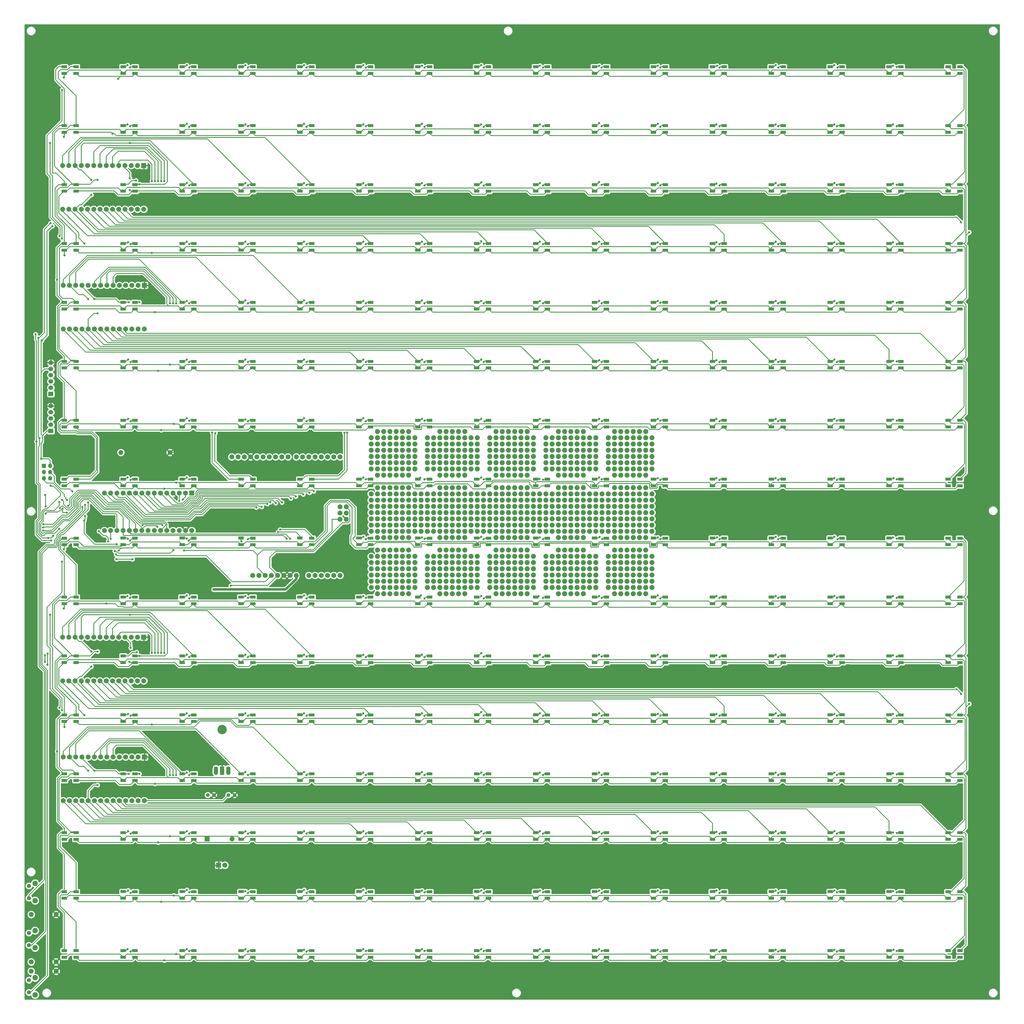
<source format=gbl>
G04 #@! TF.FileFunction,Copper,L2,Bot,Signal*
%FSLAX46Y46*%
G04 Gerber Fmt 4.6, Leading zero omitted, Abs format (unit mm)*
G04 Created by KiCad (PCBNEW (2015-10-10 BZR 6258)-product) date Sunday, November 08, 2015 'PMt' 07:48:12 PM*
%MOMM*%
G01*
G04 APERTURE LIST*
%ADD10C,0.100000*%
%ADD11C,2.032000*%
%ADD12C,2.000000*%
%ADD13R,2.000000X2.000000*%
%ADD14R,2.200000X1.250000*%
%ADD15C,2.200000*%
%ADD16C,1.700000*%
%ADD17C,1.950000*%
%ADD18C,1.998980*%
%ADD19R,1.998980X1.998980*%
%ADD20R,2.032000X2.032000*%
%ADD21O,2.032000X2.032000*%
%ADD22R,2.032000X1.727200*%
%ADD23O,2.032000X1.727200*%
%ADD24R,1.727200X1.727200*%
%ADD25O,1.727200X1.727200*%
%ADD26C,1.501140*%
%ADD27R,1.699260X3.500120*%
%ADD28O,1.699260X3.500120*%
%ADD29C,3.799840*%
%ADD30C,0.889000*%
%ADD31C,0.350000*%
%ADD32C,0.300000*%
%ADD33C,1.000000*%
%ADD34C,0.254000*%
G04 APERTURE END LIST*
D10*
D11*
X257596600Y-229952800D03*
X267756600Y-229952800D03*
X265216600Y-229952800D03*
X262676600Y-229952800D03*
X270296600Y-229952800D03*
X260136600Y-229952800D03*
X234736600Y-229952800D03*
X244896600Y-229952800D03*
X242356600Y-229952800D03*
X237276600Y-229952800D03*
X239816600Y-229952800D03*
X219496600Y-245192800D03*
X222036600Y-250272800D03*
X219496600Y-250272800D03*
X222036600Y-245192800D03*
X222036600Y-247732800D03*
X219496600Y-247732800D03*
X214416600Y-252812800D03*
X216956600Y-250272800D03*
X214416600Y-250272800D03*
X216956600Y-247732800D03*
X214416600Y-247732800D03*
X214416600Y-245192800D03*
X216956600Y-245192800D03*
X201716600Y-250272800D03*
X199176600Y-250272800D03*
X211876600Y-250272800D03*
X211876600Y-252812800D03*
X209336600Y-252812800D03*
X209336600Y-250272800D03*
X201716600Y-245192800D03*
X196636600Y-250272800D03*
X199176600Y-247732800D03*
X201716600Y-247732800D03*
X196636600Y-247732800D03*
X206796600Y-250272800D03*
X206796600Y-247732800D03*
X206796600Y-245192800D03*
X209336600Y-247732800D03*
X211876600Y-245192800D03*
X209336600Y-245192800D03*
X211876600Y-247732800D03*
X222036600Y-252812800D03*
X216956600Y-252812800D03*
X219496600Y-252812800D03*
X186476600Y-250272800D03*
X186476600Y-252812800D03*
X181396600Y-250272800D03*
X183936600Y-250272800D03*
X189016600Y-252812800D03*
X183936600Y-247732800D03*
X181396600Y-247732800D03*
X181396600Y-245192800D03*
X183936600Y-245192800D03*
X181396600Y-237572800D03*
X183936600Y-237572800D03*
X181396600Y-240112800D03*
X181396600Y-242652800D03*
X183936600Y-240112800D03*
X183936600Y-242652800D03*
X189016600Y-237572800D03*
X186476600Y-237572800D03*
X186476600Y-242652800D03*
X189016600Y-242652800D03*
X186476600Y-240112800D03*
X189016600Y-240112800D03*
X216956600Y-242652800D03*
X214416600Y-242652800D03*
X214416600Y-240112800D03*
X216956600Y-240112800D03*
X211876600Y-240112800D03*
X209336600Y-242652800D03*
X209336600Y-240112800D03*
X211876600Y-242652800D03*
X201716600Y-237572800D03*
X201716600Y-242652800D03*
X201716600Y-240112800D03*
X214416600Y-235032800D03*
X216956600Y-237572800D03*
X211876600Y-237572800D03*
X216956600Y-235032800D03*
X211876600Y-235032800D03*
X214416600Y-237572800D03*
X209336600Y-235032800D03*
X206796600Y-237572800D03*
X206796600Y-240112800D03*
X206796600Y-242652800D03*
X209336600Y-237572800D03*
X176316600Y-237572800D03*
X173776600Y-235032800D03*
X171236600Y-237572800D03*
X173776600Y-240112800D03*
X171236600Y-235032800D03*
X173776600Y-237572800D03*
X173776600Y-242652800D03*
X171236600Y-240112800D03*
X171236600Y-242652800D03*
X176316600Y-240112800D03*
X176316600Y-242652800D03*
X166156600Y-250272800D03*
X166156600Y-247732800D03*
X168696600Y-252812800D03*
X168696600Y-250272800D03*
X166156600Y-252812800D03*
X176316600Y-245192800D03*
X171236600Y-245192800D03*
X173776600Y-247732800D03*
X173776600Y-245192800D03*
X176316600Y-247732800D03*
X171236600Y-247732800D03*
X171236600Y-252812800D03*
X171236600Y-250272800D03*
X173776600Y-252812800D03*
X173776600Y-250272800D03*
X176316600Y-250272800D03*
X161076600Y-235032800D03*
X158536600Y-237572800D03*
X158536600Y-240112800D03*
X161076600Y-240112800D03*
X161076600Y-237572800D03*
X163616600Y-240112800D03*
X166156600Y-242652800D03*
X168696600Y-245192800D03*
X168696600Y-242652800D03*
X166156600Y-245192800D03*
X168696600Y-247732800D03*
X161076600Y-247732800D03*
X158536600Y-247732800D03*
X158536600Y-245192800D03*
X158536600Y-242652800D03*
X163616600Y-250272800D03*
X163616600Y-252812800D03*
X161076600Y-252812800D03*
X158536600Y-250272800D03*
X161076600Y-250272800D03*
X161076600Y-245192800D03*
X163616600Y-245192800D03*
X163616600Y-242652800D03*
X161076600Y-242652800D03*
X163616600Y-247732800D03*
X163616600Y-235032800D03*
X168696600Y-237572800D03*
X166156600Y-237572800D03*
X168696600Y-235032800D03*
X166156600Y-235032800D03*
X168696600Y-240112800D03*
X166156600Y-240112800D03*
X163616600Y-237572800D03*
X189016600Y-235032800D03*
X191556600Y-235032800D03*
X194096600Y-235032800D03*
X191556600Y-237572800D03*
X186476600Y-235032800D03*
X194096600Y-237572800D03*
X194096600Y-240112800D03*
X199176600Y-242652800D03*
X196636600Y-242652800D03*
X196636600Y-245192800D03*
X199176600Y-245192800D03*
X194096600Y-242652800D03*
X189016600Y-247732800D03*
X189016600Y-250272800D03*
X186476600Y-247732800D03*
X186476600Y-245192800D03*
X189016600Y-245192800D03*
X191556600Y-247732800D03*
X194096600Y-247732800D03*
X191556600Y-252812800D03*
X196636600Y-252812800D03*
X194096600Y-250272800D03*
X194096600Y-252812800D03*
X191556600Y-250272800D03*
X191556600Y-240112800D03*
X191556600Y-242652800D03*
X194096600Y-245192800D03*
X191556600Y-245192800D03*
X196636600Y-237572800D03*
X196636600Y-235032800D03*
X199176600Y-237572800D03*
X199176600Y-240112800D03*
X196636600Y-240112800D03*
X272836600Y-245192800D03*
X272836600Y-250272800D03*
X272836600Y-247732800D03*
X270296600Y-252812800D03*
X270296600Y-235032800D03*
X272836600Y-237572800D03*
X267756600Y-235032800D03*
X270296600Y-250272800D03*
X267756600Y-247732800D03*
X270296600Y-247732800D03*
X267756600Y-250272800D03*
X267756600Y-252812800D03*
X262676600Y-235032800D03*
X265216600Y-237572800D03*
X265216600Y-235032800D03*
X262676600Y-240112800D03*
X262676600Y-242652800D03*
X262676600Y-237572800D03*
X265216600Y-242652800D03*
X265216600Y-240112800D03*
X270296600Y-237572800D03*
X267756600Y-237572800D03*
X272836600Y-240112800D03*
X267756600Y-240112800D03*
X270296600Y-240112800D03*
X272836600Y-242652800D03*
X270296600Y-245192800D03*
X270296600Y-242652800D03*
X267756600Y-242652800D03*
X265216600Y-245192800D03*
X267756600Y-245192800D03*
X229656600Y-250272800D03*
X229656600Y-247732800D03*
X232196600Y-247732800D03*
X232196600Y-250272800D03*
X234736600Y-250272800D03*
X234736600Y-252812800D03*
X239816600Y-250272800D03*
X237276600Y-252812800D03*
X239816600Y-252812800D03*
X237276600Y-247732800D03*
X237276600Y-250272800D03*
X239816600Y-247732800D03*
X237276600Y-235032800D03*
X239816600Y-235032800D03*
X239816600Y-237572800D03*
X234736600Y-240112800D03*
X239816600Y-240112800D03*
X237276600Y-240112800D03*
X234736600Y-237572800D03*
X237276600Y-237572800D03*
X229656600Y-245192800D03*
X232196600Y-245192800D03*
X229656600Y-242652800D03*
X234736600Y-245192800D03*
X232196600Y-242652800D03*
X234736600Y-247732800D03*
X234736600Y-242652800D03*
X239816600Y-245192800D03*
X237276600Y-242652800D03*
X237276600Y-245192800D03*
X239816600Y-242652800D03*
X234736600Y-235032800D03*
X232196600Y-240112800D03*
X232196600Y-237572800D03*
X229656600Y-240112800D03*
X229656600Y-237572800D03*
X265216600Y-252812800D03*
X265216600Y-250272800D03*
X257596600Y-252812800D03*
X262676600Y-250272800D03*
X265216600Y-247732800D03*
X262676600Y-252812800D03*
X260136600Y-252812800D03*
X260136600Y-247732800D03*
X257596600Y-250272800D03*
X262676600Y-247732800D03*
X262676600Y-245192800D03*
X260136600Y-245192800D03*
X257596600Y-245192800D03*
X257596600Y-247732800D03*
X260136600Y-250272800D03*
X255056600Y-250272800D03*
X249976600Y-250272800D03*
X247436600Y-250272800D03*
X242356600Y-252812800D03*
X242356600Y-250272800D03*
X244896600Y-252812800D03*
X244896600Y-250272800D03*
X249976600Y-247732800D03*
X255056600Y-247732800D03*
X255056600Y-245192800D03*
X255056600Y-242652800D03*
X249976600Y-245192800D03*
X244896600Y-247732800D03*
X247436600Y-247732800D03*
X242356600Y-247732800D03*
X242356600Y-245192800D03*
X244896600Y-242652800D03*
X247436600Y-242652800D03*
X244896600Y-245192800D03*
X247436600Y-245192800D03*
X242356600Y-242652800D03*
X242356600Y-235032800D03*
X244896600Y-235032800D03*
X242356600Y-237572800D03*
X249976600Y-242652800D03*
X249976600Y-237572800D03*
X249976600Y-240112800D03*
X257596600Y-235032800D03*
X260136600Y-237572800D03*
X257596600Y-242652800D03*
X257596600Y-240112800D03*
X260136600Y-240112800D03*
X260136600Y-235032800D03*
X257596600Y-237572800D03*
X260136600Y-242652800D03*
X247436600Y-237572800D03*
X247436600Y-240112800D03*
X244896600Y-237572800D03*
X242356600Y-240112800D03*
X244896600Y-240112800D03*
X255056600Y-237572800D03*
X255056600Y-240112800D03*
X224576600Y-240112800D03*
X224576600Y-237572800D03*
X219496600Y-235032800D03*
X222036600Y-237572800D03*
X219496600Y-240112800D03*
X222036600Y-235032800D03*
X219496600Y-237572800D03*
X222036600Y-240112800D03*
X224576600Y-245192800D03*
X224576600Y-247732800D03*
X219496600Y-242652800D03*
X222036600Y-242652800D03*
X224576600Y-242652800D03*
X224576600Y-250272800D03*
X186476600Y-186772800D03*
X189016600Y-186772800D03*
X214416600Y-186772800D03*
X216956600Y-186772800D03*
X211876600Y-186772800D03*
X209336600Y-186772800D03*
X173776600Y-186772800D03*
X171236600Y-186772800D03*
X161076600Y-186772800D03*
X163616600Y-186772800D03*
X168696600Y-186772800D03*
X166156600Y-186772800D03*
X191556600Y-186772800D03*
X194096600Y-186772800D03*
X196636600Y-186772800D03*
X262676600Y-186772800D03*
X265216600Y-186772800D03*
X270296600Y-186772800D03*
X267756600Y-186772800D03*
X237276600Y-186772800D03*
X239816600Y-186772800D03*
X234736600Y-186772800D03*
X257596600Y-186772800D03*
X260136600Y-186772800D03*
X242356600Y-186772800D03*
X244896600Y-186772800D03*
X219496600Y-186772800D03*
X222036600Y-186772800D03*
X272836600Y-194392800D03*
X272836600Y-196932800D03*
X272836600Y-191852800D03*
X272836600Y-189312800D03*
X272836600Y-199472800D03*
X272836600Y-202012800D03*
X262676600Y-189312800D03*
X265216600Y-191852800D03*
X262676600Y-194392800D03*
X262676600Y-191852800D03*
X265216600Y-189312800D03*
X267756600Y-189312800D03*
X270296600Y-189312800D03*
X265216600Y-194392800D03*
X270296600Y-194392800D03*
X270296600Y-191852800D03*
X267756600Y-191852800D03*
X267756600Y-194392800D03*
X270296600Y-199472800D03*
X267756600Y-199472800D03*
X270296600Y-196932800D03*
X265216600Y-196932800D03*
X267756600Y-196932800D03*
X255056600Y-202012800D03*
X260136600Y-199472800D03*
X257596600Y-194392800D03*
X260136600Y-194392800D03*
X260136600Y-196932800D03*
X255056600Y-199472800D03*
X257596600Y-196932800D03*
X255056600Y-196932800D03*
X257596600Y-199472800D03*
X255056600Y-194392800D03*
X260136600Y-202012800D03*
X260136600Y-204552800D03*
X257596600Y-202012800D03*
X257596600Y-204552800D03*
X262676600Y-202012800D03*
X262676600Y-199472800D03*
X262676600Y-196932800D03*
X265216600Y-199472800D03*
X270296600Y-204552800D03*
X270296600Y-202012800D03*
X262676600Y-204552800D03*
X265216600Y-204552800D03*
X267756600Y-202012800D03*
X267756600Y-204552800D03*
X265216600Y-202012800D03*
X249976600Y-194392800D03*
X249976600Y-196932800D03*
X249976600Y-189312800D03*
X249976600Y-191852800D03*
X249976600Y-202012800D03*
X249976600Y-199472800D03*
X255056600Y-191852800D03*
X255056600Y-189312800D03*
X260136600Y-191852800D03*
X257596600Y-189312800D03*
X257596600Y-191852800D03*
X260136600Y-189312800D03*
X239816600Y-189312800D03*
X242356600Y-191852800D03*
X239816600Y-194392800D03*
X239816600Y-191852800D03*
X242356600Y-189312800D03*
X244896600Y-189312800D03*
X247436600Y-189312800D03*
X242356600Y-194392800D03*
X247436600Y-194392800D03*
X247436600Y-191852800D03*
X244896600Y-191852800D03*
X244896600Y-194392800D03*
X247436600Y-199472800D03*
X244896600Y-199472800D03*
X247436600Y-196932800D03*
X242356600Y-196932800D03*
X244896600Y-196932800D03*
X232196600Y-202012800D03*
X229656600Y-202012800D03*
X237276600Y-199472800D03*
X234736600Y-194392800D03*
X237276600Y-194392800D03*
X237276600Y-196932800D03*
X229656600Y-199472800D03*
X229656600Y-196932800D03*
X229656600Y-194392800D03*
X232196600Y-199472800D03*
X234736600Y-196932800D03*
X232196600Y-196932800D03*
X234736600Y-199472800D03*
X232196600Y-194392800D03*
X237276600Y-202012800D03*
X237276600Y-204552800D03*
X234736600Y-202012800D03*
X234736600Y-204552800D03*
X239816600Y-202012800D03*
X239816600Y-199472800D03*
X239816600Y-196932800D03*
X242356600Y-199472800D03*
X247436600Y-202012800D03*
X239816600Y-204552800D03*
X242356600Y-204552800D03*
X244896600Y-202012800D03*
X244896600Y-204552800D03*
X242356600Y-202012800D03*
X229656600Y-191852800D03*
X229656600Y-189312800D03*
X232196600Y-191852800D03*
X232196600Y-189312800D03*
X237276600Y-191852800D03*
X234736600Y-189312800D03*
X234736600Y-191852800D03*
X237276600Y-189312800D03*
X216956600Y-189312800D03*
X219496600Y-191852800D03*
X216956600Y-194392800D03*
X216956600Y-191852800D03*
X219496600Y-189312800D03*
X222036600Y-189312800D03*
X224576600Y-189312800D03*
X219496600Y-194392800D03*
X224576600Y-194392800D03*
X224576600Y-191852800D03*
X222036600Y-191852800D03*
X222036600Y-194392800D03*
X224576600Y-199472800D03*
X222036600Y-199472800D03*
X224576600Y-196932800D03*
X219496600Y-196932800D03*
X222036600Y-196932800D03*
X209336600Y-204552800D03*
X209336600Y-202012800D03*
X206796600Y-202012800D03*
X214416600Y-199472800D03*
X211876600Y-194392800D03*
X214416600Y-194392800D03*
X214416600Y-196932800D03*
X206796600Y-199472800D03*
X206796600Y-196932800D03*
X206796600Y-194392800D03*
X209336600Y-199472800D03*
X211876600Y-196932800D03*
X209336600Y-196932800D03*
X211876600Y-199472800D03*
X209336600Y-194392800D03*
X214416600Y-202012800D03*
X214416600Y-204552800D03*
X211876600Y-202012800D03*
X211876600Y-204552800D03*
X216956600Y-202012800D03*
X216956600Y-199472800D03*
X216956600Y-196932800D03*
X219496600Y-199472800D03*
X224576600Y-202012800D03*
X216956600Y-204552800D03*
X219496600Y-204552800D03*
X222036600Y-202012800D03*
X222036600Y-204552800D03*
X219496600Y-202012800D03*
X206796600Y-191852800D03*
X206796600Y-189312800D03*
X209336600Y-191852800D03*
X209336600Y-189312800D03*
X214416600Y-191852800D03*
X211876600Y-189312800D03*
X211876600Y-191852800D03*
X214416600Y-189312800D03*
X194096600Y-189312800D03*
X196636600Y-191852800D03*
X194096600Y-194392800D03*
X194096600Y-191852800D03*
X196636600Y-189312800D03*
X199176600Y-189312800D03*
X201716600Y-189312800D03*
X196636600Y-194392800D03*
X201716600Y-194392800D03*
X201716600Y-191852800D03*
X199176600Y-191852800D03*
X199176600Y-194392800D03*
X201716600Y-199472800D03*
X199176600Y-199472800D03*
X201716600Y-196932800D03*
X196636600Y-196932800D03*
X199176600Y-196932800D03*
X186476600Y-204552800D03*
X186476600Y-202012800D03*
X183936600Y-202012800D03*
X191556600Y-199472800D03*
X189016600Y-194392800D03*
X191556600Y-194392800D03*
X191556600Y-196932800D03*
X183936600Y-199472800D03*
X183936600Y-196932800D03*
X183936600Y-194392800D03*
X186476600Y-199472800D03*
X189016600Y-196932800D03*
X186476600Y-196932800D03*
X189016600Y-199472800D03*
X186476600Y-194392800D03*
X191556600Y-202012800D03*
X191556600Y-204552800D03*
X189016600Y-202012800D03*
X189016600Y-204552800D03*
X194096600Y-202012800D03*
X194096600Y-199472800D03*
X194096600Y-196932800D03*
X196636600Y-199472800D03*
X201716600Y-202012800D03*
X194096600Y-204552800D03*
X196636600Y-204552800D03*
X199176600Y-202012800D03*
X196636600Y-202012800D03*
X181396600Y-194392800D03*
X181396600Y-196932800D03*
X183936600Y-191852800D03*
X181396600Y-189312800D03*
X181396600Y-191852800D03*
X183936600Y-189312800D03*
X181396600Y-202012800D03*
X181396600Y-199472800D03*
X186476600Y-191852800D03*
X186476600Y-189312800D03*
X191556600Y-191852800D03*
X189016600Y-189312800D03*
X189016600Y-191852800D03*
X191556600Y-189312800D03*
X171236600Y-189312800D03*
X173776600Y-191852800D03*
X171236600Y-194392800D03*
X171236600Y-191852800D03*
X173776600Y-189312800D03*
X176316600Y-189312800D03*
X173776600Y-194392800D03*
X176316600Y-191852800D03*
X176316600Y-194392800D03*
X176316600Y-199472800D03*
X173776600Y-196932800D03*
X176316600Y-196932800D03*
X161076600Y-204552800D03*
X163616600Y-204552800D03*
X163616600Y-202012800D03*
X161076600Y-202012800D03*
X168696600Y-199472800D03*
X166156600Y-194392800D03*
X168696600Y-194392800D03*
X168696600Y-196932800D03*
X161076600Y-199472800D03*
X161076600Y-196932800D03*
X161076600Y-194392800D03*
X163616600Y-199472800D03*
X166156600Y-196932800D03*
X163616600Y-196932800D03*
X166156600Y-199472800D03*
X163616600Y-194392800D03*
X168696600Y-202012800D03*
X168696600Y-204552800D03*
X166156600Y-202012800D03*
X166156600Y-204552800D03*
X171236600Y-202012800D03*
X171236600Y-199472800D03*
X171236600Y-196932800D03*
X173776600Y-199472800D03*
X171236600Y-204552800D03*
X173776600Y-204552800D03*
X176316600Y-202012800D03*
X173776600Y-202012800D03*
X158536600Y-194392800D03*
X158536600Y-196932800D03*
X161076600Y-191852800D03*
X158536600Y-189312800D03*
X158536600Y-191852800D03*
X161076600Y-189312800D03*
X158536600Y-202012800D03*
X158536600Y-199472800D03*
X163616600Y-191852800D03*
X163616600Y-189312800D03*
X168696600Y-191852800D03*
X166156600Y-189312800D03*
X166156600Y-191852800D03*
X168696600Y-189312800D03*
X209336600Y-229952800D03*
X214416600Y-229952800D03*
X216956600Y-229952800D03*
X211876600Y-229952800D03*
X219496600Y-229952800D03*
X222036600Y-229952800D03*
X189016600Y-229952800D03*
X186476600Y-229952800D03*
X196636600Y-229952800D03*
X194096600Y-229952800D03*
X191556600Y-229952800D03*
X234736600Y-209632800D03*
X237276600Y-209632800D03*
X244896600Y-209632800D03*
X242356600Y-209632800D03*
X239816600Y-209632800D03*
X257596600Y-209632800D03*
X260136600Y-209632800D03*
X270296600Y-209632800D03*
X267756600Y-209632800D03*
X265216600Y-209632800D03*
X262676600Y-209632800D03*
X209336600Y-209632800D03*
X214416600Y-209632800D03*
X211876600Y-209632800D03*
X219496600Y-209632800D03*
X216956600Y-209632800D03*
X222036600Y-209632800D03*
X191556600Y-209632800D03*
X194096600Y-209632800D03*
X196636600Y-209632800D03*
X186476600Y-209632800D03*
X189016600Y-209632800D03*
X161076600Y-209632800D03*
X166156600Y-209632800D03*
X168696600Y-209632800D03*
X163616600Y-209632800D03*
X173776600Y-209632800D03*
X171236600Y-209632800D03*
X272836600Y-214712800D03*
X272836600Y-217252800D03*
X272836600Y-219792800D03*
X272836600Y-224872800D03*
X272836600Y-222332800D03*
X272836600Y-227412800D03*
X272836600Y-212172800D03*
X161076600Y-229952800D03*
X171236600Y-229952800D03*
X173776600Y-229952800D03*
X163616600Y-229952800D03*
X166156600Y-229952800D03*
X168696600Y-229952800D03*
X267756600Y-217252800D03*
X270296600Y-212172800D03*
X270296600Y-214712800D03*
X267756600Y-214712800D03*
X267756600Y-212172800D03*
X265216600Y-214712800D03*
X270296600Y-217252800D03*
X260136600Y-212172800D03*
X260136600Y-214712800D03*
X262676600Y-214712800D03*
X265216600Y-212172800D03*
X262676600Y-217252800D03*
X260136600Y-217252800D03*
X262676600Y-212172800D03*
X265216600Y-217252800D03*
X257596600Y-212172800D03*
X257596600Y-214712800D03*
X255056600Y-212172800D03*
X255056600Y-214712800D03*
X255056600Y-217252800D03*
X257596600Y-217252800D03*
X252516600Y-222332800D03*
X252516600Y-219792800D03*
X249976600Y-219792800D03*
X247436600Y-222332800D03*
X249976600Y-222332800D03*
X247436600Y-219792800D03*
X252516600Y-224872800D03*
X249976600Y-227412800D03*
X244896600Y-224872800D03*
X247436600Y-227412800D03*
X249976600Y-224872800D03*
X247436600Y-224872800D03*
X252516600Y-227412800D03*
X244896600Y-227412800D03*
X265216600Y-224872800D03*
X262676600Y-222332800D03*
X262676600Y-224872800D03*
X260136600Y-224872800D03*
X265216600Y-222332800D03*
X257596600Y-227412800D03*
X257596600Y-222332800D03*
X257596600Y-219792800D03*
X255056600Y-219792800D03*
X257596600Y-224872800D03*
X255056600Y-224872800D03*
X260136600Y-227412800D03*
X255056600Y-222332800D03*
X265216600Y-219792800D03*
X260136600Y-222332800D03*
X262676600Y-219792800D03*
X260136600Y-219792800D03*
X270296600Y-224872800D03*
X270296600Y-222332800D03*
X267756600Y-224872800D03*
X267756600Y-222332800D03*
X270296600Y-219792800D03*
X267756600Y-219792800D03*
X265216600Y-227412800D03*
X270296600Y-227412800D03*
X267756600Y-227412800D03*
X262676600Y-227412800D03*
X255056600Y-227412800D03*
X249976600Y-214712800D03*
X244896600Y-219792800D03*
X242356600Y-219792800D03*
X244896600Y-217252800D03*
X247436600Y-217252800D03*
X242356600Y-214712800D03*
X242356600Y-212172800D03*
X239816600Y-212172800D03*
X242356600Y-222332800D03*
X242356600Y-224872800D03*
X244896600Y-222332800D03*
X239816600Y-222332800D03*
X242356600Y-227412800D03*
X239816600Y-224872800D03*
X237276600Y-217252800D03*
X234736600Y-212172800D03*
X234736600Y-214712800D03*
X234736600Y-217252800D03*
X237276600Y-214712800D03*
X234736600Y-219792800D03*
X234736600Y-222332800D03*
X237276600Y-222332800D03*
X237276600Y-219792800D03*
X239816600Y-219792800D03*
X234736600Y-227412800D03*
X234736600Y-224872800D03*
X239816600Y-227412800D03*
X237276600Y-227412800D03*
X237276600Y-224872800D03*
X252516600Y-212172800D03*
X249976600Y-212172800D03*
X252516600Y-214712800D03*
X249976600Y-217252800D03*
X252516600Y-217252800D03*
X247436600Y-212172800D03*
X244896600Y-214712800D03*
X242356600Y-217252800D03*
X247436600Y-214712800D03*
X244896600Y-212172800D03*
X239816600Y-214712800D03*
X239816600Y-217252800D03*
X237276600Y-212172800D03*
X224576600Y-222332800D03*
X224576600Y-219792800D03*
X222036600Y-219792800D03*
X222036600Y-222332800D03*
X219496600Y-219792800D03*
X222036600Y-224872800D03*
X224576600Y-227412800D03*
X219496600Y-224872800D03*
X224576600Y-224872800D03*
X222036600Y-227412800D03*
X219496600Y-227412800D03*
X216956600Y-224872800D03*
X216956600Y-227412800D03*
X219496600Y-212172800D03*
X222036600Y-212172800D03*
X224576600Y-217252800D03*
X224576600Y-214712800D03*
X222036600Y-217252800D03*
X219496600Y-214712800D03*
X222036600Y-214712800D03*
X224576600Y-212172800D03*
X214416600Y-212172800D03*
X214416600Y-217252800D03*
X211876600Y-217252800D03*
X216956600Y-212172800D03*
X216956600Y-214712800D03*
X214416600Y-214712800D03*
X211876600Y-212172800D03*
X211876600Y-214712800D03*
X214416600Y-222332800D03*
X214416600Y-219792800D03*
X211876600Y-219792800D03*
X214416600Y-224872800D03*
X214416600Y-227412800D03*
X211876600Y-224872800D03*
X211876600Y-227412800D03*
X211876600Y-222332800D03*
X216956600Y-222332800D03*
X219496600Y-217252800D03*
X216956600Y-219792800D03*
X219496600Y-222332800D03*
X216956600Y-217252800D03*
X204256600Y-222332800D03*
X206796600Y-219792800D03*
X206796600Y-222332800D03*
X209336600Y-219792800D03*
X209336600Y-222332800D03*
X204256600Y-219792800D03*
X206796600Y-217252800D03*
X204256600Y-217252800D03*
X209336600Y-217252800D03*
X204256600Y-214712800D03*
X209336600Y-224872800D03*
X206796600Y-224872800D03*
X204256600Y-227412800D03*
X204256600Y-224872800D03*
X209336600Y-227412800D03*
X206796600Y-227412800D03*
X206796600Y-212172800D03*
X209336600Y-212172800D03*
X204256600Y-212172800D03*
X209336600Y-214712800D03*
X206796600Y-214712800D03*
X194096600Y-222332800D03*
X194096600Y-227412800D03*
X196636600Y-227412800D03*
X196636600Y-224872800D03*
X194096600Y-224872800D03*
X201716600Y-222332800D03*
X199176600Y-219792800D03*
X196636600Y-219792800D03*
X196636600Y-222332800D03*
X199176600Y-222332800D03*
X196636600Y-212172800D03*
X194096600Y-212172800D03*
X194096600Y-219792800D03*
X194096600Y-214712800D03*
X194096600Y-217252800D03*
X201716600Y-224872800D03*
X201716600Y-227412800D03*
X199176600Y-227412800D03*
X199176600Y-224872800D03*
X199176600Y-217252800D03*
X196636600Y-217252800D03*
X199176600Y-214712800D03*
X196636600Y-214712800D03*
X201716600Y-212172800D03*
X201716600Y-219792800D03*
X201716600Y-214712800D03*
X201716600Y-217252800D03*
X199176600Y-212172800D03*
X227116600Y-227412800D03*
X232196600Y-227412800D03*
X229656600Y-227412800D03*
X232196600Y-224872800D03*
X229656600Y-217252800D03*
X227116600Y-219792800D03*
X229656600Y-219792800D03*
X232196600Y-217252800D03*
X232196600Y-219792800D03*
X227116600Y-217252800D03*
X232196600Y-222332800D03*
X229656600Y-224872800D03*
X229656600Y-222332800D03*
X227116600Y-224872800D03*
X227116600Y-222332800D03*
X229656600Y-214712800D03*
X227116600Y-212172800D03*
X232196600Y-214712800D03*
X232196600Y-212172800D03*
X229656600Y-212172800D03*
X227116600Y-214712800D03*
X176316600Y-212172800D03*
X178856600Y-212172800D03*
X178856600Y-214712800D03*
X173776600Y-212172800D03*
X173776600Y-214712800D03*
X176316600Y-214712800D03*
X181396600Y-224872800D03*
X181396600Y-222332800D03*
X181396600Y-227412800D03*
X178856600Y-224872800D03*
X178856600Y-227412800D03*
X173776600Y-222332800D03*
X173776600Y-219792800D03*
X178856600Y-219792800D03*
X176316600Y-219792800D03*
X176316600Y-222332800D03*
X178856600Y-222332800D03*
X173776600Y-224872800D03*
X173776600Y-227412800D03*
X176316600Y-224872800D03*
X176316600Y-227412800D03*
X181396600Y-217252800D03*
X176316600Y-217252800D03*
X178856600Y-217252800D03*
X173776600Y-217252800D03*
X181396600Y-214712800D03*
X186476600Y-224872800D03*
X183936600Y-227412800D03*
X183936600Y-224872800D03*
X186476600Y-227412800D03*
X189016600Y-227412800D03*
X189016600Y-214712800D03*
X189016600Y-217252800D03*
X189016600Y-219792800D03*
X191556600Y-217252800D03*
X191556600Y-219792800D03*
X191556600Y-214712800D03*
X191556600Y-212172800D03*
X189016600Y-212172800D03*
X183936600Y-212172800D03*
X183936600Y-214712800D03*
X186476600Y-217252800D03*
X186476600Y-214712800D03*
X183936600Y-217252800D03*
X186476600Y-212172800D03*
X181396600Y-212172800D03*
X183936600Y-222332800D03*
X183936600Y-219792800D03*
X186476600Y-219792800D03*
X186476600Y-222332800D03*
X181396600Y-219792800D03*
X191556600Y-222332800D03*
X189016600Y-224872800D03*
X191556600Y-227412800D03*
X189016600Y-222332800D03*
X191556600Y-224872800D03*
X168696600Y-214712800D03*
X168696600Y-212172800D03*
X168696600Y-217252800D03*
X168696600Y-219792800D03*
X171236600Y-217252800D03*
X171236600Y-219792800D03*
X171236600Y-214712800D03*
X163616600Y-212172800D03*
X171236600Y-222332800D03*
X166156600Y-212172800D03*
X171236600Y-212172800D03*
X171236600Y-224872800D03*
X171236600Y-227412800D03*
X168696600Y-227412800D03*
X168696600Y-224872800D03*
X163616600Y-224872800D03*
X166156600Y-224872800D03*
X163616600Y-227412800D03*
X166156600Y-227412800D03*
X163616600Y-217252800D03*
X163616600Y-214712800D03*
X166156600Y-214712800D03*
X166156600Y-217252800D03*
X168696600Y-222332800D03*
X163616600Y-219792800D03*
X166156600Y-219792800D03*
X166156600Y-222332800D03*
X163616600Y-222332800D03*
X161076600Y-217252800D03*
X158536600Y-214712800D03*
X158536600Y-212172800D03*
X161076600Y-214712800D03*
X161076600Y-212172800D03*
X158536600Y-217252800D03*
X161076600Y-227412800D03*
X158536600Y-224872800D03*
X158536600Y-222332800D03*
X158536600Y-219792800D03*
X161076600Y-219792800D03*
X161076600Y-224872800D03*
X161076600Y-222332800D03*
X158536600Y-227412800D03*
D12*
X65191600Y-227031800D03*
D13*
X85511600Y-211791800D03*
D12*
X82971600Y-211791800D03*
X80431600Y-211791800D03*
X77891600Y-211791800D03*
X75351600Y-211791800D03*
X72811600Y-211791800D03*
X70271600Y-211791800D03*
X67731600Y-211791800D03*
X65191600Y-211791800D03*
X62651600Y-211791800D03*
X60111600Y-211791800D03*
X57571600Y-211791800D03*
X55031600Y-211791800D03*
X52491600Y-211791800D03*
X49951600Y-211791800D03*
X85511600Y-227031800D03*
X82971600Y-227031800D03*
X80431600Y-227031800D03*
X77891600Y-227031800D03*
X75351600Y-227031800D03*
X72811600Y-227031800D03*
X70271600Y-227031800D03*
X67731600Y-227031800D03*
X62651600Y-227031800D03*
X60111600Y-227031800D03*
X57571600Y-227031800D03*
X55031600Y-227031800D03*
X52491600Y-227031800D03*
X49951600Y-227031800D03*
D14*
X38380489Y-400763116D03*
X38380489Y-398063116D03*
X38380489Y-376774229D03*
X38380489Y-374074229D03*
X38380489Y-352785341D03*
X38380489Y-350085341D03*
X38380489Y-328796453D03*
X38380489Y-326096453D03*
X38380489Y-304807565D03*
X38380489Y-302107565D03*
X38380489Y-280818678D03*
X38380489Y-278118678D03*
X38380489Y-256829790D03*
X38380489Y-254129790D03*
X38380489Y-232840902D03*
X38380489Y-230140902D03*
X38380489Y-208852014D03*
X38380489Y-206152014D03*
X38380489Y-184863127D03*
X38380489Y-182163127D03*
X38380489Y-160874239D03*
X38380489Y-158174239D03*
X38380489Y-136885351D03*
X38380489Y-134185351D03*
X38380489Y-112896463D03*
X38380489Y-110196463D03*
X38380489Y-88907576D03*
X38380489Y-86207576D03*
X38380489Y-64918688D03*
X38380489Y-62218688D03*
X38380489Y-40929800D03*
X38380489Y-38229800D03*
X62369377Y-400763116D03*
X62369377Y-398063116D03*
X62369377Y-376774229D03*
X62369377Y-374074229D03*
X62369377Y-352785341D03*
X62369377Y-350085341D03*
X62369377Y-328796453D03*
X62369377Y-326096453D03*
X62369377Y-304807565D03*
X62369377Y-302107565D03*
X62369377Y-280818678D03*
X62369377Y-278118678D03*
X62369377Y-256829790D03*
X62369377Y-254129790D03*
X62369377Y-232840902D03*
X62369377Y-230140902D03*
X62369377Y-208852014D03*
X62369377Y-206152014D03*
X62369377Y-184863127D03*
X62369377Y-182163127D03*
X62369377Y-160874239D03*
X62369377Y-158174239D03*
X62369377Y-136885351D03*
X62369377Y-134185351D03*
X62369377Y-112896463D03*
X62369377Y-110196463D03*
X62369377Y-88907576D03*
X62369377Y-86207576D03*
X62369377Y-64918688D03*
X62369377Y-62218688D03*
X62369377Y-40929800D03*
X62369377Y-38229800D03*
X86358264Y-400763116D03*
X86358264Y-398063116D03*
X86358264Y-376774229D03*
X86358264Y-374074229D03*
X86358264Y-352785341D03*
X86358264Y-350085341D03*
X86358264Y-328796453D03*
X86358264Y-326096453D03*
X86358264Y-304807565D03*
X86358264Y-302107565D03*
X86358264Y-280818678D03*
X86358264Y-278118678D03*
X86358264Y-256829790D03*
X86358264Y-254129790D03*
X86358264Y-232840902D03*
X86358264Y-230140902D03*
X86358264Y-208852014D03*
X86358264Y-206152014D03*
X86358264Y-184863127D03*
X86358264Y-182163127D03*
X86358264Y-160874239D03*
X86358264Y-158174239D03*
X86358264Y-136885351D03*
X86358264Y-134185351D03*
X86358264Y-112896463D03*
X86358264Y-110196463D03*
X86358264Y-88907576D03*
X86358264Y-86207576D03*
X86358264Y-64918688D03*
X86358264Y-62218688D03*
X86358264Y-40929800D03*
X86358264Y-38229800D03*
X110347152Y-400763116D03*
X110347152Y-398063116D03*
X110347152Y-376774229D03*
X110347152Y-374074229D03*
X110347152Y-352785341D03*
X110347152Y-350085341D03*
X110347152Y-328796453D03*
X110347152Y-326096453D03*
X110347152Y-304807565D03*
X110347152Y-302107565D03*
X110347152Y-280818678D03*
X110347152Y-278118678D03*
X110347152Y-256829790D03*
X110347152Y-254129790D03*
X110347152Y-232840902D03*
X110347152Y-230140902D03*
X110347152Y-208852014D03*
X110347152Y-206152014D03*
X110347152Y-184863127D03*
X110347152Y-182163127D03*
X110347152Y-160874239D03*
X110347152Y-158174239D03*
X110347152Y-136885351D03*
X110347152Y-134185351D03*
X110347152Y-112896463D03*
X110347152Y-110196463D03*
X110347152Y-88907576D03*
X110347152Y-86207576D03*
X110347152Y-64918688D03*
X110347152Y-62218688D03*
X110347152Y-40929800D03*
X110347152Y-38229800D03*
X134336040Y-400763116D03*
X134336040Y-398063116D03*
X134336040Y-376774229D03*
X134336040Y-374074229D03*
X134336040Y-352785341D03*
X134336040Y-350085341D03*
X134336040Y-328796453D03*
X134336040Y-326096453D03*
X134336040Y-304807565D03*
X134336040Y-302107565D03*
X134336040Y-280818678D03*
X134336040Y-278118678D03*
X134336040Y-256829790D03*
X134336040Y-254129790D03*
X134336040Y-232840902D03*
X134336040Y-230140902D03*
X134336040Y-208852014D03*
X134336040Y-206152014D03*
X134336040Y-184863127D03*
X134336040Y-182163127D03*
X134336040Y-160874239D03*
X134336040Y-158174239D03*
X134336040Y-136885351D03*
X134336040Y-134185351D03*
X134336040Y-112896463D03*
X134336040Y-110196463D03*
X134336040Y-88907576D03*
X134336040Y-86207576D03*
X134336040Y-64918688D03*
X134336040Y-62218688D03*
X134336040Y-40929800D03*
X134336040Y-38229800D03*
X158324928Y-400763116D03*
X158324928Y-398063116D03*
X158324928Y-376774229D03*
X158324928Y-374074229D03*
X158324928Y-352785341D03*
X158324928Y-350085341D03*
X158324928Y-328796453D03*
X158324928Y-326096453D03*
X158324928Y-304807565D03*
X158324928Y-302107565D03*
X158324928Y-280818678D03*
X158324928Y-278118678D03*
X158324928Y-256829790D03*
X158324928Y-254129790D03*
X158324928Y-232840902D03*
X158324928Y-230140902D03*
X158324928Y-208852014D03*
X158324928Y-206152014D03*
X158324928Y-184863127D03*
X158324928Y-182163127D03*
X158324928Y-160874239D03*
X158324928Y-158174239D03*
X158324928Y-136885351D03*
X158324928Y-134185351D03*
X158324928Y-112896463D03*
X158324928Y-110196463D03*
X158324928Y-88907576D03*
X158324928Y-86207576D03*
X158324928Y-64918688D03*
X158324928Y-62218688D03*
X158324928Y-40929800D03*
X158324928Y-38229800D03*
X182313815Y-400763116D03*
X182313815Y-398063116D03*
X182313815Y-376774229D03*
X182313815Y-374074229D03*
X182313815Y-352785341D03*
X182313815Y-350085341D03*
X182313815Y-328796453D03*
X182313815Y-326096453D03*
X182313815Y-304807565D03*
X182313815Y-302107565D03*
X182313815Y-280818678D03*
X182313815Y-278118678D03*
X182313815Y-256829790D03*
X182313815Y-254129790D03*
X182313815Y-232840902D03*
X182313815Y-230140902D03*
X182313815Y-208852014D03*
X182313815Y-206152014D03*
X182313815Y-184863127D03*
X182313815Y-182163127D03*
X182313815Y-160874239D03*
X182313815Y-158174239D03*
X182313815Y-136885351D03*
X182313815Y-134185351D03*
X182313815Y-112896463D03*
X182313815Y-110196463D03*
X182313815Y-88907576D03*
X182313815Y-86207576D03*
X182313815Y-64918688D03*
X182313815Y-62218688D03*
X182313815Y-40929800D03*
X182313815Y-38229800D03*
X206302703Y-400763116D03*
X206302703Y-398063116D03*
X206302703Y-376774228D03*
X206302703Y-374074228D03*
X206302703Y-352785341D03*
X206302703Y-350085341D03*
X206302703Y-328796453D03*
X206302703Y-326096453D03*
X206302703Y-304807565D03*
X206302703Y-302107565D03*
X206302703Y-280818677D03*
X206302703Y-278118677D03*
X206302703Y-256829790D03*
X206302703Y-254129790D03*
X206302703Y-232840902D03*
X206302703Y-230140902D03*
X206302703Y-208852014D03*
X206302703Y-206152014D03*
X206302703Y-184863126D03*
X206302703Y-182163126D03*
X206302703Y-160874239D03*
X206302703Y-158174239D03*
X206302703Y-136885351D03*
X206302703Y-134185351D03*
X206302703Y-112896463D03*
X206302703Y-110196463D03*
X206302703Y-88907575D03*
X206302703Y-86207575D03*
X206302703Y-64918688D03*
X206302703Y-62218688D03*
X206302703Y-40929800D03*
X206302703Y-38229800D03*
X230291591Y-400763116D03*
X230291591Y-398063116D03*
X230291591Y-376774229D03*
X230291591Y-374074229D03*
X230291591Y-352785341D03*
X230291591Y-350085341D03*
X230291591Y-328796453D03*
X230291591Y-326096453D03*
X230291591Y-304807565D03*
X230291591Y-302107565D03*
X230291591Y-280818678D03*
X230291591Y-278118678D03*
X230291591Y-256829790D03*
X230291591Y-254129790D03*
X230291591Y-232840902D03*
X230291591Y-230140902D03*
X230291591Y-208852014D03*
X230291591Y-206152014D03*
X230291591Y-184863127D03*
X230291591Y-182163127D03*
X230291591Y-160874239D03*
X230291591Y-158174239D03*
X230291591Y-136885351D03*
X230291591Y-134185351D03*
X230291591Y-112896463D03*
X230291591Y-110196463D03*
X230291591Y-88907576D03*
X230291591Y-86207576D03*
X230291591Y-64918688D03*
X230291591Y-62218688D03*
X230291591Y-40929800D03*
X230291591Y-38229800D03*
X254280479Y-400763116D03*
X254280479Y-398063116D03*
X254280479Y-376774229D03*
X254280479Y-374074229D03*
X254280479Y-352785341D03*
X254280479Y-350085341D03*
X254280479Y-328796453D03*
X254280479Y-326096453D03*
X254280479Y-304807565D03*
X254280479Y-302107565D03*
X254280479Y-280818678D03*
X254280479Y-278118678D03*
X254280479Y-256829790D03*
X254280479Y-254129790D03*
X254280479Y-232840902D03*
X254280479Y-230140902D03*
X254280479Y-208852014D03*
X254280479Y-206152014D03*
X254280479Y-184863127D03*
X254280479Y-182163127D03*
X254280479Y-160874239D03*
X254280479Y-158174239D03*
X254280479Y-136885351D03*
X254280479Y-134185351D03*
X254280479Y-112896463D03*
X254280479Y-110196463D03*
X254280479Y-88907576D03*
X254280479Y-86207576D03*
X254280479Y-64918688D03*
X254280479Y-62218688D03*
X254280479Y-40929800D03*
X254280479Y-38229800D03*
X278269366Y-400763116D03*
X278269366Y-398063116D03*
X278269366Y-376774229D03*
X278269366Y-374074229D03*
X278269366Y-352785341D03*
X278269366Y-350085341D03*
X278269366Y-328796453D03*
X278269366Y-326096453D03*
X278269366Y-304807565D03*
X278269366Y-302107565D03*
X278269366Y-280818678D03*
X278269366Y-278118678D03*
X278269366Y-256829790D03*
X278269366Y-254129790D03*
X278269366Y-232840902D03*
X278269366Y-230140902D03*
X278269366Y-208852014D03*
X278269366Y-206152014D03*
X278269366Y-184863127D03*
X278269366Y-182163127D03*
X278269366Y-160874239D03*
X278269366Y-158174239D03*
X278269366Y-136885351D03*
X278269366Y-134185351D03*
X278269366Y-112896463D03*
X278269366Y-110196463D03*
X278269366Y-88907576D03*
X278269366Y-86207576D03*
X278269366Y-64918688D03*
X278269366Y-62218688D03*
X278269366Y-40929800D03*
X278269366Y-38229800D03*
X302258254Y-400763116D03*
X302258254Y-398063116D03*
X302258254Y-376774229D03*
X302258254Y-374074229D03*
X302258254Y-352785341D03*
X302258254Y-350085341D03*
X302258254Y-328796453D03*
X302258254Y-326096453D03*
X302258254Y-304807565D03*
X302258254Y-302107565D03*
X302258254Y-280818678D03*
X302258254Y-278118678D03*
X302258254Y-256829790D03*
X302258254Y-254129790D03*
X302258254Y-232840902D03*
X302258254Y-230140902D03*
X302258254Y-208852014D03*
X302258254Y-206152014D03*
X302258254Y-184863127D03*
X302258254Y-182163127D03*
X302258254Y-160874239D03*
X302258254Y-158174239D03*
X302258254Y-136885351D03*
X302258254Y-134185351D03*
X302258254Y-112896463D03*
X302258254Y-110196463D03*
X302258254Y-88907576D03*
X302258254Y-86207576D03*
X302258254Y-64918688D03*
X302258254Y-62218688D03*
X302258254Y-40929800D03*
X302258254Y-38229800D03*
X326247142Y-400763116D03*
X326247142Y-398063116D03*
X326247142Y-376774229D03*
X326247142Y-374074229D03*
X326247142Y-352785341D03*
X326247142Y-350085341D03*
X326247142Y-328796453D03*
X326247142Y-326096453D03*
X326247142Y-304807565D03*
X326247142Y-302107565D03*
X326247142Y-280818678D03*
X326247142Y-278118678D03*
X326247142Y-256829790D03*
X326247142Y-254129790D03*
X326247142Y-232840902D03*
X326247142Y-230140902D03*
X326247142Y-208852014D03*
X326247142Y-206152014D03*
X326247142Y-184863127D03*
X326247142Y-182163127D03*
X326247142Y-160874239D03*
X326247142Y-158174239D03*
X326247142Y-136885351D03*
X326247142Y-134185351D03*
X326247142Y-112896463D03*
X326247142Y-110196463D03*
X326247142Y-88907576D03*
X326247142Y-86207576D03*
X326247142Y-64918688D03*
X326247142Y-62218688D03*
X326247142Y-40929800D03*
X326247142Y-38229800D03*
X350236030Y-400763116D03*
X350236030Y-398063116D03*
X350236030Y-376774229D03*
X350236030Y-374074229D03*
X350236030Y-352785341D03*
X350236030Y-350085341D03*
X350250111Y-328783300D03*
X350250111Y-326083300D03*
X350250111Y-304780300D03*
X350250111Y-302080300D03*
X350236030Y-280818678D03*
X350236030Y-278118678D03*
X350236030Y-256829790D03*
X350236030Y-254129790D03*
X350236030Y-232840902D03*
X350236030Y-230140902D03*
X350236030Y-208852014D03*
X350236030Y-206152014D03*
X350236030Y-184863127D03*
X350236030Y-182163127D03*
X350236030Y-160874239D03*
X350236030Y-158174239D03*
X350236030Y-136885351D03*
X350236030Y-134185351D03*
X350236030Y-112896463D03*
X350236030Y-110196463D03*
X350236030Y-88907576D03*
X350236030Y-86207576D03*
X350236030Y-64918688D03*
X350236030Y-62218688D03*
X350236030Y-40929800D03*
X350236030Y-38229800D03*
X374224917Y-400763116D03*
X374224917Y-398063116D03*
X374224917Y-376774229D03*
X374224917Y-374074229D03*
X374224917Y-352785341D03*
X374224917Y-350085341D03*
X374224917Y-328796453D03*
X374224917Y-326096453D03*
X374224917Y-304807565D03*
X374224917Y-302107565D03*
X374224917Y-280818678D03*
X374224917Y-278118678D03*
X374224917Y-256829790D03*
X374224917Y-254129790D03*
X374224917Y-232840902D03*
X374224917Y-230140902D03*
X374224917Y-208852014D03*
X374224917Y-206152014D03*
X374224917Y-184863127D03*
X374224917Y-182163127D03*
X374224917Y-160874239D03*
X374224917Y-158174239D03*
X374224917Y-136885351D03*
X374224917Y-134185351D03*
X374224917Y-112896463D03*
X374224917Y-110196463D03*
X374224917Y-88907576D03*
X374224917Y-86207576D03*
X374224917Y-64918688D03*
X374224917Y-62218688D03*
X374224917Y-40929800D03*
X374224917Y-38229800D03*
X398213805Y-400763116D03*
X398213805Y-398063116D03*
X398213805Y-376774229D03*
X398213805Y-374074229D03*
X398213805Y-352785341D03*
X398213805Y-350085341D03*
X398213805Y-328796453D03*
X398213805Y-326096453D03*
X398213805Y-304807565D03*
X398213805Y-302107565D03*
X398213805Y-280818678D03*
X398213805Y-278118678D03*
X398213805Y-256829790D03*
X398213805Y-254129790D03*
X398213805Y-232840902D03*
X398213805Y-230140902D03*
X398213805Y-208852014D03*
X398213805Y-206152014D03*
X398213805Y-184863127D03*
X398213805Y-182163127D03*
X398213805Y-160874239D03*
X398213805Y-158174239D03*
X398213805Y-136885351D03*
X398213805Y-134185351D03*
X398213805Y-112896463D03*
X398213805Y-110196463D03*
X398213805Y-88907576D03*
X398213805Y-86207576D03*
X398213805Y-64918688D03*
X398213805Y-62218688D03*
X398213805Y-40929800D03*
X398213805Y-38229800D03*
X33582711Y-400763116D03*
X33582711Y-398063116D03*
X33582711Y-376774229D03*
X33582711Y-374074229D03*
X33582711Y-352785341D03*
X33582711Y-350085341D03*
X33582711Y-328796453D03*
X33582711Y-326096453D03*
X33582711Y-304807565D03*
X33582711Y-302107565D03*
X33582711Y-280818678D03*
X33582711Y-278118678D03*
X33582711Y-256829790D03*
X33582711Y-254129790D03*
X33582711Y-232840902D03*
X33582711Y-230140902D03*
X33582711Y-208852014D03*
X33582711Y-206152014D03*
X33582711Y-184863127D03*
X33582711Y-182163127D03*
X33582711Y-160874239D03*
X33582711Y-158174239D03*
X33582711Y-136885351D03*
X33582711Y-134185351D03*
X33582711Y-112896463D03*
X33582711Y-110196463D03*
X33582711Y-88907576D03*
X33582711Y-86207576D03*
X33582711Y-64918688D03*
X33582711Y-62218688D03*
X33582711Y-40929800D03*
X33582711Y-38229800D03*
X57570511Y-400746000D03*
X57570511Y-398046000D03*
X57570511Y-376758000D03*
X57570511Y-374058000D03*
X57570511Y-352771000D03*
X57570511Y-350071000D03*
X57570511Y-328783000D03*
X57570511Y-326083000D03*
X57570511Y-304795000D03*
X57570511Y-302095000D03*
X57570511Y-280807000D03*
X57570511Y-278107000D03*
X57570511Y-256820000D03*
X57570511Y-254120000D03*
X57570511Y-232832000D03*
X57570511Y-230132000D03*
X57570511Y-208844000D03*
X57570511Y-206144000D03*
X57570511Y-184856000D03*
X57570511Y-182156000D03*
X57570511Y-160869000D03*
X57570511Y-158169000D03*
X57570511Y-136881000D03*
X57570511Y-134181000D03*
X57570511Y-112893000D03*
X57570511Y-110193000D03*
X57570511Y-88905300D03*
X57570511Y-86205300D03*
X57570511Y-64917600D03*
X57570511Y-62217600D03*
X57570511Y-40929800D03*
X57570511Y-38229800D03*
X81558312Y-400746000D03*
X81558312Y-398046000D03*
X81558312Y-376758000D03*
X81558312Y-374058000D03*
X81558312Y-352771000D03*
X81558312Y-350071000D03*
X81558312Y-328783000D03*
X81558312Y-326083000D03*
X81558312Y-304795000D03*
X81558312Y-302095000D03*
X81558312Y-280807000D03*
X81558312Y-278107000D03*
X81558312Y-256820000D03*
X81558312Y-254120000D03*
X81558312Y-232832000D03*
X81558312Y-230132000D03*
X81558312Y-208844000D03*
X81558312Y-206144000D03*
X81558312Y-184856000D03*
X81558312Y-182156000D03*
X81558312Y-160869000D03*
X81558312Y-158169000D03*
X81558312Y-136881000D03*
X81558312Y-134181000D03*
X81558312Y-112893000D03*
X81558312Y-110193000D03*
X81558312Y-88905300D03*
X81558312Y-86205300D03*
X81558312Y-64917600D03*
X81558312Y-62217600D03*
X81558312Y-40929800D03*
X81558312Y-38229800D03*
X105546112Y-400746000D03*
X105546112Y-398046000D03*
X105546112Y-376758000D03*
X105546112Y-374058000D03*
X105546112Y-352771000D03*
X105546112Y-350071000D03*
X105546112Y-328783000D03*
X105546112Y-326083000D03*
X105546112Y-304795000D03*
X105546112Y-302095000D03*
X105546112Y-280807000D03*
X105546112Y-278107000D03*
X105546112Y-256820000D03*
X105546112Y-254120000D03*
X105546112Y-232832000D03*
X105546112Y-230132000D03*
X105546112Y-208844000D03*
X105546112Y-206144000D03*
X105546112Y-184856000D03*
X105546112Y-182156000D03*
X105546112Y-160869000D03*
X105546112Y-158169000D03*
X105546112Y-136881000D03*
X105546112Y-134181000D03*
X105546112Y-112893000D03*
X105546112Y-110193000D03*
X105546112Y-88905300D03*
X105546112Y-86205300D03*
X105546112Y-64917600D03*
X105546112Y-62217600D03*
X105546112Y-40929800D03*
X105546112Y-38229800D03*
X129534112Y-400746000D03*
X129534112Y-398046000D03*
X129534112Y-376758000D03*
X129534112Y-374058000D03*
X129534112Y-352771000D03*
X129534112Y-350071000D03*
X129534112Y-328783000D03*
X129534112Y-326083000D03*
X129534112Y-304795000D03*
X129534112Y-302095000D03*
X129534112Y-280807000D03*
X129534112Y-278107000D03*
X129534112Y-256820000D03*
X129534112Y-254120000D03*
X129534112Y-232832000D03*
X129534112Y-230132000D03*
X129534112Y-208844000D03*
X129534112Y-206144000D03*
X129534112Y-184856000D03*
X129534112Y-182156000D03*
X129534112Y-160869000D03*
X129534112Y-158169000D03*
X129534112Y-136881000D03*
X129534112Y-134181000D03*
X129534112Y-112893000D03*
X129534112Y-110193000D03*
X129534112Y-88905300D03*
X129534112Y-86205300D03*
X129534112Y-64917600D03*
X129534112Y-62217600D03*
X129534112Y-40929800D03*
X129534112Y-38229800D03*
X153521111Y-400746000D03*
X153521111Y-398046000D03*
X153521111Y-376758000D03*
X153521111Y-374058000D03*
X153521111Y-352771000D03*
X153521111Y-350071000D03*
X153521111Y-328783000D03*
X153521111Y-326083000D03*
X153521111Y-304795000D03*
X153521111Y-302095000D03*
X153521111Y-280807000D03*
X153521111Y-278107000D03*
X153521111Y-256820000D03*
X153521111Y-254120000D03*
X153521111Y-232832000D03*
X153521111Y-230132000D03*
X153521111Y-208844000D03*
X153521111Y-206144000D03*
X153521111Y-184856000D03*
X153521111Y-182156000D03*
X153521111Y-160869000D03*
X153521111Y-158169000D03*
X153521111Y-136881000D03*
X153521111Y-134181000D03*
X153521111Y-112893000D03*
X153521111Y-110193000D03*
X153521111Y-88905300D03*
X153521111Y-86205300D03*
X153521111Y-64917600D03*
X153521111Y-62217600D03*
X153521111Y-40929800D03*
X153521111Y-38229800D03*
X177509111Y-400746000D03*
X177509111Y-398046000D03*
X177509111Y-376758000D03*
X177509111Y-374058000D03*
X177509111Y-352771000D03*
X177509111Y-350071000D03*
X177509111Y-328783000D03*
X177509111Y-326083000D03*
X177509111Y-304795000D03*
X177509111Y-302095000D03*
X177509111Y-280807000D03*
X177509111Y-278107000D03*
X177509111Y-256820000D03*
X177509111Y-254120000D03*
X177509111Y-232832000D03*
X177509111Y-230132000D03*
X177509111Y-208844000D03*
X177509111Y-206144000D03*
X177509111Y-184856000D03*
X177509111Y-182156000D03*
X177509111Y-160869000D03*
X177509111Y-158169000D03*
X177509111Y-136881000D03*
X177509111Y-134181000D03*
X177509111Y-112893000D03*
X177509111Y-110193000D03*
X177509111Y-88905300D03*
X177509111Y-86205300D03*
X177509111Y-64917600D03*
X177509111Y-62217600D03*
X177509111Y-40929800D03*
X177509111Y-38229800D03*
X201497111Y-400746000D03*
X201497111Y-398046000D03*
X201497111Y-376758000D03*
X201497111Y-374058000D03*
X201497111Y-352771000D03*
X201497111Y-350071000D03*
X201497111Y-328783000D03*
X201497111Y-326083000D03*
X201497111Y-304795000D03*
X201497111Y-302095000D03*
X201497111Y-280807000D03*
X201497111Y-278107000D03*
X201497111Y-256820000D03*
X201497111Y-254120000D03*
X201497111Y-232832000D03*
X201497111Y-230132000D03*
X201497111Y-208844000D03*
X201497111Y-206144000D03*
X201497111Y-184856000D03*
X201497111Y-182156000D03*
X201497111Y-160869000D03*
X201497111Y-158169000D03*
X201497111Y-136881000D03*
X201497111Y-134181000D03*
X201497111Y-112893000D03*
X201497111Y-110193000D03*
X201497111Y-88905300D03*
X201497111Y-86205300D03*
X201497111Y-64917600D03*
X201497111Y-62217600D03*
X201497111Y-40929800D03*
X201497111Y-38229800D03*
X225485111Y-400746000D03*
X225485111Y-398046000D03*
X225485111Y-376758000D03*
X225485111Y-374058000D03*
X225485111Y-352771000D03*
X225485111Y-350071000D03*
X225485111Y-328783000D03*
X225485111Y-326083000D03*
X225485111Y-304795000D03*
X225485111Y-302095000D03*
X225485111Y-280807000D03*
X225485111Y-278107000D03*
X225485111Y-256820000D03*
X225485111Y-254120000D03*
X225485111Y-232832000D03*
X225485111Y-230132000D03*
X225485111Y-208844000D03*
X225485111Y-206144000D03*
X225485111Y-184856000D03*
X225485111Y-182156000D03*
X225485111Y-160868000D03*
X225485111Y-158168000D03*
X225485111Y-136881000D03*
X225485111Y-134181000D03*
X225485111Y-112893000D03*
X225485111Y-110193000D03*
X225485111Y-88905300D03*
X225485111Y-86205300D03*
X225485111Y-64917600D03*
X225485111Y-62217600D03*
X225485111Y-40929800D03*
X225485111Y-38229800D03*
X249472111Y-400746000D03*
X249472111Y-398046000D03*
X249472111Y-376758000D03*
X249472111Y-374058000D03*
X249472111Y-352771000D03*
X249472111Y-350071000D03*
X249472111Y-328783000D03*
X249472111Y-326083000D03*
X249472111Y-304795000D03*
X249472111Y-302095000D03*
X249472111Y-280807000D03*
X249472111Y-278107000D03*
X249472111Y-256820000D03*
X249472111Y-254120000D03*
X249472111Y-232832000D03*
X249472111Y-230132000D03*
X249472111Y-208844000D03*
X249472111Y-206144000D03*
X249472111Y-184856000D03*
X249472111Y-182156000D03*
X249472111Y-160868000D03*
X249472111Y-158168000D03*
X249472111Y-136881000D03*
X249472111Y-134181000D03*
X249472111Y-112893000D03*
X249472111Y-110193000D03*
X249472111Y-88905300D03*
X249472111Y-86205300D03*
X249472111Y-64917600D03*
X249472111Y-62217600D03*
X249472111Y-40929800D03*
X249472111Y-38229800D03*
X273460111Y-400746000D03*
X273460111Y-398046000D03*
X273460111Y-376758000D03*
X273460111Y-374058000D03*
X273460111Y-352771000D03*
X273460111Y-350071000D03*
X273460111Y-328783000D03*
X273460111Y-326083000D03*
X273460111Y-304795000D03*
X273460111Y-302095000D03*
X273460111Y-280807000D03*
X273460111Y-278107000D03*
X273460111Y-256820000D03*
X273460111Y-254120000D03*
X273460111Y-232832000D03*
X273460111Y-230132000D03*
X273460111Y-208844000D03*
X273460111Y-206144000D03*
X273460111Y-184856000D03*
X273460111Y-182156000D03*
X273460111Y-160868000D03*
X273460111Y-158168000D03*
X273460111Y-136881000D03*
X273460111Y-134181000D03*
X273460111Y-112893000D03*
X273460111Y-110193000D03*
X273460111Y-88905300D03*
X273460111Y-86205300D03*
X273460111Y-64917600D03*
X273460111Y-62217600D03*
X273460111Y-40929800D03*
X273460111Y-38229800D03*
X297448111Y-400746000D03*
X297448111Y-398046000D03*
X297448111Y-376758000D03*
X297448111Y-374058000D03*
X297448111Y-352771000D03*
X297448111Y-350071000D03*
X297448111Y-328783000D03*
X297448111Y-326083000D03*
X297448111Y-304795000D03*
X297448111Y-302095000D03*
X297448111Y-280807000D03*
X297448111Y-278107000D03*
X297448111Y-256820000D03*
X297448111Y-254120000D03*
X297448111Y-232832000D03*
X297448111Y-230132000D03*
X297448111Y-208844000D03*
X297448111Y-206144000D03*
X297448111Y-184856000D03*
X297448111Y-182156000D03*
X297448111Y-160868000D03*
X297448111Y-158168000D03*
X297448111Y-136881000D03*
X297448111Y-134181000D03*
X297448111Y-112893000D03*
X297448111Y-110193000D03*
X297448111Y-88905300D03*
X297448111Y-86205300D03*
X297448111Y-64917600D03*
X297448111Y-62217600D03*
X297448111Y-40929800D03*
X297448111Y-38229800D03*
X321436111Y-400746000D03*
X321436111Y-398046000D03*
X321436111Y-376758000D03*
X321436111Y-374058000D03*
X321436111Y-352771000D03*
X321436111Y-350071000D03*
X321436111Y-328783000D03*
X321436111Y-326083000D03*
X321436111Y-304795000D03*
X321436111Y-302095000D03*
X321436111Y-280807000D03*
X321436111Y-278107000D03*
X321436111Y-256820000D03*
X321436111Y-254120000D03*
X321436111Y-232832000D03*
X321436111Y-230132000D03*
X321436111Y-208844000D03*
X321436111Y-206144000D03*
X321436111Y-184856000D03*
X321436111Y-182156000D03*
X321436111Y-160868000D03*
X321436111Y-158168000D03*
X321436111Y-136881000D03*
X321436111Y-134181000D03*
X321436111Y-112893000D03*
X321436111Y-110193000D03*
X321436111Y-88905300D03*
X321436111Y-86205300D03*
X321436111Y-64917600D03*
X321436111Y-62217600D03*
X321436111Y-40929800D03*
X321436111Y-38229800D03*
X345424111Y-400746000D03*
X345424111Y-398046000D03*
X345424111Y-376758000D03*
X345424111Y-374058000D03*
X345424111Y-352771000D03*
X345424111Y-350071000D03*
X345424111Y-328783000D03*
X345424111Y-326083000D03*
X345424111Y-304795000D03*
X345424111Y-302095000D03*
X345424111Y-280807000D03*
X345424111Y-278107000D03*
X345424111Y-256820000D03*
X345424111Y-254120000D03*
X345424111Y-232832000D03*
X345424111Y-230132000D03*
X345424111Y-208844000D03*
X345424111Y-206144000D03*
X345424111Y-184856000D03*
X345424111Y-182156000D03*
X345424111Y-160868000D03*
X345424111Y-158168000D03*
X345424111Y-136881000D03*
X345424111Y-134181000D03*
X345424111Y-112893000D03*
X345424111Y-110193000D03*
X345424111Y-88905300D03*
X345424111Y-86205300D03*
X345424111Y-64917600D03*
X345424111Y-62217600D03*
X345424111Y-40929800D03*
X345424111Y-38229800D03*
X369411111Y-400746000D03*
X369411111Y-398046000D03*
X369411111Y-376758000D03*
X369411111Y-374058000D03*
X369411111Y-352771000D03*
X369411111Y-350071000D03*
X369411111Y-328783000D03*
X369411111Y-326083000D03*
X369411111Y-304795000D03*
X369411111Y-302095000D03*
X369411111Y-280807000D03*
X369411111Y-278107000D03*
X369411111Y-256820000D03*
X369411111Y-254120000D03*
X369411111Y-232832000D03*
X369411111Y-230132000D03*
X369411111Y-208844000D03*
X369411111Y-206144000D03*
X369411111Y-184856000D03*
X369411111Y-182156000D03*
X369411111Y-160868000D03*
X369411111Y-158168000D03*
X369411111Y-136881000D03*
X369411111Y-134181000D03*
X369411111Y-112893000D03*
X369411111Y-110193000D03*
X369411111Y-88905300D03*
X369411111Y-86205300D03*
X369411111Y-64917600D03*
X369411111Y-62217600D03*
X369411111Y-40929800D03*
X369411111Y-38229800D03*
X393416028Y-400763116D03*
X393416028Y-398063116D03*
X393416028Y-376774229D03*
X393416028Y-374074229D03*
X393416028Y-352785341D03*
X393416028Y-350085341D03*
X393416028Y-328796453D03*
X393416028Y-326096453D03*
X393416028Y-304807565D03*
X393416028Y-302107565D03*
X393416028Y-280818678D03*
X393416028Y-278118678D03*
X393416028Y-256829790D03*
X393416028Y-254129790D03*
X393416028Y-232840902D03*
X393416028Y-230140902D03*
X393416028Y-208852014D03*
X393416028Y-206152014D03*
X393416028Y-184863127D03*
X393416028Y-182163127D03*
X393416028Y-160874239D03*
X393416028Y-158174239D03*
X393416028Y-136885351D03*
X393416028Y-134185351D03*
X393416028Y-112896463D03*
X393416028Y-110196463D03*
X393416028Y-88907576D03*
X393416028Y-86207576D03*
X393416028Y-64918688D03*
X393416028Y-62218688D03*
X393416028Y-40929800D03*
X393416028Y-38229800D03*
D15*
X21690200Y-370709000D03*
X21690200Y-377709000D03*
D16*
X19190200Y-371709000D03*
X19190200Y-376709000D03*
D15*
X21690200Y-389899000D03*
X21690200Y-396899000D03*
D16*
X19190200Y-390899000D03*
X19190200Y-395899000D03*
D15*
X21690200Y-409089000D03*
X21690200Y-416089000D03*
D16*
X19190200Y-410089000D03*
X19190200Y-415089000D03*
D17*
X76643600Y-195281800D03*
X56643600Y-195281800D03*
D13*
X66207600Y-127209800D03*
D12*
X63667600Y-127209800D03*
X61127600Y-127209800D03*
X58587600Y-127209800D03*
X56047600Y-127209800D03*
X53507600Y-127209800D03*
X50967600Y-127209800D03*
X48427600Y-127209800D03*
X45887600Y-127209800D03*
X43347600Y-127209800D03*
X40807600Y-127209800D03*
X38267600Y-127209800D03*
X35727600Y-127209800D03*
X33187600Y-127209800D03*
X33187600Y-144989800D03*
X35727600Y-144989800D03*
X38267600Y-144989800D03*
X40807600Y-144989800D03*
X43347600Y-144989800D03*
X45887600Y-144989800D03*
X48427600Y-144989800D03*
X50967600Y-144989800D03*
X53507600Y-144989800D03*
X56047600Y-144989800D03*
X58587600Y-144989800D03*
X61127600Y-144989800D03*
X63667600Y-144989800D03*
X66207600Y-144989800D03*
D13*
X65953600Y-78441800D03*
D12*
X63413600Y-78441800D03*
X60873600Y-78441800D03*
X58333600Y-78441800D03*
X55793600Y-78441800D03*
X53253600Y-78441800D03*
X50713600Y-78441800D03*
X48173600Y-78441800D03*
X45633600Y-78441800D03*
X43093600Y-78441800D03*
X40553600Y-78441800D03*
X38013600Y-78441800D03*
X35473600Y-78441800D03*
X32933600Y-78441800D03*
X32933600Y-96221800D03*
X35473600Y-96221800D03*
X38013600Y-96221800D03*
X40553600Y-96221800D03*
X43093600Y-96221800D03*
X45633600Y-96221800D03*
X48173600Y-96221800D03*
X50713600Y-96221800D03*
X53253600Y-96221800D03*
X55793600Y-96221800D03*
X58333600Y-96221800D03*
X60873600Y-96221800D03*
X63413600Y-96221800D03*
X65953600Y-96221800D03*
D13*
X65953600Y-270465800D03*
D12*
X63413600Y-270465800D03*
X60873600Y-270465800D03*
X58333600Y-270465800D03*
X55793600Y-270465800D03*
X53253600Y-270465800D03*
X50713600Y-270465800D03*
X48173600Y-270465800D03*
X45633600Y-270465800D03*
X43093600Y-270465800D03*
X40553600Y-270465800D03*
X38013600Y-270465800D03*
X35473600Y-270465800D03*
X32933600Y-270465800D03*
X32933600Y-288245800D03*
X35473600Y-288245800D03*
X38013600Y-288245800D03*
X40553600Y-288245800D03*
X43093600Y-288245800D03*
X45633600Y-288245800D03*
X48173600Y-288245800D03*
X50713600Y-288245800D03*
X53253600Y-288245800D03*
X55793600Y-288245800D03*
X58333600Y-288245800D03*
X60873600Y-288245800D03*
X63413600Y-288245800D03*
X65953600Y-288245800D03*
D13*
X66207600Y-319233800D03*
D12*
X63667600Y-319233800D03*
X61127600Y-319233800D03*
X58587600Y-319233800D03*
X56047600Y-319233800D03*
X53507600Y-319233800D03*
X50967600Y-319233800D03*
X48427600Y-319233800D03*
X45887600Y-319233800D03*
X43347600Y-319233800D03*
X40807600Y-319233800D03*
X38267600Y-319233800D03*
X35727600Y-319233800D03*
X33187600Y-319233800D03*
X33187600Y-337013800D03*
X35727600Y-337013800D03*
X38267600Y-337013800D03*
X40807600Y-337013800D03*
X43347600Y-337013800D03*
X45887600Y-337013800D03*
X48427600Y-337013800D03*
X50967600Y-337013800D03*
X53507600Y-337013800D03*
X56047600Y-337013800D03*
X58587600Y-337013800D03*
X61127600Y-337013800D03*
X63667600Y-337013800D03*
X66207600Y-337013800D03*
D18*
X101894600Y-352634800D03*
D19*
X91734600Y-352634800D03*
D20*
X96433600Y-363302800D03*
D21*
X98973600Y-363302800D03*
D18*
X20106600Y-383368800D03*
X30266600Y-383368800D03*
X20106600Y-402672800D03*
X30266600Y-402672800D03*
X20106600Y-406482800D03*
X30266600Y-406482800D03*
D22*
X28107600Y-171405800D03*
D23*
X28107600Y-168865800D03*
X28107600Y-166325800D03*
X28107600Y-163785800D03*
X28107600Y-161245800D03*
X28107600Y-158705800D03*
D22*
X28107600Y-186518800D03*
D23*
X28107600Y-183978800D03*
X28107600Y-181438800D03*
X28107600Y-178898800D03*
X28107600Y-176358800D03*
D24*
X25313600Y-200742800D03*
D25*
X27853600Y-200742800D03*
X25313600Y-203282800D03*
X27853600Y-203282800D03*
X25313600Y-205822800D03*
X27853600Y-205822800D03*
D12*
X110276600Y-245319800D03*
X112816600Y-245319800D03*
X115356600Y-245319800D03*
X117896600Y-245319800D03*
X120436600Y-245319800D03*
X122976600Y-245319800D03*
X125516600Y-245319800D03*
X128056600Y-245319800D03*
X133136600Y-245319800D03*
X135676600Y-245319800D03*
X138216600Y-245319800D03*
X140756600Y-245319800D03*
X143296600Y-245319800D03*
X145836600Y-245319800D03*
X101793000Y-197059800D03*
X104333000Y-197059800D03*
X106873000Y-197059800D03*
X109413000Y-197059800D03*
X111953000Y-197059800D03*
X114493000Y-197059800D03*
X117033000Y-197059800D03*
X119573000Y-197059800D03*
X122113000Y-197059800D03*
X124653000Y-197059800D03*
X128056600Y-197059800D03*
X130596600Y-197059800D03*
X133136600Y-197059800D03*
X135676600Y-197059800D03*
X138216600Y-197059800D03*
X140756600Y-197059800D03*
X143296600Y-197059800D03*
X145836600Y-197059800D03*
X145836600Y-222459800D03*
X145836600Y-219919800D03*
X145836600Y-217379800D03*
X148376600Y-217379800D03*
X148376600Y-219919800D03*
X148376600Y-222459800D03*
D26*
X102922895Y-334747000D03*
X100382895Y-334747000D03*
X94527895Y-334747000D03*
X91987895Y-334747000D03*
D27*
X97828060Y-324821800D03*
D28*
X95288060Y-324821800D03*
X100368060Y-324821800D03*
D29*
X97828060Y-308057800D03*
D30*
X43855600Y-223602800D03*
X50459600Y-235794800D03*
X50332600Y-230587800D03*
X96179600Y-203790800D03*
X99227600Y-200996800D03*
X66334600Y-93681800D03*
X66588600Y-98507800D03*
X32933600Y-201250800D03*
X31028600Y-203155800D03*
X66334600Y-285705800D03*
X66207600Y-290658800D03*
X80431600Y-214966800D03*
X82336600Y-235159800D03*
X34711600Y-214712800D03*
X61381600Y-238715800D03*
X54777600Y-238715800D03*
X51475600Y-231476800D03*
X47665600Y-227285800D03*
X81828600Y-214458800D03*
X111800600Y-217633800D03*
X27980600Y-208743800D03*
X31536600Y-226396800D03*
X36870600Y-211156800D03*
X113959600Y-217379800D03*
X26710600Y-281641800D03*
X26837600Y-277196800D03*
X28234600Y-231095800D03*
X21884600Y-147148800D03*
X22265600Y-190836800D03*
X25694600Y-280498800D03*
X25694600Y-277831800D03*
X27091600Y-230079800D03*
X29123600Y-229190800D03*
X23027600Y-148545800D03*
X27980600Y-101936800D03*
X23535600Y-189474798D03*
X135168600Y-211029800D03*
X119674600Y-215855800D03*
X117515600Y-215474800D03*
X116245600Y-216236800D03*
X124119600Y-230333800D03*
X24932600Y-227031800D03*
X125516600Y-230333800D03*
X24932600Y-225761800D03*
X73573600Y-224872800D03*
X65445600Y-224872800D03*
X25059600Y-224491800D03*
X71541600Y-225507800D03*
X31790600Y-217887800D03*
X32679600Y-214585800D03*
X35219600Y-216998800D03*
X33441600Y-42627800D03*
X32679600Y-47707800D03*
X31663600Y-107143800D03*
X33441600Y-66757800D03*
X27853600Y-69297800D03*
X32679600Y-108159800D03*
X41823600Y-110191800D03*
X33695600Y-115017800D03*
X76621600Y-134575800D03*
X76621600Y-159467800D03*
X77891600Y-134575800D03*
X78145600Y-183597800D03*
X79161600Y-207473800D03*
X79161600Y-134575800D03*
X31663600Y-299167800D03*
X32679600Y-239731800D03*
X33441600Y-234651800D03*
X32679600Y-300183800D03*
X27853600Y-261321800D03*
X33441600Y-258781800D03*
X41823600Y-302215800D03*
X33695600Y-307041800D03*
X76621600Y-351491800D03*
X76621600Y-326599800D03*
X78145600Y-375621800D03*
X77891600Y-326599800D03*
X79161600Y-326599800D03*
X79161600Y-399497800D03*
X55539600Y-43135800D03*
X401995600Y-105619800D03*
X398693600Y-101555800D03*
X53253600Y-65487800D03*
X60238600Y-88474800D03*
X60238600Y-83648800D03*
X69255600Y-84791800D03*
X69255600Y-114001800D03*
X70525600Y-84791800D03*
X70525600Y-138131800D03*
X71795600Y-162007800D03*
X71795600Y-84791800D03*
X73065600Y-186137800D03*
X73065600Y-84791800D03*
X74335600Y-84791800D03*
X74335600Y-210013800D03*
X55793600Y-235159800D03*
X398693600Y-293579800D03*
X401995600Y-297643800D03*
X50713600Y-256749800D03*
X60619600Y-274783800D03*
X60111600Y-280498800D03*
X69255600Y-306025800D03*
X69255600Y-276815800D03*
X70525600Y-330155800D03*
X70525600Y-276815800D03*
X71795600Y-276815800D03*
X71795600Y-354031800D03*
X73065600Y-276815800D03*
X73065600Y-378161800D03*
X74335600Y-402037800D03*
X74335600Y-276815800D03*
X371007600Y-61677800D03*
X371007600Y-85807800D03*
X371007600Y-109683800D03*
X371007600Y-133813800D03*
X371007600Y-157943800D03*
X371007600Y-181819800D03*
X371007600Y-37801800D03*
X371261600Y-205695800D03*
X371261600Y-397719800D03*
X371007600Y-229825800D03*
X371007600Y-373843800D03*
X371007600Y-349967800D03*
X371007600Y-325837800D03*
X371007600Y-301707800D03*
X371007600Y-277831800D03*
X371007600Y-253701800D03*
X372531600Y-62439800D03*
X372531600Y-86315800D03*
X372531600Y-110445800D03*
X372531600Y-134321800D03*
X372531600Y-158197800D03*
X372531600Y-182327800D03*
X372531600Y-38309800D03*
X372531600Y-206203800D03*
X372531600Y-398227800D03*
X372531600Y-230333800D03*
X372531600Y-374351800D03*
X372531600Y-350221800D03*
X372531600Y-326345800D03*
X372531600Y-302469800D03*
X372531600Y-278339800D03*
X372531600Y-254463800D03*
X347131600Y-61677800D03*
X347131600Y-85553800D03*
X347131600Y-109683800D03*
X347131600Y-133559800D03*
X347131600Y-157435800D03*
X347131600Y-181565800D03*
X347131600Y-37547800D03*
X347131600Y-205695800D03*
X347131600Y-397719800D03*
X347131600Y-229571800D03*
X347131600Y-373589800D03*
X347131600Y-349459800D03*
X347131600Y-325583800D03*
X347131600Y-301707800D03*
X347131600Y-277577800D03*
X347131600Y-253701800D03*
X348147600Y-62439800D03*
X348147600Y-86315800D03*
X348147600Y-110445800D03*
X348147600Y-134575800D03*
X348147600Y-158451800D03*
X348147600Y-182327800D03*
X348401600Y-38563800D03*
X348147600Y-206457800D03*
X348147600Y-398481800D03*
X348401600Y-230587800D03*
X348147600Y-374351800D03*
X348147600Y-350475800D03*
X348147600Y-326599800D03*
X348147600Y-302469800D03*
X348147600Y-278339800D03*
X348147600Y-254463800D03*
X323255600Y-181565800D03*
X323255600Y-157435800D03*
X323255600Y-133559800D03*
X323255600Y-109429800D03*
X323255600Y-85553800D03*
X323255600Y-61677800D03*
X323255600Y-205695800D03*
X323255600Y-37547800D03*
X323255600Y-229571800D03*
X323255600Y-397719800D03*
X323255600Y-253701800D03*
X323255600Y-277577800D03*
X323255600Y-301453800D03*
X323255600Y-325583800D03*
X323255600Y-349459800D03*
X323255600Y-373589800D03*
X324271600Y-182581800D03*
X324271600Y-158451800D03*
X324271600Y-134575800D03*
X324271600Y-110445800D03*
X324271600Y-86569800D03*
X324271600Y-62439800D03*
X324271600Y-206457800D03*
X324271600Y-38563800D03*
X324271600Y-230587800D03*
X324271600Y-398481800D03*
X324271600Y-254463800D03*
X324271600Y-278593800D03*
X324271600Y-302469800D03*
X324271600Y-326599800D03*
X324271600Y-350475800D03*
X324271600Y-374605800D03*
X299125600Y-181565800D03*
X299125600Y-157689800D03*
X299125600Y-133559800D03*
X299125600Y-109683800D03*
X299125600Y-85807800D03*
X299125600Y-61677800D03*
X299125600Y-205695800D03*
X299379600Y-37801800D03*
X299379600Y-229825800D03*
X299125600Y-397719800D03*
X299125600Y-253701800D03*
X299125600Y-277831800D03*
X299125600Y-301707800D03*
X299125600Y-325583800D03*
X299125600Y-349713800D03*
X299125600Y-373589800D03*
X300395600Y-182581800D03*
X300395600Y-158451800D03*
X300395600Y-134575800D03*
X300395600Y-110445800D03*
X300395600Y-86569800D03*
X300395600Y-62439800D03*
X300395600Y-206457800D03*
X300395600Y-38563800D03*
X300395600Y-230587800D03*
X300395600Y-398481800D03*
X300395600Y-254463800D03*
X300395600Y-278593800D03*
X300395600Y-302469800D03*
X300395600Y-326599800D03*
X300395600Y-350475800D03*
X300395600Y-374605800D03*
X275249600Y-61423800D03*
X275249600Y-85553800D03*
X275249600Y-109683800D03*
X275249600Y-133559800D03*
X275249600Y-157435800D03*
X275249600Y-181565800D03*
X275249600Y-37801800D03*
X275249600Y-205695800D03*
X275249600Y-397719800D03*
X275249600Y-229825800D03*
X275249600Y-373589800D03*
X275249600Y-349459800D03*
X275249600Y-325583800D03*
X275249600Y-301707800D03*
X275249600Y-277577800D03*
X275249600Y-253447800D03*
X276265600Y-62693800D03*
X276265600Y-86569800D03*
X276265600Y-110445800D03*
X276265600Y-134321800D03*
X276265600Y-158451800D03*
X276265600Y-182327800D03*
X276265600Y-38563800D03*
X276265600Y-206457800D03*
X276265600Y-398481800D03*
X276265600Y-230587800D03*
X276265600Y-374351800D03*
X276265600Y-350475800D03*
X276265600Y-326345800D03*
X276265600Y-302469800D03*
X276265600Y-278593800D03*
X276265600Y-254717800D03*
X251373600Y-109429800D03*
X251373600Y-133559800D03*
X251373600Y-157689800D03*
X251373600Y-181565800D03*
X251373600Y-37801800D03*
X251373600Y-205441800D03*
X47157600Y-138639800D03*
X251373600Y-61169800D03*
X251373600Y-85172800D03*
X251500600Y-229698800D03*
X47157600Y-330663800D03*
X251373600Y-397465800D03*
X251373600Y-373589800D03*
X251373600Y-349713800D03*
X251373600Y-325583800D03*
X251373600Y-301453800D03*
X251373600Y-277577800D03*
X251373600Y-253701800D03*
X252453396Y-182581800D03*
X252389600Y-62439800D03*
X252389600Y-86315800D03*
X252389600Y-110445800D03*
X252389600Y-134575800D03*
X252389600Y-158451800D03*
X252389600Y-38563800D03*
X252389600Y-206203800D03*
X252577911Y-230503492D03*
X252389600Y-398227800D03*
X252389600Y-374605800D03*
X252389600Y-350475800D03*
X252389600Y-326599800D03*
X252389600Y-302469800D03*
X252389600Y-278339800D03*
X252389600Y-254463800D03*
X227034063Y-206063150D03*
X227243600Y-61677800D03*
X227243600Y-85553800D03*
X227243600Y-109429800D03*
X227243600Y-133559800D03*
X227243600Y-157435800D03*
X227243600Y-181565800D03*
X227243600Y-37801800D03*
X226693875Y-253822072D03*
X227243600Y-397465800D03*
X227243600Y-229825800D03*
X227243600Y-373589800D03*
X227243600Y-349459800D03*
X227243600Y-325583800D03*
X227243600Y-301453800D03*
X227243600Y-277577800D03*
X228513600Y-206348355D03*
X228513600Y-62439800D03*
X228513600Y-86569800D03*
X228513600Y-110445800D03*
X228513600Y-134575800D03*
X228513600Y-158451800D03*
X228513600Y-182327800D03*
X228513600Y-38563800D03*
X228513600Y-398481800D03*
X228513600Y-230587800D03*
X228513600Y-374351800D03*
X228513600Y-350475800D03*
X228513600Y-326599800D03*
X228513600Y-302469800D03*
X228513600Y-278593800D03*
X228513600Y-254463800D03*
X203367600Y-61677800D03*
X203367600Y-133559800D03*
X203367600Y-157435800D03*
X203367600Y-181565800D03*
X203367600Y-37547800D03*
X203367600Y-205441800D03*
X203367600Y-109302800D03*
X203367600Y-85299800D03*
X203367600Y-397465800D03*
X203367600Y-229571800D03*
X203367600Y-373589800D03*
X203367600Y-349459800D03*
X203367600Y-325583800D03*
X203367600Y-253701800D03*
X203367600Y-276942800D03*
X203367600Y-300945800D03*
X204717873Y-182581800D03*
X204383600Y-62693800D03*
X204383600Y-134575800D03*
X204383600Y-158451800D03*
X204383600Y-206203800D03*
X204383600Y-38563800D03*
X44617600Y-90379800D03*
X204383600Y-110318800D03*
X204383600Y-86696800D03*
X44617600Y-282403800D03*
X204383600Y-230587800D03*
X204383600Y-398227800D03*
X204383600Y-374605800D03*
X204383600Y-350475800D03*
X204383600Y-326599800D03*
X204383600Y-254717800D03*
X204383600Y-278466800D03*
X204383600Y-302342800D03*
X178573922Y-205501109D03*
X179237600Y-61423800D03*
X179237600Y-85553800D03*
X179237600Y-109429800D03*
X179237600Y-133305800D03*
X179237600Y-157435800D03*
X179237600Y-181565800D03*
X179237600Y-37801800D03*
X178801256Y-253441787D03*
X179237600Y-397465800D03*
X179237600Y-229825800D03*
X179237600Y-373589800D03*
X179237600Y-349459800D03*
X179237600Y-325329800D03*
X179237600Y-301453800D03*
X179237600Y-277577800D03*
X180253600Y-62693800D03*
X180253600Y-86569800D03*
X180253600Y-110445800D03*
X180253600Y-134575800D03*
X180253600Y-158451800D03*
X180253600Y-182327800D03*
X180253600Y-38563800D03*
X180253600Y-206203800D03*
X180253600Y-230406312D03*
X180253600Y-398227800D03*
X180253600Y-374351800D03*
X180253600Y-350475800D03*
X180253600Y-326599800D03*
X180253600Y-302469800D03*
X180253600Y-278593800D03*
X180253600Y-254717800D03*
X155361600Y-61677800D03*
X155361600Y-85553800D03*
X155361600Y-109429800D03*
X155361600Y-133559800D03*
X155361600Y-157435800D03*
X155361600Y-181311800D03*
X155361600Y-37547800D03*
X155361600Y-205441800D03*
X155361600Y-397465800D03*
X155361600Y-229571800D03*
X155361600Y-373335800D03*
X155361600Y-349459800D03*
X155361600Y-325583800D03*
X155361600Y-301453800D03*
X155361600Y-277577800D03*
X155361600Y-253701800D03*
X156377600Y-62439800D03*
X156377600Y-86569800D03*
X156377600Y-110445800D03*
X156377600Y-134575800D03*
X156377600Y-158451800D03*
X156377600Y-182581800D03*
X156377600Y-38563800D03*
X156377600Y-206203800D03*
X156377600Y-398227800D03*
X156377600Y-230587800D03*
X156377600Y-374605800D03*
X156377600Y-350475800D03*
X156377600Y-326599800D03*
X156377600Y-302469800D03*
X156377600Y-278593800D03*
X156377600Y-254463800D03*
X131231600Y-61423800D03*
X131231600Y-109429800D03*
X131231600Y-133305800D03*
X131231600Y-157435800D03*
X131231600Y-181311800D03*
X131231600Y-85553800D03*
X131231600Y-37547800D03*
X147614600Y-187280800D03*
X131231600Y-397719800D03*
X131231600Y-277577800D03*
X131231600Y-373335800D03*
X131231600Y-349459800D03*
X131231600Y-325329800D03*
X131231600Y-301453800D03*
X131231600Y-253447800D03*
X120563600Y-227666800D03*
X132247600Y-62693800D03*
X132247600Y-110445800D03*
X132247600Y-134575800D03*
X132247600Y-158451800D03*
X132247600Y-182581800D03*
X132247600Y-86315800D03*
X132247600Y-38563800D03*
X148757600Y-187153800D03*
X132247600Y-398481800D03*
X132247600Y-278339800D03*
X132247600Y-374605800D03*
X132247600Y-350475800D03*
X132247600Y-326599800D03*
X132247600Y-302469800D03*
X132247600Y-254717800D03*
X121452600Y-226650800D03*
X107355600Y-109429800D03*
X107355600Y-133305800D03*
X107355600Y-157435800D03*
X107355600Y-181819800D03*
X107355600Y-85553800D03*
X107355600Y-61677800D03*
X107355600Y-37547800D03*
X43347600Y-132797800D03*
X93766600Y-187153800D03*
X43347600Y-324821800D03*
X107355600Y-397465800D03*
X107355600Y-253701800D03*
X107355600Y-277577800D03*
X107355600Y-373843800D03*
X107355600Y-349459800D03*
X107355600Y-325329800D03*
X107355600Y-301453800D03*
X105704600Y-231476800D03*
X108371600Y-110445800D03*
X108371600Y-134575800D03*
X108371600Y-158451800D03*
X108371600Y-182581800D03*
X108371600Y-86569800D03*
X108371600Y-62439800D03*
X108371600Y-38563800D03*
X95036600Y-187407800D03*
X108371600Y-398481800D03*
X108371600Y-254463800D03*
X108371600Y-278593800D03*
X108371600Y-374605800D03*
X108371600Y-350475800D03*
X108371600Y-326599800D03*
X108371600Y-302469800D03*
X108371600Y-230587800D03*
X83479600Y-61423800D03*
X83479600Y-181311800D03*
X83479600Y-157435800D03*
X83479600Y-133559800D03*
X83479600Y-109429800D03*
X83479600Y-85553800D03*
X83479600Y-205441800D03*
X83479600Y-37547800D03*
X83479600Y-397465800D03*
X83479600Y-277577800D03*
X83479600Y-301453800D03*
X83479600Y-325583800D03*
X83479600Y-349459800D03*
X83479600Y-373335800D03*
X83479600Y-253447800D03*
X83479600Y-230333800D03*
X84495600Y-62693800D03*
X84495600Y-86569800D03*
X84495600Y-158451800D03*
X84495600Y-134575800D03*
X84495600Y-110445800D03*
X84495600Y-38563800D03*
X84495600Y-182327800D03*
X84495600Y-206203800D03*
X44617600Y-84283800D03*
X44617600Y-276307800D03*
X84495600Y-398227800D03*
X84495600Y-374351800D03*
X84495600Y-302469800D03*
X84495600Y-326599800D03*
X84495600Y-350475800D03*
X84495600Y-278593800D03*
X84495600Y-254717800D03*
X84241600Y-231222800D03*
X59349600Y-37547800D03*
X59349600Y-61677800D03*
X59603600Y-109683800D03*
X59603600Y-157435800D03*
X59603600Y-181565800D03*
X59349600Y-205441800D03*
X59857600Y-134067800D03*
X45887600Y-132797800D03*
X62778600Y-84537800D03*
X45887600Y-324821800D03*
X59857600Y-326091800D03*
X59349600Y-397465800D03*
X59603600Y-373589800D03*
X59603600Y-349459800D03*
X59603600Y-301707800D03*
X59349600Y-253701800D03*
X59476600Y-230460800D03*
X63032600Y-276561800D03*
X60365600Y-38563800D03*
X60365600Y-69297800D03*
X60365600Y-62439800D03*
X64175600Y-86061800D03*
X60619600Y-110445800D03*
X60619600Y-182581800D03*
X60619600Y-206457800D03*
X60619600Y-158451800D03*
X64175600Y-134067800D03*
X64175600Y-326091800D03*
X60619600Y-350475800D03*
X60619600Y-398481800D03*
X60619600Y-374605800D03*
X60619600Y-302469800D03*
X64175600Y-278085800D03*
X60365600Y-254463800D03*
X60365600Y-261321800D03*
X60365600Y-231222800D03*
X30647600Y-124923800D03*
X30647600Y-316947800D03*
X47157600Y-84283800D03*
X47157600Y-276307800D03*
X94401600Y-251034800D03*
X127802600Y-213188800D03*
X40934600Y-217506800D03*
X125770600Y-213950800D03*
X42077600Y-216617800D03*
X122214600Y-215601800D03*
X43347600Y-215601800D03*
X31536600Y-215474800D03*
X133390600Y-211664800D03*
X130850600Y-212299800D03*
X54650600Y-236810800D03*
X52491600Y-230460800D03*
X25948600Y-217252800D03*
X25821600Y-212553800D03*
X24170600Y-197821800D03*
X25948600Y-220173800D03*
X32933600Y-218141800D03*
X101386600Y-249510800D03*
X28742600Y-103079800D03*
X24424600Y-149688800D03*
X42077600Y-221189800D03*
X41696600Y-222967800D03*
X34584600Y-219792800D03*
X54904600Y-232619800D03*
X54142600Y-235413800D03*
X78018600Y-235032800D03*
D31*
X99227600Y-200996800D02*
X105476000Y-200996800D01*
X105476000Y-200996800D02*
X109413000Y-197059800D01*
X122976600Y-245319800D02*
X125516600Y-245319800D01*
X50459600Y-235794800D02*
X67350600Y-252685800D01*
X67350600Y-252685800D02*
X78780600Y-252685800D01*
X91861600Y-253447800D02*
X101386600Y-253447800D01*
X78780600Y-252685800D02*
X80685600Y-250780800D01*
X126991601Y-243844799D02*
X126516599Y-244319801D01*
X80685600Y-250780800D02*
X89194600Y-250780800D01*
X89194600Y-250780800D02*
X91861600Y-253447800D01*
X101386600Y-253447800D02*
X102275600Y-252558800D01*
X102275600Y-252558800D02*
X123610685Y-252558800D01*
X129531601Y-244611799D02*
X128764601Y-243844799D01*
X123610685Y-252558800D02*
X129531601Y-246637884D01*
X129531601Y-246637884D02*
X129531601Y-244611799D01*
X128764601Y-243844799D02*
X126991601Y-243844799D01*
X126516599Y-244319801D02*
X125516600Y-245319800D01*
X45252600Y-230587800D02*
X43855600Y-229190800D01*
X43855600Y-229190800D02*
X43855600Y-223602800D01*
X47157600Y-230587800D02*
X50332600Y-230587800D01*
X47157600Y-230587800D02*
X45252600Y-230587800D01*
X87670600Y-195281800D02*
X76643600Y-195281800D01*
X96179600Y-203790800D02*
X87670600Y-195281800D01*
X66334600Y-93681800D02*
X67858600Y-95205800D01*
X67858600Y-95205800D02*
X67858600Y-97237800D01*
X67858600Y-97237800D02*
X66588600Y-98507800D01*
X31028600Y-203155800D02*
X32933600Y-201250800D01*
X66334600Y-285705800D02*
X67858600Y-287229800D01*
X67858600Y-287229800D02*
X67858600Y-289261800D01*
X67858600Y-289261800D02*
X66461600Y-290658800D01*
X66461600Y-290658800D02*
X66207600Y-290658800D01*
D32*
X142661600Y-222459800D02*
X145836600Y-222459800D01*
X112181600Y-237191800D02*
X112181600Y-242144800D01*
X112181600Y-242144800D02*
X115356600Y-245319800D01*
X80431600Y-211791800D02*
X80431600Y-214585800D01*
X80431600Y-214966800D02*
X80431600Y-214585800D01*
X25313600Y-206584800D02*
X25313600Y-205822800D01*
X112181600Y-237191800D02*
X114467600Y-234905800D01*
X114467600Y-234905800D02*
X134914600Y-234905800D01*
X134914600Y-234905800D02*
X142661600Y-227158800D01*
X142661600Y-227158800D02*
X142661600Y-222459800D01*
X110403600Y-235159800D02*
X112181600Y-236937800D01*
X112181600Y-236937800D02*
X112181600Y-237191800D01*
X33568600Y-212299800D02*
X28996600Y-207727800D01*
X28996600Y-207727800D02*
X26456600Y-207727800D01*
X25313600Y-206584800D02*
X26456600Y-207727800D01*
X33568600Y-213061800D02*
X33568600Y-212299800D01*
X34203600Y-213696800D02*
X33568600Y-213061800D01*
X34203600Y-214204800D02*
X34203600Y-213696800D01*
X34711600Y-214712800D02*
X34203600Y-214204800D01*
X61381600Y-238715800D02*
X54777600Y-238715800D01*
X51475600Y-230079800D02*
X51475600Y-231476800D01*
X50586600Y-229190800D02*
X51475600Y-230079800D01*
X49570600Y-229190800D02*
X50586600Y-229190800D01*
X47665600Y-227285800D02*
X49570600Y-229190800D01*
X110403600Y-235159800D02*
X112181600Y-236937800D01*
X82336600Y-235159800D02*
X110403600Y-235159800D01*
X82971600Y-211791800D02*
X82971600Y-213315800D01*
X81828600Y-214458800D02*
X82971600Y-213315800D01*
X53380600Y-215093800D02*
X57444600Y-215093800D01*
X57444600Y-215093800D02*
X65064600Y-222713800D01*
X65064600Y-222713800D02*
X84749600Y-222713800D01*
X84749600Y-222713800D02*
X86908600Y-220554800D01*
X86908600Y-220554800D02*
X89702600Y-220554800D01*
X89702600Y-220554800D02*
X92877600Y-217379800D01*
X92877600Y-217379800D02*
X111546600Y-217379800D01*
X111546600Y-217379800D02*
X111800600Y-217633800D01*
X50078600Y-211791800D02*
X53380600Y-215093800D01*
X49951600Y-211791800D02*
X50078600Y-211791800D01*
X49951600Y-227031800D02*
X49062600Y-227031800D01*
X28234600Y-208997800D02*
X27980600Y-208743800D01*
X31536600Y-226396800D02*
X29666598Y-228266802D01*
X29666598Y-228266802D02*
X26110598Y-228266802D01*
X26110598Y-228266802D02*
X25313600Y-229063800D01*
X25313600Y-229063800D02*
X24551600Y-229063800D01*
X31282600Y-211029800D02*
X29250600Y-208997800D01*
X23408600Y-223891798D02*
X24424600Y-222875798D01*
X24424600Y-222875798D02*
X24424600Y-219411800D01*
X24424600Y-219411800D02*
X25567600Y-218268800D01*
X32044600Y-211791800D02*
X31282600Y-211029800D01*
X31155600Y-213696800D02*
X31790600Y-213061800D01*
X31790600Y-213061800D02*
X32044600Y-212807800D01*
X32044600Y-212807800D02*
X32044600Y-211791800D01*
X24551600Y-229063800D02*
X23408600Y-227920800D01*
X26583600Y-218268800D02*
X31155600Y-213696800D01*
X25567600Y-218268800D02*
X26583600Y-218268800D01*
X23408600Y-227920800D02*
X23408600Y-223891798D01*
X28234600Y-208997800D02*
X29250600Y-208997800D01*
X32258130Y-210140800D02*
X29504600Y-207387270D01*
X29504600Y-207387270D02*
X29504600Y-204933800D01*
X29504600Y-204933800D02*
X27853600Y-203282800D01*
X36870600Y-211156800D02*
X35854600Y-210140800D01*
X35854600Y-210140800D02*
X32258130Y-210140800D01*
X54523600Y-214331800D02*
X58079600Y-214331800D01*
X58079600Y-214331800D02*
X65826600Y-222078800D01*
X65826600Y-222078800D02*
X84495600Y-222078800D01*
X84495600Y-222078800D02*
X86781600Y-219792800D01*
X86781600Y-219792800D02*
X89413602Y-219792800D01*
X89413602Y-219792800D02*
X92496600Y-216709802D01*
X92496600Y-216709802D02*
X112400602Y-216709802D01*
X112400602Y-216709802D02*
X113070600Y-217379800D01*
X113070600Y-217379800D02*
X113959600Y-217379800D01*
X52491600Y-212299800D02*
X54523600Y-214331800D01*
X52491600Y-211791800D02*
X52491600Y-212299800D01*
X26837600Y-281514800D02*
X26837600Y-277196800D01*
X26710600Y-281641800D02*
X26837600Y-281514800D01*
X23154600Y-214331800D02*
X23154600Y-208616800D01*
X28234600Y-231095800D02*
X24551600Y-231095800D01*
X24551600Y-231095800D02*
X22138600Y-228682800D01*
X22138600Y-228682800D02*
X22138600Y-223129798D01*
X22138600Y-223129798D02*
X23154600Y-222113798D01*
X23154600Y-222113798D02*
X23154600Y-214331800D01*
X21884600Y-149307800D02*
X21884600Y-147148800D01*
X22265600Y-149688800D02*
X21884600Y-149307800D01*
X22265600Y-190836800D02*
X22265600Y-149688800D01*
X22265600Y-207727800D02*
X22265600Y-190836800D01*
X23154600Y-208616800D02*
X22265600Y-207727800D01*
X25694600Y-280498800D02*
X25694600Y-277831800D01*
X67731600Y-227793800D02*
X67731600Y-227031800D01*
X28234600Y-230079800D02*
X29123600Y-229190800D01*
X27091600Y-230079800D02*
X28234600Y-230079800D01*
X23408600Y-148545800D02*
X25440600Y-146513800D01*
X25440600Y-146513800D02*
X25440600Y-104476800D01*
X25440600Y-104476800D02*
X27980600Y-101936800D01*
X23027600Y-148545800D02*
X23408600Y-148545800D01*
X23027600Y-188966798D02*
X23027600Y-188550800D01*
X23535600Y-189474798D02*
X23027600Y-188966798D01*
X23027600Y-148545800D02*
X23027600Y-188550800D01*
X23789600Y-208235800D02*
X23027600Y-207473800D01*
X23027600Y-207473800D02*
X23027600Y-192995800D01*
X24678600Y-230079800D02*
X27091600Y-230079800D01*
X23789600Y-222367798D02*
X23789600Y-214204800D01*
X22773600Y-223383798D02*
X23789600Y-222367798D01*
X22773600Y-228174800D02*
X22773600Y-223383798D01*
X24678600Y-230079800D02*
X22773600Y-228174800D01*
X23789600Y-214204800D02*
X23789600Y-208235800D01*
X23535600Y-192487800D02*
X23535600Y-189474798D01*
X23027600Y-192995800D02*
X23535600Y-192487800D01*
X75351600Y-211848804D02*
X79485596Y-215982800D01*
X79485596Y-215982800D02*
X81828600Y-215982800D01*
X81828600Y-215982800D02*
X84368600Y-213442800D01*
X84368600Y-213442800D02*
X86781600Y-213442800D01*
X86781600Y-213442800D02*
X87162600Y-213061800D01*
X87162600Y-213061800D02*
X87162600Y-211410800D01*
X87162600Y-211410800D02*
X87924600Y-210648800D01*
X87924600Y-210648800D02*
X134787600Y-210648800D01*
X134787600Y-210648800D02*
X135168600Y-211029800D01*
X75351600Y-211791800D02*
X75351600Y-211848804D01*
X68239600Y-219792800D02*
X83606600Y-219792800D01*
X83606600Y-219792800D02*
X85892600Y-217506800D01*
X85892600Y-217506800D02*
X88813600Y-217506800D01*
X88813600Y-217506800D02*
X91607600Y-214712800D01*
X91607600Y-214712800D02*
X91607600Y-214712800D01*
X91607600Y-214712800D02*
X91734600Y-214585800D01*
X91734600Y-214585800D02*
X118404600Y-214585800D01*
X118404600Y-214585800D02*
X119674600Y-215855800D01*
X60238600Y-211791800D02*
X68239600Y-219792800D01*
X60111600Y-211791800D02*
X60238600Y-211791800D01*
X66588600Y-220427800D02*
X84114600Y-220427800D01*
X84114600Y-220427800D02*
X86273600Y-218268800D01*
X86273600Y-218268800D02*
X89067600Y-218268800D01*
X89067600Y-218268800D02*
X91988600Y-215347800D01*
X91988600Y-215347800D02*
X117388600Y-215347800D01*
X117388600Y-215347800D02*
X117515600Y-215474800D01*
X57952600Y-211791800D02*
X66588600Y-220427800D01*
X57571600Y-211791800D02*
X57952600Y-211791800D01*
X55031600Y-212807800D02*
X55793600Y-213569800D01*
X55793600Y-213569800D02*
X58587600Y-213569800D01*
X58587600Y-213569800D02*
X66334600Y-221316800D01*
X66334600Y-221316800D02*
X84368600Y-221316800D01*
X84368600Y-221316800D02*
X86527600Y-219157800D01*
X86527600Y-219157800D02*
X89194600Y-219157800D01*
X89194600Y-219157800D02*
X92242600Y-216109800D01*
X92242600Y-216109800D02*
X116118600Y-216109800D01*
X116118600Y-216109800D02*
X116245600Y-216236800D01*
X55031600Y-211791800D02*
X55031600Y-212807800D01*
X57571600Y-227031800D02*
X57571600Y-226650800D01*
X63667600Y-229063800D02*
X63794600Y-229063800D01*
X57825600Y-229063800D02*
X63667600Y-229063800D01*
X57571600Y-228809800D02*
X57825600Y-229063800D01*
X57571600Y-227031800D02*
X57571600Y-228809800D01*
X122849600Y-229063800D02*
X124119600Y-230333800D01*
X80558600Y-229063800D02*
X104815600Y-229063800D01*
X63667600Y-229063800D02*
X80558600Y-229063800D01*
X104815600Y-229063800D02*
X104942600Y-229063800D01*
X104942600Y-229063800D02*
X122849600Y-229063800D01*
X31155600Y-224491800D02*
X33187600Y-222459800D01*
X33187600Y-222459800D02*
X35473600Y-222459800D01*
X35473600Y-222459800D02*
X39283600Y-218649800D01*
X39283600Y-218649800D02*
X39283600Y-215601800D01*
X39283600Y-215601800D02*
X41061600Y-213823800D01*
X41061600Y-213823800D02*
X43982600Y-213823800D01*
X43982600Y-213823800D02*
X49189600Y-219030800D01*
X49189600Y-219030800D02*
X49570600Y-219411800D01*
X49570600Y-219411800D02*
X55412600Y-219411800D01*
X55412600Y-219411800D02*
X57571600Y-221570800D01*
X57571600Y-221570800D02*
X57571600Y-227031800D01*
X31028600Y-224491800D02*
X28488600Y-227031800D01*
X28488600Y-227031800D02*
X24932600Y-227031800D01*
X31028600Y-224491800D02*
X31155600Y-224491800D01*
X60111600Y-227031800D02*
X60111600Y-227878798D01*
X123696598Y-228513798D02*
X125516600Y-230333800D01*
X60111600Y-227878798D02*
X60746600Y-228513798D01*
X60746600Y-228513798D02*
X64022418Y-228513798D01*
X64022418Y-228513798D02*
X123696598Y-228513798D01*
X60111600Y-222713800D02*
X55920600Y-218522800D01*
X55920600Y-218522800D02*
X49824600Y-218522800D01*
X49824600Y-218522800D02*
X44490600Y-213188800D01*
X44490600Y-213188800D02*
X40553600Y-213188800D01*
X40553600Y-213188800D02*
X38648600Y-215093800D01*
X38648600Y-215093800D02*
X38648600Y-218141800D01*
X38648600Y-218141800D02*
X35219600Y-221570800D01*
X35219600Y-221570800D02*
X32933600Y-221570800D01*
X32933600Y-221570800D02*
X30647600Y-223856800D01*
X24932600Y-225761800D02*
X25059600Y-225634800D01*
X25059600Y-225634800D02*
X28869600Y-225634800D01*
X28869600Y-225634800D02*
X30647600Y-223856800D01*
X60111600Y-227031800D02*
X60111600Y-222713800D01*
X67604600Y-224533802D02*
X65784598Y-224533802D01*
X67604600Y-224533802D02*
X73234602Y-224533802D01*
X73234602Y-224533802D02*
X73573600Y-224872800D01*
X65784598Y-224533802D02*
X65445600Y-224872800D01*
X56174600Y-217887800D02*
X50078600Y-217887800D01*
X50078600Y-217887800D02*
X44744600Y-212553800D01*
X44744600Y-212553800D02*
X40172600Y-212553800D01*
X40172600Y-212553800D02*
X38013600Y-214712800D01*
X38013600Y-214712800D02*
X38013600Y-217633800D01*
X38013600Y-217633800D02*
X34838600Y-220808800D01*
X34838600Y-220808800D02*
X32679600Y-220808800D01*
X32679600Y-220808800D02*
X30266600Y-223221800D01*
X25059600Y-224491800D02*
X28996600Y-224491800D01*
X28996600Y-224491800D02*
X30266600Y-223221800D01*
X62651600Y-227031800D02*
X62651600Y-224364800D01*
X61508600Y-223221800D02*
X62651600Y-224364800D01*
X61508600Y-223221800D02*
X56174600Y-217887800D01*
X66588600Y-225126800D02*
X71160600Y-225126800D01*
X71160600Y-225126800D02*
X71541600Y-225507800D01*
X65191600Y-226523800D02*
X66588600Y-225126800D01*
X65191600Y-227031800D02*
X65191600Y-226523800D01*
X65191600Y-227031800D02*
X65191600Y-225888800D01*
X62143600Y-222840800D02*
X65191600Y-225888800D01*
X61974598Y-222671798D02*
X62143600Y-222840800D01*
X35981600Y-218649800D02*
X37378600Y-217252800D01*
X37378600Y-217252800D02*
X37378600Y-214331800D01*
X37378600Y-214331800D02*
X39791600Y-211918800D01*
X39791600Y-211918800D02*
X45506600Y-211918800D01*
X45506600Y-211918800D02*
X50713600Y-217125800D01*
X50713600Y-217125800D02*
X56428600Y-217125800D01*
X56428600Y-217125800D02*
X62143600Y-222840800D01*
X35600600Y-218649800D02*
X34711600Y-218649800D01*
X32552600Y-217125800D02*
X31790600Y-217887800D01*
X33187600Y-217125800D02*
X32552600Y-217125800D01*
X34711600Y-218649800D02*
X33187600Y-217125800D01*
X35600600Y-218649800D02*
X35981600Y-218649800D01*
X35727600Y-217887800D02*
X35854600Y-217760800D01*
X36616600Y-216998800D02*
X36616600Y-214077800D01*
X74192780Y-223983800D02*
X74801598Y-224592618D01*
X74801598Y-224592618D02*
X74801598Y-225041802D01*
X74801598Y-225041802D02*
X72811600Y-227031800D01*
X64302600Y-223983800D02*
X72430600Y-223983800D01*
X62397600Y-222078800D02*
X64302600Y-223983800D01*
X32806600Y-214585800D02*
X32679600Y-214585800D01*
X33314600Y-215093800D02*
X32806600Y-214585800D01*
X33314600Y-216363800D02*
X33314600Y-215093800D01*
X33949600Y-216998800D02*
X33314600Y-216363800D01*
X34838600Y-217887800D02*
X33949600Y-216998800D01*
X72430600Y-223983800D02*
X74192780Y-223983800D01*
X56682600Y-216363800D02*
X62397600Y-222078800D01*
X51094600Y-216363800D02*
X56682600Y-216363800D01*
X46014600Y-211283800D02*
X51094600Y-216363800D01*
X39410600Y-211283800D02*
X46014600Y-211283800D01*
X36616600Y-214077800D02*
X39410600Y-211283800D01*
X35854600Y-217760800D02*
X36616600Y-216998800D01*
X34838600Y-217887800D02*
X35727600Y-217887800D01*
X75351600Y-227031800D02*
X75351600Y-227031800D01*
X35346600Y-217125800D02*
X35219600Y-216998800D01*
X62482598Y-220980328D02*
X57231070Y-215728800D01*
X57231070Y-215728800D02*
X51602600Y-215728800D01*
X51602600Y-215728800D02*
X46522600Y-210648800D01*
X46522600Y-210648800D02*
X39156600Y-210648800D01*
X39156600Y-210648800D02*
X35854600Y-213950800D01*
X35854600Y-213950800D02*
X35854600Y-216363800D01*
X35854600Y-216363800D02*
X35219600Y-216998800D01*
X74335600Y-223348800D02*
X75351600Y-224364800D01*
X75351600Y-227031800D02*
X75351600Y-224364800D01*
X64683600Y-223348800D02*
X72303600Y-223348800D01*
X62482598Y-221147798D02*
X64683600Y-223348800D01*
X72303600Y-223348800D02*
X74335600Y-223348800D01*
X62482598Y-221147798D02*
X62482598Y-220980328D01*
X33582711Y-42486689D02*
X33582711Y-40816902D01*
X33441600Y-42627800D02*
X33582711Y-42486689D01*
X32679600Y-60153800D02*
X32679600Y-47707800D01*
X26583600Y-66249800D02*
X32679600Y-60153800D01*
X26583600Y-81743800D02*
X26583600Y-66249800D01*
X27853600Y-83013800D02*
X26583600Y-81743800D01*
X27853600Y-99523800D02*
X27853600Y-83013800D01*
X31917600Y-103587800D02*
X27853600Y-99523800D01*
X31917600Y-106889800D02*
X31917600Y-103587800D01*
X31663600Y-107143800D02*
X31917600Y-106889800D01*
X56322311Y-39579800D02*
X57570511Y-40828000D01*
X35727600Y-39579800D02*
X56322311Y-39579800D01*
X34462284Y-40845116D02*
X35727600Y-39579800D01*
X33582711Y-40845116D02*
X34462284Y-40845116D01*
X59095600Y-39579800D02*
X80310112Y-39579800D01*
X80310112Y-39579800D02*
X81558312Y-40828000D01*
X57847400Y-40828000D02*
X59095600Y-39579800D01*
X57570511Y-40828000D02*
X57847400Y-40828000D01*
X83225600Y-39579800D02*
X104297912Y-39579800D01*
X104297912Y-39579800D02*
X105546112Y-40828000D01*
X81977400Y-40828000D02*
X83225600Y-39579800D01*
X81558312Y-40828000D02*
X81977400Y-40828000D01*
X107609600Y-39579800D02*
X128285912Y-39579800D01*
X128285912Y-39579800D02*
X129534112Y-40828000D01*
X106361400Y-40828000D02*
X107609600Y-39579800D01*
X105546112Y-40828000D02*
X106361400Y-40828000D01*
X131231600Y-39579800D02*
X152272911Y-39579800D01*
X152272911Y-39579800D02*
X153521111Y-40828000D01*
X129983400Y-40828000D02*
X131231600Y-39579800D01*
X129534112Y-40828000D02*
X129983400Y-40828000D01*
X155615600Y-39579800D02*
X176260911Y-39579800D01*
X176260911Y-39579800D02*
X177509111Y-40828000D01*
X154367400Y-40828000D02*
X155615600Y-39579800D01*
X153521111Y-40828000D02*
X154367400Y-40828000D01*
X177509111Y-40828000D02*
X177735400Y-40828000D01*
X227243600Y-39579800D02*
X248223911Y-39579800D01*
X248223911Y-39579800D02*
X249472111Y-40828000D01*
X225995400Y-40828000D02*
X227243600Y-39579800D01*
X225485111Y-40828000D02*
X225995400Y-40828000D01*
X251627600Y-39579800D02*
X272211911Y-39579800D01*
X272211911Y-39579800D02*
X273460111Y-40828000D01*
X250379400Y-40828000D02*
X251627600Y-39579800D01*
X249472111Y-40828000D02*
X250379400Y-40828000D01*
X275249600Y-39579800D02*
X296199911Y-39579800D01*
X296199911Y-39579800D02*
X297448111Y-40828000D01*
X274001400Y-40828000D02*
X275249600Y-39579800D01*
X273460111Y-40828000D02*
X274001400Y-40828000D01*
X297448111Y-40828000D02*
X297877400Y-40828000D01*
X345424111Y-40828000D02*
X345883400Y-40828000D01*
X371007600Y-39579800D02*
X392150712Y-39579800D01*
X392150712Y-39579800D02*
X393416028Y-40845116D01*
X369759400Y-40828000D02*
X371007600Y-39579800D01*
X369411111Y-40828000D02*
X369759400Y-40828000D01*
X368162911Y-39579800D02*
X369411111Y-40828000D01*
X347131600Y-39579800D02*
X368162911Y-39579800D01*
X345883400Y-40828000D02*
X347131600Y-39579800D01*
X320187911Y-39579800D02*
X321436111Y-40828000D01*
X299125600Y-39579800D02*
X320187911Y-39579800D01*
X297877400Y-40828000D02*
X299125600Y-39579800D01*
X344175911Y-39579800D02*
X345424111Y-40828000D01*
X321985600Y-39579800D02*
X344175911Y-39579800D01*
X321436111Y-40129289D02*
X321985600Y-39579800D01*
X321436111Y-40828000D02*
X321436111Y-40129289D01*
X200274111Y-39706800D02*
X201497111Y-40929800D01*
X179364600Y-39706800D02*
X200274111Y-39706800D01*
X178141600Y-40929800D02*
X179364600Y-39706800D01*
X177509111Y-40929800D02*
X178141600Y-40929800D01*
X202986600Y-39579800D02*
X224135111Y-39579800D01*
X224135111Y-39579800D02*
X225485111Y-40929800D01*
X201636600Y-40929800D02*
X202986600Y-39579800D01*
X201497111Y-40929800D02*
X201636600Y-40929800D01*
X58587600Y-144989800D02*
X58587600Y-146259800D01*
X382122487Y-146767800D02*
X393416028Y-158061341D01*
X59095600Y-146767800D02*
X382122487Y-146767800D01*
X58587600Y-146259800D02*
X59095600Y-146767800D01*
X393416028Y-62105790D02*
X393439610Y-62105790D01*
X393439610Y-62105790D02*
X399963600Y-55581800D01*
X394878926Y-39579800D02*
X393416028Y-38116902D01*
X399709600Y-39579800D02*
X394878926Y-39579800D01*
X399963600Y-39833800D02*
X399709600Y-39579800D01*
X399963600Y-55581800D02*
X399963600Y-39833800D01*
X393416028Y-86094678D02*
X395104722Y-86094678D01*
X394766038Y-63455800D02*
X393416028Y-62105790D01*
X399709600Y-63455800D02*
X394766038Y-63455800D01*
X400125598Y-63871798D02*
X399709600Y-63455800D01*
X400125598Y-81073802D02*
X400125598Y-63871798D01*
X395104722Y-86094678D02*
X400125598Y-81073802D01*
X393416028Y-110083565D02*
X394991835Y-110083565D01*
X394907150Y-87585800D02*
X393416028Y-86094678D01*
X399455600Y-87585800D02*
X394907150Y-87585800D01*
X400125598Y-88255798D02*
X399455600Y-87585800D01*
X400125598Y-104949802D02*
X400125598Y-88255798D01*
X394991835Y-110083565D02*
X400125598Y-104949802D01*
X393416028Y-134072453D02*
X394878947Y-134072453D01*
X394794263Y-111461800D02*
X393416028Y-110083565D01*
X399963600Y-111461800D02*
X394794263Y-111461800D01*
X400379598Y-111877798D02*
X399963600Y-111461800D01*
X400379598Y-128571802D02*
X400379598Y-111877798D01*
X394878947Y-134072453D02*
X400379598Y-128571802D01*
X393416028Y-158061341D02*
X394928057Y-158061341D01*
X394928057Y-158061341D02*
X400125598Y-152863800D01*
X400125598Y-152863800D02*
X400125598Y-136007798D01*
X400125598Y-136007798D02*
X399709600Y-135591800D01*
X399709600Y-135591800D02*
X394935375Y-135591800D01*
X394935375Y-135591800D02*
X393416028Y-134072453D01*
X393416028Y-206039116D02*
X393940282Y-206039116D01*
X393940282Y-206039116D02*
X400125598Y-199853800D01*
X400125598Y-199853800D02*
X400125598Y-184013798D01*
X400125598Y-184013798D02*
X399455600Y-183343800D01*
X399455600Y-183343800D02*
X394709599Y-183343800D01*
X394709599Y-183343800D02*
X393416028Y-182050229D01*
X393416028Y-182050229D02*
X394561169Y-182050229D01*
X394561169Y-182050229D02*
X399963600Y-176647798D01*
X399963600Y-176647798D02*
X399963600Y-159975800D01*
X399963600Y-159975800D02*
X399455600Y-159467800D01*
X399455600Y-159467800D02*
X394822487Y-159467800D01*
X394822487Y-159467800D02*
X393416028Y-158061341D01*
X33582711Y-66616689D02*
X33582711Y-64805790D01*
X33441600Y-66757800D02*
X33582711Y-66616689D01*
X27853600Y-81743800D02*
X27853600Y-69297800D01*
X28869600Y-82759800D02*
X27853600Y-81743800D01*
X28869600Y-99523800D02*
X28869600Y-82759800D01*
X32679600Y-103333800D02*
X28869600Y-99523800D01*
X32679600Y-108159800D02*
X32679600Y-103333800D01*
X321182111Y-64958000D02*
X321182111Y-64259289D01*
X321182111Y-64259289D02*
X321731600Y-63709800D01*
X321731600Y-63709800D02*
X343921911Y-63709800D01*
X343921911Y-63709800D02*
X345170111Y-64958000D01*
X297623400Y-64958000D02*
X298871600Y-63709800D01*
X298871600Y-63709800D02*
X319933911Y-63709800D01*
X319933911Y-63709800D02*
X321182111Y-64958000D01*
X345629400Y-64958000D02*
X346877600Y-63709800D01*
X346877600Y-63709800D02*
X367908911Y-63709800D01*
X367908911Y-63709800D02*
X369157111Y-64958000D01*
X369157111Y-64958000D02*
X369505400Y-64958000D01*
X369505400Y-64958000D02*
X370753600Y-63709800D01*
X391896712Y-63709800D02*
X393162028Y-64975116D01*
X370753600Y-63709800D02*
X391896712Y-63709800D01*
X345170111Y-64958000D02*
X345629400Y-64958000D01*
X297194111Y-64958000D02*
X297623400Y-64958000D01*
X273206111Y-64958000D02*
X273747400Y-64958000D01*
X273747400Y-64958000D02*
X274995600Y-63709800D01*
X295945911Y-63709800D02*
X297194111Y-64958000D01*
X274995600Y-63709800D02*
X295945911Y-63709800D01*
X249218111Y-64958000D02*
X250125400Y-64958000D01*
X250125400Y-64958000D02*
X251373600Y-63709800D01*
X271957911Y-63709800D02*
X273206111Y-64958000D01*
X251373600Y-63709800D02*
X271957911Y-63709800D01*
X225231111Y-64958000D02*
X225741400Y-64958000D01*
X225741400Y-64958000D02*
X226989600Y-63709800D01*
X247969911Y-63709800D02*
X249218111Y-64958000D01*
X226989600Y-63709800D02*
X247969911Y-63709800D01*
X177255111Y-64958000D02*
X177481400Y-64958000D01*
X153267111Y-64958000D02*
X154113400Y-64958000D01*
X154113400Y-64958000D02*
X155361600Y-63709800D01*
X176006911Y-63709800D02*
X177255111Y-64958000D01*
X155361600Y-63709800D02*
X176006911Y-63709800D01*
X129280112Y-64958000D02*
X129729400Y-64958000D01*
X129729400Y-64958000D02*
X130977600Y-63709800D01*
X152018911Y-63709800D02*
X153267111Y-64958000D01*
X130977600Y-63709800D02*
X152018911Y-63709800D01*
X105292112Y-64958000D02*
X106107400Y-64958000D01*
X106107400Y-64958000D02*
X107355600Y-63709800D01*
X128031912Y-63709800D02*
X129280112Y-64958000D01*
X107355600Y-63709800D02*
X128031912Y-63709800D01*
X81304312Y-64958000D02*
X81723400Y-64958000D01*
X81723400Y-64958000D02*
X82971600Y-63709800D01*
X104043912Y-63709800D02*
X105292112Y-64958000D01*
X82971600Y-63709800D02*
X104043912Y-63709800D01*
X57316511Y-64958000D02*
X57593400Y-64958000D01*
X57593400Y-64958000D02*
X58841600Y-63709800D01*
X80056112Y-63709800D02*
X81304312Y-64958000D01*
X58841600Y-63709800D02*
X80056112Y-63709800D01*
X33328711Y-64975116D02*
X34208284Y-64975116D01*
X34208284Y-64975116D02*
X35473600Y-63709800D01*
X35473600Y-63709800D02*
X56068311Y-63709800D01*
X56068311Y-63709800D02*
X57316511Y-64958000D01*
X200162311Y-63582800D02*
X201497111Y-64917600D01*
X179364600Y-63582800D02*
X200162311Y-63582800D01*
X178029800Y-64917600D02*
X179364600Y-63582800D01*
X177509111Y-64917600D02*
X178029800Y-64917600D01*
X202732600Y-63709800D02*
X224277311Y-63709800D01*
X224277311Y-63709800D02*
X225485111Y-64917600D01*
X201524800Y-64917600D02*
X202732600Y-63709800D01*
X201497111Y-64917600D02*
X201524800Y-64917600D01*
X31409600Y-90967789D02*
X33582711Y-88794678D01*
X31409600Y-97745800D02*
X31409600Y-90967789D01*
X39537600Y-105873800D02*
X31409600Y-97745800D01*
X39537600Y-107905800D02*
X39537600Y-105873800D01*
X41823600Y-110191800D02*
X39537600Y-107905800D01*
X369411111Y-88783000D02*
X369810400Y-88783000D01*
X345424111Y-88783000D02*
X345680400Y-88783000D01*
X345680400Y-88783000D02*
X346877600Y-87585800D01*
X368213911Y-87585800D02*
X369411111Y-88783000D01*
X346877600Y-87585800D02*
X368213911Y-87585800D01*
X321436111Y-88783000D02*
X321550400Y-88783000D01*
X321550400Y-88783000D02*
X322747600Y-87585800D01*
X344226911Y-87585800D02*
X345424111Y-88783000D01*
X322747600Y-87585800D02*
X344226911Y-87585800D01*
X297448111Y-88783000D02*
X297674400Y-88783000D01*
X297674400Y-88783000D02*
X298871600Y-87585800D01*
X320238911Y-87585800D02*
X321436111Y-88783000D01*
X298871600Y-87585800D02*
X320238911Y-87585800D01*
X273460111Y-88783000D02*
X274052400Y-88783000D01*
X274052400Y-88783000D02*
X275249600Y-87585800D01*
X296250911Y-87585800D02*
X297448111Y-88783000D01*
X275249600Y-87585800D02*
X296250911Y-87585800D01*
X249472111Y-88783000D02*
X249922400Y-88783000D01*
X249922400Y-88783000D02*
X251119600Y-87585800D01*
X272262911Y-87585800D02*
X273460111Y-88783000D01*
X251119600Y-87585800D02*
X272262911Y-87585800D01*
X225485111Y-88783000D02*
X225792400Y-88783000D01*
X225792400Y-88783000D02*
X226989600Y-87585800D01*
X248274911Y-87585800D02*
X249472111Y-88783000D01*
X226989600Y-87585800D02*
X248274911Y-87585800D01*
X201497111Y-88783000D02*
X201497111Y-88440289D01*
X201497111Y-88440289D02*
X202351600Y-87585800D01*
X224287911Y-87585800D02*
X225485111Y-88783000D01*
X202351600Y-87585800D02*
X224287911Y-87585800D01*
X177509111Y-88783000D02*
X178294400Y-88783000D01*
X178294400Y-88783000D02*
X179491600Y-87585800D01*
X200299911Y-87585800D02*
X201497111Y-88783000D01*
X179491600Y-87585800D02*
X200299911Y-87585800D01*
X153521111Y-88783000D02*
X153656400Y-88783000D01*
X153656400Y-88783000D02*
X154853600Y-87585800D01*
X176311911Y-87585800D02*
X177509111Y-88783000D01*
X154853600Y-87585800D02*
X176311911Y-87585800D01*
X105546112Y-88783000D02*
X105546112Y-88633288D01*
X152450911Y-87712800D02*
X153521111Y-88783000D01*
X152323911Y-87585800D02*
X152450911Y-87712800D01*
X81558312Y-88783000D02*
X81558312Y-88491088D01*
X81558312Y-88491088D02*
X82463600Y-87585800D01*
X104348912Y-87585800D02*
X105546112Y-88783000D01*
X82463600Y-87585800D02*
X104348912Y-87585800D01*
X57570511Y-88783000D02*
X57898400Y-88783000D01*
X57898400Y-88783000D02*
X59349600Y-87331800D01*
X80107112Y-87331800D02*
X81558312Y-88783000D01*
X59349600Y-87331800D02*
X80107112Y-87331800D01*
X33582711Y-88794678D02*
X34645722Y-88794678D01*
X34645722Y-88794678D02*
X35854600Y-87585800D01*
X35854600Y-87585800D02*
X55539600Y-87585800D01*
X55539600Y-87585800D02*
X56736800Y-88783000D01*
X56736800Y-88783000D02*
X57570511Y-88783000D01*
X33328711Y-88851116D02*
X34208284Y-88851116D01*
X57316511Y-88834000D02*
X57593400Y-88834000D01*
X33582711Y-88851116D02*
X34462284Y-88851116D01*
X57570511Y-88834000D02*
X57847400Y-88834000D01*
X392724600Y-87585800D02*
X393416028Y-88277228D01*
X393416028Y-88277228D02*
X393416028Y-88907576D01*
X371007600Y-87585800D02*
X392207150Y-87585800D01*
X369810400Y-88783000D02*
X371007600Y-87585800D01*
X392207150Y-87585800D02*
X392724600Y-87585800D01*
X129534112Y-88267288D02*
X130088600Y-87712800D01*
X130088600Y-87712800D02*
X152450911Y-87712800D01*
X129534112Y-88428312D02*
X129534112Y-88267288D01*
X128691600Y-87585800D02*
X129534112Y-88428312D01*
X105546112Y-88633288D02*
X106593600Y-87585800D01*
X106593600Y-87585800D02*
X128691600Y-87585800D01*
X33582711Y-114904911D02*
X33582711Y-112783565D01*
X33695600Y-115017800D02*
X33582711Y-114904911D01*
X56322311Y-111461800D02*
X57570511Y-112710000D01*
X54523600Y-111461800D02*
X56322311Y-111461800D01*
X35727600Y-111461800D02*
X54523600Y-111461800D01*
X34462284Y-112727116D02*
X35727600Y-111461800D01*
X33582711Y-112727116D02*
X34462284Y-112727116D01*
X59095600Y-111461800D02*
X80310112Y-111461800D01*
X80310112Y-111461800D02*
X81558312Y-112710000D01*
X57847400Y-112710000D02*
X59095600Y-111461800D01*
X57570511Y-112710000D02*
X57847400Y-112710000D01*
X83225600Y-111461800D02*
X104297912Y-111461800D01*
X104297912Y-111461800D02*
X105546112Y-112710000D01*
X81977400Y-112710000D02*
X83225600Y-111461800D01*
X81558312Y-112710000D02*
X81977400Y-112710000D01*
X107609600Y-111461800D02*
X128285912Y-111461800D01*
X128285912Y-111461800D02*
X129534112Y-112710000D01*
X106361400Y-112710000D02*
X107609600Y-111461800D01*
X105546112Y-112710000D02*
X106361400Y-112710000D01*
X131231600Y-111461800D02*
X152272911Y-111461800D01*
X152272911Y-111461800D02*
X153521111Y-112710000D01*
X129983400Y-112710000D02*
X131231600Y-111461800D01*
X129534112Y-112710000D02*
X129983400Y-112710000D01*
X155615600Y-111461800D02*
X176260911Y-111461800D01*
X176260911Y-111461800D02*
X177509111Y-112710000D01*
X154367400Y-112710000D02*
X155615600Y-111461800D01*
X153521111Y-112710000D02*
X154367400Y-112710000D01*
X177735400Y-112710000D02*
X178920100Y-111525300D01*
X177509111Y-112710000D02*
X177735400Y-112710000D01*
X227243600Y-111461800D02*
X248223911Y-111461800D01*
X248223911Y-111461800D02*
X249472111Y-112710000D01*
X225995400Y-112710000D02*
X227243600Y-111461800D01*
X225485111Y-112710000D02*
X225995400Y-112710000D01*
X251627600Y-111461800D02*
X272211911Y-111461800D01*
X272211911Y-111461800D02*
X273460111Y-112710000D01*
X250379400Y-112710000D02*
X251627600Y-111461800D01*
X249472111Y-112710000D02*
X250379400Y-112710000D01*
X275249600Y-111461800D02*
X296199911Y-111461800D01*
X296199911Y-111461800D02*
X297448111Y-112710000D01*
X274001400Y-112710000D02*
X275249600Y-111461800D01*
X273460111Y-112710000D02*
X274001400Y-112710000D01*
X297448111Y-112710000D02*
X297877400Y-112710000D01*
X345424111Y-112710000D02*
X345883400Y-112710000D01*
X371007600Y-111461800D02*
X392150712Y-111461800D01*
X392150712Y-111461800D02*
X393416028Y-112727116D01*
X369759400Y-112710000D02*
X371007600Y-111461800D01*
X369411111Y-112710000D02*
X369759400Y-112710000D01*
X368162911Y-111461800D02*
X369411111Y-112710000D01*
X347131600Y-111461800D02*
X368162911Y-111461800D01*
X345883400Y-112710000D02*
X347131600Y-111461800D01*
X320187911Y-111461800D02*
X321436111Y-112710000D01*
X299125600Y-111461800D02*
X320187911Y-111461800D01*
X297877400Y-112710000D02*
X299125600Y-111461800D01*
X344175911Y-111461800D02*
X345424111Y-112710000D01*
X321985600Y-111461800D02*
X344175911Y-111461800D01*
X321436111Y-112011289D02*
X321985600Y-111461800D01*
X321436111Y-112710000D02*
X321436111Y-112011289D01*
X201497111Y-112639311D02*
X201497111Y-112893000D01*
X200383100Y-111525300D02*
X201497111Y-112639311D01*
X178920100Y-111525300D02*
X200383100Y-111525300D01*
X202859600Y-111461800D02*
X224236911Y-111461800D01*
X224236911Y-111461800D02*
X225485111Y-112710000D01*
X201497111Y-112824289D02*
X202859600Y-111461800D01*
X201497111Y-112893000D02*
X201497111Y-112824289D01*
X53507600Y-127209800D02*
X53507600Y-123745802D01*
X75351600Y-134829800D02*
X76113600Y-135591800D01*
X75351600Y-132035800D02*
X75351600Y-134829800D01*
X65699600Y-122383800D02*
X75351600Y-132035800D01*
X54869602Y-122383800D02*
X65699600Y-122383800D01*
X53507600Y-123745802D02*
X54869602Y-122383800D01*
X81558312Y-136759000D02*
X81090800Y-136759000D01*
X81090800Y-136759000D02*
X79923600Y-135591800D01*
X79923600Y-135591800D02*
X76113600Y-135591800D01*
X57847400Y-136840000D02*
X59095600Y-135591800D01*
X76113600Y-135591800D02*
X59095600Y-135591800D01*
X105546112Y-136759000D02*
X104966800Y-136759000D01*
X104966800Y-136759000D02*
X103799600Y-135591800D01*
X82725512Y-135591800D02*
X81558312Y-136759000D01*
X103799600Y-135591800D02*
X82725512Y-135591800D01*
X128361756Y-135667644D02*
X106637468Y-135667644D01*
X106637468Y-135667644D02*
X105546112Y-136759000D01*
X56322311Y-135591800D02*
X57570511Y-136840000D01*
X35727600Y-135591800D02*
X56322311Y-135591800D01*
X34462284Y-136857116D02*
X35727600Y-135591800D01*
X33582711Y-136857116D02*
X34462284Y-136857116D01*
X57570511Y-136840000D02*
X57847400Y-136840000D01*
X128285912Y-135591800D02*
X128361756Y-135667644D01*
X128361756Y-135667644D02*
X129534112Y-136840000D01*
X131231600Y-135591800D02*
X152272911Y-135591800D01*
X152272911Y-135591800D02*
X153521111Y-136840000D01*
X129983400Y-136840000D02*
X131231600Y-135591800D01*
X129534112Y-136840000D02*
X129983400Y-136840000D01*
X155615600Y-135591800D02*
X176260911Y-135591800D01*
X176260911Y-135591800D02*
X177509111Y-136840000D01*
X154367400Y-136840000D02*
X155615600Y-135591800D01*
X153521111Y-136840000D02*
X154367400Y-136840000D01*
X177509111Y-136840000D02*
X177735400Y-136840000D01*
X227243600Y-135591800D02*
X248223911Y-135591800D01*
X248223911Y-135591800D02*
X249472111Y-136840000D01*
X225995400Y-136840000D02*
X227243600Y-135591800D01*
X225485111Y-136840000D02*
X225995400Y-136840000D01*
X251627600Y-135591800D02*
X272211911Y-135591800D01*
X272211911Y-135591800D02*
X273460111Y-136840000D01*
X250379400Y-136840000D02*
X251627600Y-135591800D01*
X249472111Y-136840000D02*
X250379400Y-136840000D01*
X275249600Y-135591800D02*
X296199911Y-135591800D01*
X296199911Y-135591800D02*
X297448111Y-136840000D01*
X274001400Y-136840000D02*
X275249600Y-135591800D01*
X273460111Y-136840000D02*
X274001400Y-136840000D01*
X297448111Y-136840000D02*
X297877400Y-136840000D01*
X345424111Y-136840000D02*
X345883400Y-136840000D01*
X371007600Y-135591800D02*
X392150712Y-135591800D01*
X392150712Y-135591800D02*
X393416028Y-136857116D01*
X369759400Y-136840000D02*
X371007600Y-135591800D01*
X369411111Y-136840000D02*
X369759400Y-136840000D01*
X368162911Y-135591800D02*
X369411111Y-136840000D01*
X347131600Y-135591800D02*
X368162911Y-135591800D01*
X345883400Y-136840000D02*
X347131600Y-135591800D01*
X320187911Y-135591800D02*
X321436111Y-136840000D01*
X299125600Y-135591800D02*
X320187911Y-135591800D01*
X297877400Y-136840000D02*
X299125600Y-135591800D01*
X344175911Y-135591800D02*
X345424111Y-136840000D01*
X321985600Y-135591800D02*
X344175911Y-135591800D01*
X321436111Y-136141289D02*
X321985600Y-135591800D01*
X321436111Y-136840000D02*
X321436111Y-136141289D01*
X200319600Y-135718800D02*
X179110600Y-135718800D01*
X201481800Y-136881000D02*
X200319600Y-135718800D01*
X201497111Y-136881000D02*
X201481800Y-136881000D01*
X202986600Y-135591800D02*
X224236911Y-135591800D01*
X224236911Y-135591800D02*
X225485111Y-136840000D01*
X201697400Y-136881000D02*
X202986600Y-135591800D01*
X201497111Y-136881000D02*
X201697400Y-136881000D01*
X177948400Y-136881000D02*
X179110600Y-135718800D01*
X177509111Y-136881000D02*
X177948400Y-136881000D01*
X50967600Y-122637800D02*
X50967600Y-127209800D01*
X50967600Y-122637800D02*
X52237600Y-121367800D01*
X52237600Y-121367800D02*
X65953600Y-121367800D01*
X65953600Y-121367800D02*
X76621600Y-132035800D01*
X76621600Y-132035800D02*
X76621600Y-134575800D01*
X77129600Y-159467800D02*
X80310112Y-159467800D01*
X80310112Y-159467800D02*
X81558312Y-160716000D01*
X81558312Y-160716000D02*
X81558312Y-160747000D01*
X321436111Y-160716000D02*
X321436111Y-160017289D01*
X321436111Y-160017289D02*
X321985600Y-159467800D01*
X321985600Y-159467800D02*
X344175911Y-159467800D01*
X344175911Y-159467800D02*
X345424111Y-160716000D01*
X297877400Y-160716000D02*
X299125600Y-159467800D01*
X299125600Y-159467800D02*
X320187911Y-159467800D01*
X320187911Y-159467800D02*
X321436111Y-160716000D01*
X345883400Y-160716000D02*
X347131600Y-159467800D01*
X347131600Y-159467800D02*
X368162911Y-159467800D01*
X368162911Y-159467800D02*
X369411111Y-160716000D01*
X369411111Y-160716000D02*
X369759400Y-160716000D01*
X369759400Y-160716000D02*
X371007600Y-159467800D01*
X392150712Y-159467800D02*
X393416028Y-160733116D01*
X371007600Y-159467800D02*
X392150712Y-159467800D01*
X345424111Y-160716000D02*
X345883400Y-160716000D01*
X297448111Y-160716000D02*
X297877400Y-160716000D01*
X273460111Y-160716000D02*
X274001400Y-160716000D01*
X274001400Y-160716000D02*
X275249600Y-159467800D01*
X296199911Y-159467800D02*
X297448111Y-160716000D01*
X275249600Y-159467800D02*
X296199911Y-159467800D01*
X249472111Y-160716000D02*
X250379400Y-160716000D01*
X250379400Y-160716000D02*
X251627600Y-159467800D01*
X272211911Y-159467800D02*
X273460111Y-160716000D01*
X251627600Y-159467800D02*
X272211911Y-159467800D01*
X225485111Y-160716000D02*
X225995400Y-160716000D01*
X225995400Y-160716000D02*
X227243600Y-159467800D01*
X248223911Y-159467800D02*
X249472111Y-160716000D01*
X227243600Y-159467800D02*
X248223911Y-159467800D01*
X177509111Y-160716000D02*
X177735400Y-160716000D01*
X178920100Y-159531300D02*
X178983600Y-159467800D01*
X177735400Y-160716000D02*
X178920100Y-159531300D01*
X153521111Y-160716000D02*
X154367400Y-160716000D01*
X154367400Y-160716000D02*
X155615600Y-159467800D01*
X176260911Y-159467800D02*
X177509111Y-160716000D01*
X155615600Y-159467800D02*
X176260911Y-159467800D01*
X129534112Y-160716000D02*
X129983400Y-160716000D01*
X129983400Y-160716000D02*
X131231600Y-159467800D01*
X152272911Y-159467800D02*
X153521111Y-160716000D01*
X131231600Y-159467800D02*
X152272911Y-159467800D01*
X105546112Y-160716000D02*
X106361400Y-160716000D01*
X106361400Y-160716000D02*
X107609600Y-159467800D01*
X128285912Y-159467800D02*
X129534112Y-160716000D01*
X107609600Y-159467800D02*
X128285912Y-159467800D01*
X81558312Y-160716000D02*
X81977400Y-160716000D01*
X81977400Y-160716000D02*
X83225600Y-159467800D01*
X104297912Y-159467800D02*
X105546112Y-160716000D01*
X83225600Y-159467800D02*
X104297912Y-159467800D01*
X57570511Y-160716000D02*
X57847400Y-160716000D01*
X57847400Y-160716000D02*
X59095600Y-159467800D01*
X59095600Y-159467800D02*
X76621600Y-159467800D01*
X76621600Y-159467800D02*
X80310112Y-159467800D01*
X80310112Y-159467800D02*
X81558312Y-160716000D01*
X33582711Y-160733116D02*
X34462284Y-160733116D01*
X34462284Y-160733116D02*
X35727600Y-159467800D01*
X35727600Y-159467800D02*
X56322311Y-159467800D01*
X56322311Y-159467800D02*
X57570511Y-160716000D01*
X200159411Y-159531300D02*
X201497111Y-160869000D01*
X178920100Y-159531300D02*
X200159411Y-159531300D01*
X201497111Y-160869000D02*
X201585400Y-160869000D01*
X224084911Y-159467800D02*
X225485111Y-160868000D01*
X201585400Y-160869000D02*
X202986600Y-159467800D01*
X202986600Y-159467800D02*
X224068600Y-159467800D01*
X224068600Y-159467800D02*
X224084911Y-159467800D01*
X80116856Y-183658544D02*
X78206344Y-183658544D01*
X78206344Y-183658544D02*
X78145600Y-183597800D01*
X80056112Y-183597800D02*
X80116856Y-183658544D01*
X80116856Y-183658544D02*
X81192312Y-184734000D01*
X81192312Y-184734000D02*
X81558312Y-184734000D01*
X48427600Y-127209800D02*
X48427600Y-124161800D01*
X48427600Y-124161800D02*
X51983600Y-120605800D01*
X51983600Y-120605800D02*
X66207600Y-120605800D01*
X66207600Y-120605800D02*
X77891600Y-132289800D01*
X77891600Y-132289800D02*
X77891600Y-134575800D01*
X56068311Y-183597800D02*
X57316511Y-184846000D01*
X35473600Y-183597800D02*
X56068311Y-183597800D01*
X34208284Y-184863116D02*
X35473600Y-183597800D01*
X33328711Y-184863116D02*
X34208284Y-184863116D01*
X58841600Y-183597800D02*
X78145600Y-183597800D01*
X57593400Y-184846000D02*
X58841600Y-183597800D01*
X80056112Y-183597800D02*
X81304312Y-184846000D01*
X57316511Y-184846000D02*
X57593400Y-184846000D01*
X82971600Y-183597800D02*
X104043912Y-183597800D01*
X104043912Y-183597800D02*
X105292112Y-184846000D01*
X81723400Y-184846000D02*
X82971600Y-183597800D01*
X81304312Y-184846000D02*
X81723400Y-184846000D01*
X107355600Y-183597800D02*
X128031912Y-183597800D01*
X128031912Y-183597800D02*
X129280112Y-184846000D01*
X106107400Y-184846000D02*
X107355600Y-183597800D01*
X105292112Y-184846000D02*
X106107400Y-184846000D01*
X130977600Y-183597800D02*
X152018911Y-183597800D01*
X152018911Y-183597800D02*
X153267111Y-184846000D01*
X129729400Y-184846000D02*
X130977600Y-183597800D01*
X129280112Y-184846000D02*
X129729400Y-184846000D01*
X155361600Y-183597800D02*
X176006911Y-183597800D01*
X176006911Y-183597800D02*
X177255111Y-184846000D01*
X154113400Y-184846000D02*
X155361600Y-183597800D01*
X153267111Y-184846000D02*
X154113400Y-184846000D01*
X177255111Y-184846000D02*
X177481400Y-184846000D01*
X226989600Y-183597800D02*
X247969911Y-183597800D01*
X247969911Y-183597800D02*
X249218111Y-184846000D01*
X225741400Y-184846000D02*
X226989600Y-183597800D01*
X225231111Y-184846000D02*
X225741400Y-184846000D01*
X251373600Y-183597800D02*
X271957911Y-183597800D01*
X271957911Y-183597800D02*
X273206111Y-184846000D01*
X250125400Y-184846000D02*
X251373600Y-183597800D01*
X249218111Y-184846000D02*
X250125400Y-184846000D01*
X274995600Y-183597800D02*
X295945911Y-183597800D01*
X295945911Y-183597800D02*
X297194111Y-184846000D01*
X273747400Y-184846000D02*
X274995600Y-183597800D01*
X273206111Y-184846000D02*
X273747400Y-184846000D01*
X297194111Y-184846000D02*
X297623400Y-184846000D01*
X345170111Y-184846000D02*
X345629400Y-184846000D01*
X370753600Y-183597800D02*
X391896712Y-183597800D01*
X391896712Y-183597800D02*
X393162028Y-184863116D01*
X369505400Y-184846000D02*
X370753600Y-183597800D01*
X369157111Y-184846000D02*
X369505400Y-184846000D01*
X367908911Y-183597800D02*
X369157111Y-184846000D01*
X346877600Y-183597800D02*
X367908911Y-183597800D01*
X345629400Y-184846000D02*
X346877600Y-183597800D01*
X319933911Y-183597800D02*
X321182111Y-184846000D01*
X298871600Y-183597800D02*
X319933911Y-183597800D01*
X297623400Y-184846000D02*
X298871600Y-183597800D01*
X343921911Y-183597800D02*
X345170111Y-184846000D01*
X321731600Y-183597800D02*
X343921911Y-183597800D01*
X321182111Y-184147289D02*
X321731600Y-183597800D01*
X321182111Y-184846000D02*
X321182111Y-184147289D01*
X201497111Y-184521311D02*
X201497111Y-184856000D01*
X200573600Y-183597800D02*
X201497111Y-184521311D01*
X177481400Y-184846000D02*
X178729600Y-183597800D01*
X178729600Y-183597800D02*
X200573600Y-183597800D01*
X201497111Y-184706289D02*
X201497111Y-184856000D01*
X202605600Y-183597800D02*
X201497111Y-184706289D01*
X225231111Y-184846000D02*
X223982911Y-183597800D01*
X223982911Y-183597800D02*
X202605600Y-183597800D01*
X153521111Y-208844000D02*
X154499400Y-208844000D01*
X154499400Y-208844000D02*
X155784602Y-207558798D01*
X155784602Y-207558798D02*
X176223909Y-207558798D01*
X176223909Y-207558798D02*
X177509111Y-208844000D01*
X183174600Y-207600800D02*
X183936600Y-207600800D01*
X179364600Y-207600800D02*
X183174600Y-207600800D01*
X178121400Y-208844000D02*
X179364600Y-207600800D01*
X199745911Y-207092800D02*
X201497111Y-208844000D01*
X184444600Y-207092800D02*
X199745911Y-207092800D01*
X183936600Y-207600800D02*
X184444600Y-207092800D01*
X177509111Y-208844000D02*
X178121400Y-208844000D01*
X79161600Y-207473800D02*
X80188112Y-207473800D01*
X80188112Y-207473800D02*
X81558312Y-208844000D01*
X251984239Y-207048301D02*
X252780478Y-207048301D01*
X251959193Y-207023255D02*
X251984239Y-207048301D01*
X251767856Y-207023255D02*
X251959193Y-207023255D01*
X249947111Y-208844000D02*
X251767856Y-207023255D01*
X249472111Y-208844000D02*
X249947111Y-208844000D01*
X299125600Y-207473800D02*
X320187911Y-207473800D01*
X320187911Y-207473800D02*
X321436111Y-208722000D01*
X321436111Y-208722000D02*
X321436111Y-208023289D01*
X321436111Y-208023289D02*
X321985600Y-207473800D01*
X321985600Y-207473800D02*
X344175911Y-207473800D01*
X344175911Y-207473800D02*
X345424111Y-208722000D01*
X255700480Y-207177015D02*
X255780480Y-207097015D01*
X252860478Y-207177015D02*
X255700480Y-207177015D01*
X252780478Y-207097015D02*
X252860478Y-207177015D01*
X252780478Y-207048301D02*
X252780478Y-207097015D01*
X255780480Y-207023255D02*
X271761366Y-207023255D01*
X255780480Y-207097015D02*
X255780480Y-207023255D01*
X296199911Y-207473800D02*
X297448111Y-208722000D01*
X275249600Y-207473800D02*
X296199911Y-207473800D01*
X274001400Y-208722000D02*
X275249600Y-207473800D01*
X273460111Y-208722000D02*
X274001400Y-208722000D01*
X271761366Y-207023255D02*
X273460111Y-208722000D01*
X297448111Y-208722000D02*
X297877400Y-208722000D01*
X297877400Y-208722000D02*
X299125600Y-207473800D01*
X345424111Y-208722000D02*
X345883400Y-208722000D01*
X345883400Y-208722000D02*
X347131600Y-207473800D01*
X347131600Y-207473800D02*
X368162911Y-207473800D01*
X368162911Y-207473800D02*
X369411111Y-208722000D01*
X369411111Y-208722000D02*
X369759400Y-208722000D01*
X369759400Y-208722000D02*
X371007600Y-207473800D01*
X371007600Y-207473800D02*
X392150712Y-207473800D01*
X392150712Y-207473800D02*
X393416028Y-208739116D01*
X225905656Y-207169001D02*
X226905112Y-207169001D01*
X231791592Y-207023255D02*
X247972110Y-207023255D01*
X228934802Y-207177015D02*
X231711592Y-207177015D01*
X225485111Y-207589546D02*
X225905656Y-207169001D01*
X226985112Y-207023255D02*
X227938638Y-207023255D01*
X226905112Y-207169001D02*
X226985112Y-207089001D01*
X226985112Y-207089001D02*
X226985112Y-207023255D01*
X231711592Y-207177015D02*
X231791592Y-207097015D01*
X227938638Y-207023255D02*
X228108239Y-207192856D01*
X247972110Y-207089001D02*
X248052110Y-207169001D01*
X228108239Y-207192856D02*
X228918961Y-207192856D01*
X249472111Y-207919000D02*
X249472111Y-208844000D01*
X247972110Y-207023255D02*
X247972110Y-207089001D01*
X231791592Y-207097015D02*
X231791592Y-207023255D01*
X228918961Y-207192856D02*
X228934802Y-207177015D01*
X248722112Y-207169001D02*
X249472111Y-207919000D01*
X248052110Y-207169001D02*
X248722112Y-207169001D01*
X201497111Y-208844000D02*
X202897111Y-208844000D01*
X224088984Y-207192875D02*
X225088440Y-207192875D01*
X223439610Y-206543501D02*
X224088984Y-207192875D01*
X208132937Y-206543501D02*
X223439610Y-206543501D01*
X207802704Y-206873734D02*
X208132937Y-206543501D01*
X207802704Y-207097015D02*
X207802704Y-206873734D01*
X207722704Y-207177015D02*
X207802704Y-207097015D01*
X204564096Y-207177015D02*
X207722704Y-207177015D01*
X202897111Y-208844000D02*
X204564096Y-207177015D01*
X201022111Y-208844000D02*
X201497111Y-208844000D01*
X153521111Y-208722000D02*
X154367400Y-208722000D01*
X152272911Y-207473800D02*
X153521111Y-208722000D01*
X131231600Y-207473800D02*
X152272911Y-207473800D01*
X129983400Y-208722000D02*
X131231600Y-207473800D01*
X129534112Y-208722000D02*
X129983400Y-208722000D01*
X128285912Y-207473800D02*
X129534112Y-208722000D01*
X107609600Y-207473800D02*
X128285912Y-207473800D01*
X106361400Y-208722000D02*
X107609600Y-207473800D01*
X105546112Y-208722000D02*
X106361400Y-208722000D01*
X104297912Y-207473800D02*
X105546112Y-208722000D01*
X79161600Y-207473800D02*
X104297912Y-207473800D01*
X225088440Y-207192875D02*
X225369365Y-207473800D01*
X225485111Y-207589546D02*
X225485111Y-208844000D01*
X225088440Y-207192875D02*
X225485111Y-207589546D01*
X45887600Y-127209800D02*
X45887600Y-125685800D01*
X79161600Y-132510818D02*
X79161600Y-134575800D01*
X66494582Y-119843800D02*
X79161600Y-132510818D01*
X51729600Y-119843800D02*
X66494582Y-119843800D01*
X45887600Y-125685800D02*
X51729600Y-119843800D01*
X57570511Y-208722000D02*
X57847400Y-208722000D01*
X57847400Y-208722000D02*
X59095600Y-207473800D01*
X59095600Y-207473800D02*
X79161600Y-207473800D01*
X80310112Y-207473800D02*
X81558312Y-208722000D01*
X33582711Y-208739116D02*
X34462284Y-208739116D01*
X34462284Y-208739116D02*
X35727600Y-207473800D01*
X35727600Y-207473800D02*
X56322311Y-207473800D01*
X56322311Y-207473800D02*
X57570511Y-208722000D01*
X177509111Y-232852000D02*
X177735400Y-232852000D01*
X177735400Y-232852000D02*
X179096691Y-231490709D01*
X179096691Y-231490709D02*
X201080820Y-231490709D01*
X201080820Y-231490709D02*
X201497111Y-231907000D01*
X201497111Y-231907000D02*
X201497111Y-232832000D01*
X157300376Y-231420452D02*
X176097563Y-231420452D01*
X154367400Y-232852000D02*
X155361600Y-231857800D01*
X153521111Y-232852000D02*
X154367400Y-232852000D01*
X151043600Y-230374489D02*
X153521111Y-232852000D01*
X139867600Y-216871800D02*
X141899600Y-214839800D01*
X139867600Y-227285800D02*
X139867600Y-216871800D01*
X152021110Y-229396979D02*
X151043600Y-230374489D01*
X152021110Y-217637806D02*
X152021110Y-229396979D01*
X176097563Y-231420452D02*
X177509111Y-232832000D01*
X149223104Y-214839800D02*
X152021110Y-217637806D01*
X141899600Y-214839800D02*
X149223104Y-214839800D01*
X129983400Y-232852000D02*
X131231600Y-231603800D01*
X129534112Y-232852000D02*
X129983400Y-232852000D01*
X106361400Y-232852000D02*
X107609600Y-231603800D01*
X107609600Y-231603800D02*
X128285912Y-231603800D01*
X128285912Y-231603800D02*
X129534112Y-232852000D01*
X156863028Y-231857800D02*
X157300376Y-231420452D01*
X155361600Y-231857800D02*
X156863028Y-231857800D01*
X105546112Y-232852000D02*
X106361400Y-232852000D01*
X131231600Y-231603800D02*
X135549600Y-231603800D01*
X135549600Y-231603800D02*
X139867600Y-227285800D01*
X321436111Y-232852000D02*
X321436111Y-232153289D01*
X321436111Y-232153289D02*
X321985600Y-231603800D01*
X321985600Y-231603800D02*
X344175911Y-231603800D01*
X344175911Y-231603800D02*
X345424111Y-232852000D01*
X297877400Y-232852000D02*
X299125600Y-231603800D01*
X299125600Y-231603800D02*
X320187911Y-231603800D01*
X320187911Y-231603800D02*
X321436111Y-232852000D01*
X345883400Y-232852000D02*
X347131600Y-231603800D01*
X347131600Y-231603800D02*
X368162911Y-231603800D01*
X368162911Y-231603800D02*
X369411111Y-232852000D01*
X369411111Y-232852000D02*
X369759400Y-232852000D01*
X369759400Y-232852000D02*
X371007600Y-231603800D01*
X392150712Y-231603800D02*
X393416028Y-232869116D01*
X371007600Y-231603800D02*
X392150712Y-231603800D01*
X345424111Y-232852000D02*
X345883400Y-232852000D01*
X297448111Y-232852000D02*
X297877400Y-232852000D01*
X273460111Y-232852000D02*
X274001400Y-232852000D01*
X274001400Y-232852000D02*
X275249600Y-231603800D01*
X296199911Y-231603800D02*
X297448111Y-232852000D01*
X275249600Y-231603800D02*
X296199911Y-231603800D01*
X249472111Y-232852000D02*
X250379400Y-232852000D01*
X250379400Y-232852000D02*
X251627600Y-231603800D01*
X272211911Y-231603800D02*
X273460111Y-232852000D01*
X251627600Y-231603800D02*
X272211911Y-231603800D01*
X225485111Y-232852000D02*
X225995400Y-232852000D01*
X225995400Y-232852000D02*
X227243600Y-231603800D01*
X248223911Y-231603800D02*
X249472111Y-232852000D01*
X227243600Y-231603800D02*
X248223911Y-231603800D01*
X224236911Y-231603800D02*
X225485111Y-232852000D01*
X81558312Y-232852000D02*
X81977400Y-232852000D01*
X57570511Y-232852000D02*
X57847400Y-232852000D01*
X33582711Y-232869116D02*
X34462284Y-232869116D01*
X31663600Y-299167800D02*
X31917600Y-298913800D01*
X31917600Y-298913800D02*
X31917600Y-295611800D01*
X31917600Y-295611800D02*
X27853600Y-291547800D01*
X27853600Y-291547800D02*
X27853600Y-275037800D01*
X27853600Y-275037800D02*
X26583600Y-273767800D01*
X26583600Y-273767800D02*
X26583600Y-258273800D01*
X26583600Y-258273800D02*
X32679600Y-252177800D01*
X32679600Y-252177800D02*
X32679600Y-239731800D01*
X33441600Y-234651800D02*
X33582711Y-234510689D01*
X33582711Y-234510689D02*
X33582711Y-232840902D01*
X80457112Y-231730800D02*
X81558312Y-232832000D01*
X61127600Y-231730800D02*
X80457112Y-231730800D01*
X60026400Y-232832000D02*
X61127600Y-231730800D01*
X57570511Y-232832000D02*
X60026400Y-232832000D01*
X104444912Y-231730800D02*
X105546112Y-232832000D01*
X81558312Y-232832000D02*
X83902400Y-232832000D01*
X85003600Y-231730800D02*
X104424912Y-231730800D01*
X83902400Y-232832000D02*
X85003600Y-231730800D01*
X104424912Y-231730800D02*
X104444912Y-231730800D01*
X39537600Y-231603800D02*
X41442600Y-233508800D01*
X41442600Y-233508800D02*
X56893711Y-233508800D01*
X56893711Y-233508800D02*
X57570511Y-232832000D01*
X34462284Y-232869116D02*
X35727600Y-231603800D01*
X35727600Y-231603800D02*
X39537600Y-231603800D01*
X202478600Y-231603800D02*
X224236911Y-231603800D01*
X201497111Y-232585289D02*
X202478600Y-231603800D01*
X201497111Y-232832000D02*
X201497111Y-232585289D01*
X394822487Y-351491800D02*
X393416028Y-350085341D01*
X399455600Y-351491800D02*
X394822487Y-351491800D01*
X399963600Y-351999800D02*
X399455600Y-351491800D01*
X399963600Y-368671798D02*
X399963600Y-351999800D01*
X394561169Y-374074229D02*
X399963600Y-368671798D01*
X393416028Y-374074229D02*
X394561169Y-374074229D01*
X394709599Y-375367800D02*
X393416028Y-374074229D01*
X399455600Y-375367800D02*
X394709599Y-375367800D01*
X400125598Y-376037798D02*
X399455600Y-375367800D01*
X400125598Y-391877800D02*
X400125598Y-376037798D01*
X393940282Y-398063116D02*
X400125598Y-391877800D01*
X393416028Y-398063116D02*
X393940282Y-398063116D01*
X394935375Y-327615800D02*
X393416028Y-326096453D01*
X399709600Y-327615800D02*
X394935375Y-327615800D01*
X400125598Y-328031798D02*
X399709600Y-327615800D01*
X400125598Y-344887800D02*
X400125598Y-328031798D01*
X394928057Y-350085341D02*
X400125598Y-344887800D01*
X393416028Y-350085341D02*
X394928057Y-350085341D01*
X394878947Y-326096453D02*
X400379598Y-320595802D01*
X400379598Y-320595802D02*
X400379598Y-303901798D01*
X400379598Y-303901798D02*
X399963600Y-303485800D01*
X399963600Y-303485800D02*
X394794263Y-303485800D01*
X394794263Y-303485800D02*
X393416028Y-302107565D01*
X393416028Y-326096453D02*
X394878947Y-326096453D01*
X394991835Y-302107565D02*
X400125598Y-296973802D01*
X400125598Y-296973802D02*
X400125598Y-280279798D01*
X400125598Y-280279798D02*
X399455600Y-279609800D01*
X399455600Y-279609800D02*
X394907150Y-279609800D01*
X394907150Y-279609800D02*
X393416028Y-278118678D01*
X393416028Y-302107565D02*
X394991835Y-302107565D01*
X395104722Y-278118678D02*
X400125598Y-273097802D01*
X400125598Y-273097802D02*
X400125598Y-255895798D01*
X400125598Y-255895798D02*
X399709600Y-255479800D01*
X399709600Y-255479800D02*
X394766038Y-255479800D01*
X394766038Y-255479800D02*
X393416028Y-254129790D01*
X393416028Y-278118678D02*
X395104722Y-278118678D01*
X399963600Y-247605800D02*
X399963600Y-231857800D01*
X399963600Y-231857800D02*
X399709600Y-231603800D01*
X399709600Y-231603800D02*
X394878926Y-231603800D01*
X394878926Y-231603800D02*
X393416028Y-230140902D01*
X393439610Y-254129790D02*
X399963600Y-247605800D01*
X393416028Y-254129790D02*
X393439610Y-254129790D01*
X58587600Y-338283800D02*
X59095600Y-338791800D01*
X59095600Y-338791800D02*
X382122487Y-338791800D01*
X382122487Y-338791800D02*
X393416028Y-350085341D01*
X58587600Y-337013800D02*
X58587600Y-338283800D01*
X56068311Y-255733800D02*
X57316511Y-256982000D01*
X35473600Y-255733800D02*
X56068311Y-255733800D01*
X34208284Y-256999116D02*
X35473600Y-255733800D01*
X33328711Y-256999116D02*
X34208284Y-256999116D01*
X58841600Y-255733800D02*
X80056112Y-255733800D01*
X80056112Y-255733800D02*
X81304312Y-256982000D01*
X57593400Y-256982000D02*
X58841600Y-255733800D01*
X57316511Y-256982000D02*
X57593400Y-256982000D01*
X82971600Y-255733800D02*
X104043912Y-255733800D01*
X104043912Y-255733800D02*
X105292112Y-256982000D01*
X81723400Y-256982000D02*
X82971600Y-255733800D01*
X81304312Y-256982000D02*
X81723400Y-256982000D01*
X107355600Y-255733800D02*
X128031912Y-255733800D01*
X128031912Y-255733800D02*
X129280112Y-256982000D01*
X106107400Y-256982000D02*
X107355600Y-255733800D01*
X105292112Y-256982000D02*
X106107400Y-256982000D01*
X130977600Y-255733800D02*
X152018911Y-255733800D01*
X152018911Y-255733800D02*
X153267111Y-256982000D01*
X129729400Y-256982000D02*
X130977600Y-255733800D01*
X129280112Y-256982000D02*
X129729400Y-256982000D01*
X155361600Y-255733800D02*
X176006911Y-255733800D01*
X176006911Y-255733800D02*
X177255111Y-256982000D01*
X154113400Y-256982000D02*
X155361600Y-255733800D01*
X153267111Y-256982000D02*
X154113400Y-256982000D01*
X177255111Y-256982000D02*
X177481400Y-256982000D01*
X226989600Y-255733800D02*
X247969911Y-255733800D01*
X247969911Y-255733800D02*
X249218111Y-256982000D01*
X225741400Y-256982000D02*
X226989600Y-255733800D01*
X225231111Y-256982000D02*
X225741400Y-256982000D01*
X251373600Y-255733800D02*
X271957911Y-255733800D01*
X271957911Y-255733800D02*
X273206111Y-256982000D01*
X250125400Y-256982000D02*
X251373600Y-255733800D01*
X249218111Y-256982000D02*
X250125400Y-256982000D01*
X274995600Y-255733800D02*
X295945911Y-255733800D01*
X295945911Y-255733800D02*
X297194111Y-256982000D01*
X273747400Y-256982000D02*
X274995600Y-255733800D01*
X273206111Y-256982000D02*
X273747400Y-256982000D01*
X297194111Y-256982000D02*
X297623400Y-256982000D01*
X345170111Y-256982000D02*
X345629400Y-256982000D01*
X370753600Y-255733800D02*
X391896712Y-255733800D01*
X391896712Y-255733800D02*
X393162028Y-256999116D01*
X369505400Y-256982000D02*
X370753600Y-255733800D01*
X369157111Y-256982000D02*
X369505400Y-256982000D01*
X367908911Y-255733800D02*
X369157111Y-256982000D01*
X346877600Y-255733800D02*
X367908911Y-255733800D01*
X345629400Y-256982000D02*
X346877600Y-255733800D01*
X319933911Y-255733800D02*
X321182111Y-256982000D01*
X298871600Y-255733800D02*
X319933911Y-255733800D01*
X297623400Y-256982000D02*
X298871600Y-255733800D01*
X343921911Y-255733800D02*
X345170111Y-256982000D01*
X321731600Y-255733800D02*
X343921911Y-255733800D01*
X321182111Y-256283289D02*
X321731600Y-255733800D01*
X321182111Y-256982000D02*
X321182111Y-256283289D01*
X32679600Y-300183800D02*
X32679600Y-295357800D01*
X32679600Y-295357800D02*
X28869600Y-291547800D01*
X28869600Y-291547800D02*
X28869600Y-274783800D01*
X28869600Y-274783800D02*
X27853600Y-273767800D01*
X27853600Y-273767800D02*
X27853600Y-261321800D01*
X33441600Y-258781800D02*
X33582711Y-258640689D01*
X33582711Y-258640689D02*
X33582711Y-256829790D01*
X200410911Y-255733800D02*
X201497111Y-256820000D01*
X177481400Y-256982000D02*
X178729600Y-255733800D01*
X178729600Y-255733800D02*
X200410911Y-255733800D01*
X202224600Y-255733800D02*
X223982911Y-255733800D01*
X223982911Y-255733800D02*
X225231111Y-256982000D01*
X201497111Y-256461289D02*
X202224600Y-255733800D01*
X201497111Y-256820000D02*
X201497111Y-256461289D01*
X57570511Y-280858000D02*
X57847400Y-280858000D01*
X33582711Y-280875116D02*
X34462284Y-280875116D01*
X57316511Y-280858000D02*
X57593400Y-280858000D01*
X33328711Y-280875116D02*
X34208284Y-280875116D01*
X56736800Y-280807000D02*
X57570511Y-280807000D01*
X55539600Y-279609800D02*
X56736800Y-280807000D01*
X35306130Y-279609800D02*
X55539600Y-279609800D01*
X34097252Y-280818678D02*
X35306130Y-279609800D01*
X33582711Y-280818678D02*
X34097252Y-280818678D01*
X59349600Y-279355800D02*
X80107112Y-279355800D01*
X80107112Y-279355800D02*
X81558312Y-280807000D01*
X57898400Y-280807000D02*
X59349600Y-279355800D01*
X57570511Y-280807000D02*
X57898400Y-280807000D01*
X82463600Y-279609800D02*
X104348912Y-279609800D01*
X104348912Y-279609800D02*
X105546112Y-280807000D01*
X81558312Y-280515088D02*
X82463600Y-279609800D01*
X81558312Y-280807000D02*
X81558312Y-280515088D01*
X152323911Y-279609800D02*
X153521111Y-280807000D01*
X105546112Y-280807000D02*
X105546112Y-280657288D01*
X154853600Y-279609800D02*
X176311911Y-279609800D01*
X176311911Y-279609800D02*
X177509111Y-280807000D01*
X153656400Y-280807000D02*
X154853600Y-279609800D01*
X153521111Y-280807000D02*
X153656400Y-280807000D01*
X179491600Y-279609800D02*
X200299911Y-279609800D01*
X200299911Y-279609800D02*
X201497111Y-280807000D01*
X178294400Y-280807000D02*
X179491600Y-279609800D01*
X177509111Y-280807000D02*
X178294400Y-280807000D01*
X202351600Y-279609800D02*
X224287911Y-279609800D01*
X224287911Y-279609800D02*
X225485111Y-280807000D01*
X201497111Y-280464289D02*
X202351600Y-279609800D01*
X201497111Y-280807000D02*
X201497111Y-280464289D01*
X226989600Y-279609800D02*
X248274911Y-279609800D01*
X248274911Y-279609800D02*
X249472111Y-280807000D01*
X225792400Y-280807000D02*
X226989600Y-279609800D01*
X225485111Y-280807000D02*
X225792400Y-280807000D01*
X251119600Y-279609800D02*
X272262911Y-279609800D01*
X272262911Y-279609800D02*
X273460111Y-280807000D01*
X249922400Y-280807000D02*
X251119600Y-279609800D01*
X249472111Y-280807000D02*
X249922400Y-280807000D01*
X275249600Y-279609800D02*
X296250911Y-279609800D01*
X296250911Y-279609800D02*
X297448111Y-280807000D01*
X274052400Y-280807000D02*
X275249600Y-279609800D01*
X273460111Y-280807000D02*
X274052400Y-280807000D01*
X298871600Y-279609800D02*
X320238911Y-279609800D01*
X320238911Y-279609800D02*
X321436111Y-280807000D01*
X297674400Y-280807000D02*
X298871600Y-279609800D01*
X297448111Y-280807000D02*
X297674400Y-280807000D01*
X322747600Y-279609800D02*
X344226911Y-279609800D01*
X344226911Y-279609800D02*
X345424111Y-280807000D01*
X321550400Y-280807000D02*
X322747600Y-279609800D01*
X321436111Y-280807000D02*
X321550400Y-280807000D01*
X346877600Y-279609800D02*
X368213911Y-279609800D01*
X368213911Y-279609800D02*
X369411111Y-280807000D01*
X345680400Y-280807000D02*
X346877600Y-279609800D01*
X345424111Y-280807000D02*
X345680400Y-280807000D01*
X371007600Y-279609800D02*
X392207150Y-279609800D01*
X392207150Y-279609800D02*
X393416028Y-280818678D01*
X369810400Y-280807000D02*
X371007600Y-279609800D01*
X369411111Y-280807000D02*
X369810400Y-280807000D01*
X41823600Y-302215800D02*
X39537600Y-299929800D01*
X39537600Y-299929800D02*
X39537600Y-297897800D01*
X39537600Y-297897800D02*
X31409600Y-289769800D01*
X31409600Y-289769800D02*
X31409600Y-282991789D01*
X31409600Y-282991789D02*
X33582711Y-280818678D01*
X130723600Y-279609800D02*
X152323911Y-279609800D01*
X129534112Y-280799288D02*
X130723600Y-279609800D01*
X129534112Y-280807000D02*
X129534112Y-280799288D01*
X128336912Y-279609800D02*
X129534112Y-280807000D01*
X105546112Y-280657288D02*
X106593600Y-279609800D01*
X106593600Y-279609800D02*
X128336912Y-279609800D01*
X321436111Y-304734000D02*
X321436111Y-304035289D01*
X321436111Y-304035289D02*
X321985600Y-303485800D01*
X321985600Y-303485800D02*
X344175911Y-303485800D01*
X344175911Y-303485800D02*
X345424111Y-304734000D01*
X297877400Y-304734000D02*
X299125600Y-303485800D01*
X299125600Y-303485800D02*
X320187911Y-303485800D01*
X320187911Y-303485800D02*
X321436111Y-304734000D01*
X345883400Y-304734000D02*
X347131600Y-303485800D01*
X347131600Y-303485800D02*
X368162911Y-303485800D01*
X368162911Y-303485800D02*
X369411111Y-304734000D01*
X369411111Y-304734000D02*
X369759400Y-304734000D01*
X369759400Y-304734000D02*
X371007600Y-303485800D01*
X392150712Y-303485800D02*
X393416028Y-304751116D01*
X371007600Y-303485800D02*
X392150712Y-303485800D01*
X345424111Y-304734000D02*
X345883400Y-304734000D01*
X297448111Y-304734000D02*
X297877400Y-304734000D01*
X273460111Y-304734000D02*
X274001400Y-304734000D01*
X274001400Y-304734000D02*
X275249600Y-303485800D01*
X296199911Y-303485800D02*
X297448111Y-304734000D01*
X275249600Y-303485800D02*
X296199911Y-303485800D01*
X249472111Y-304734000D02*
X250379400Y-304734000D01*
X250379400Y-304734000D02*
X251627600Y-303485800D01*
X272211911Y-303485800D02*
X273460111Y-304734000D01*
X251627600Y-303485800D02*
X272211911Y-303485800D01*
X225485111Y-304734000D02*
X225995400Y-304734000D01*
X225995400Y-304734000D02*
X227243600Y-303485800D01*
X248223911Y-303485800D02*
X249472111Y-304734000D01*
X227243600Y-303485800D02*
X248223911Y-303485800D01*
X177509111Y-304734000D02*
X177735400Y-304734000D01*
X153521111Y-304734000D02*
X154367400Y-304734000D01*
X154367400Y-304734000D02*
X155615600Y-303485800D01*
X176260911Y-303485800D02*
X177509111Y-304734000D01*
X155615600Y-303485800D02*
X176260911Y-303485800D01*
X129534112Y-304734000D02*
X129983400Y-304734000D01*
X129983400Y-304734000D02*
X131231600Y-303485800D01*
X152272911Y-303485800D02*
X153521111Y-304734000D01*
X131231600Y-303485800D02*
X152272911Y-303485800D01*
X105546112Y-304734000D02*
X106361400Y-304734000D01*
X106361400Y-304734000D02*
X107609600Y-303485800D01*
X128285912Y-303485800D02*
X129534112Y-304734000D01*
X107609600Y-303485800D02*
X128285912Y-303485800D01*
X81558312Y-304734000D02*
X81977400Y-304734000D01*
X81977400Y-304734000D02*
X83225600Y-303485800D01*
X104297912Y-303485800D02*
X105546112Y-304734000D01*
X83225600Y-303485800D02*
X104297912Y-303485800D01*
X57570511Y-304734000D02*
X57847400Y-304734000D01*
X57847400Y-304734000D02*
X59095600Y-303485800D01*
X80310112Y-303485800D02*
X81558312Y-304734000D01*
X59095600Y-303485800D02*
X80310112Y-303485800D01*
X33582711Y-304751116D02*
X34462284Y-304751116D01*
X34462284Y-304751116D02*
X35727600Y-303485800D01*
X35727600Y-303485800D02*
X54523600Y-303485800D01*
X54523600Y-303485800D02*
X56322311Y-303485800D01*
X56322311Y-303485800D02*
X57570511Y-304734000D01*
X33695600Y-307041800D02*
X33582711Y-306928911D01*
X33582711Y-306928911D02*
X33582711Y-304807565D01*
X178690400Y-304795000D02*
X179999600Y-303485800D01*
X179999600Y-303485800D02*
X200187911Y-303485800D01*
X200187911Y-303485800D02*
X201497111Y-304795000D01*
X177509111Y-304795000D02*
X178690400Y-304795000D01*
X202986600Y-303485800D02*
X224175911Y-303485800D01*
X224175911Y-303485800D02*
X225485111Y-304795000D01*
X201677400Y-304795000D02*
X202986600Y-303485800D01*
X201497111Y-304795000D02*
X201677400Y-304795000D01*
X321436111Y-328864000D02*
X321436111Y-328165289D01*
X321436111Y-328165289D02*
X321985600Y-327615800D01*
X321985600Y-327615800D02*
X344175911Y-327615800D01*
X344175911Y-327615800D02*
X345424111Y-328864000D01*
X297877400Y-328864000D02*
X299125600Y-327615800D01*
X299125600Y-327615800D02*
X320187911Y-327615800D01*
X320187911Y-327615800D02*
X321436111Y-328864000D01*
X345883400Y-328864000D02*
X347131600Y-327615800D01*
X347131600Y-327615800D02*
X368162911Y-327615800D01*
X368162911Y-327615800D02*
X369411111Y-328864000D01*
X369411111Y-328864000D02*
X369759400Y-328864000D01*
X369759400Y-328864000D02*
X371007600Y-327615800D01*
X392150712Y-327615800D02*
X393416028Y-328881116D01*
X371007600Y-327615800D02*
X392150712Y-327615800D01*
X345424111Y-328864000D02*
X345883400Y-328864000D01*
X297448111Y-328864000D02*
X297877400Y-328864000D01*
X273460111Y-328864000D02*
X274001400Y-328864000D01*
X274001400Y-328864000D02*
X275249600Y-327615800D01*
X296199911Y-327615800D02*
X297448111Y-328864000D01*
X275249600Y-327615800D02*
X296199911Y-327615800D01*
X249472111Y-328864000D02*
X250379400Y-328864000D01*
X250379400Y-328864000D02*
X251627600Y-327615800D01*
X272211911Y-327615800D02*
X273460111Y-328864000D01*
X251627600Y-327615800D02*
X272211911Y-327615800D01*
X225485111Y-328864000D02*
X225995400Y-328864000D01*
X225995400Y-328864000D02*
X227243600Y-327615800D01*
X248223911Y-327615800D02*
X249472111Y-328864000D01*
X227243600Y-327615800D02*
X248223911Y-327615800D01*
X177509111Y-328864000D02*
X177735400Y-328864000D01*
X178920100Y-327679300D02*
X178983600Y-327615800D01*
X177735400Y-328864000D02*
X178920100Y-327679300D01*
X153521111Y-328864000D02*
X154367400Y-328864000D01*
X154367400Y-328864000D02*
X155615600Y-327615800D01*
X176260911Y-327615800D02*
X177509111Y-328864000D01*
X155615600Y-327615800D02*
X176260911Y-327615800D01*
X129534112Y-328864000D02*
X129983400Y-328864000D01*
X129983400Y-328864000D02*
X131231600Y-327615800D01*
X152272911Y-327615800D02*
X153521111Y-328864000D01*
X131231600Y-327615800D02*
X152272911Y-327615800D01*
X128361756Y-327691644D02*
X129534112Y-328864000D01*
X128285912Y-327615800D02*
X128361756Y-327691644D01*
X57570511Y-328864000D02*
X57847400Y-328864000D01*
X33582711Y-328881116D02*
X34462284Y-328881116D01*
X34462284Y-328881116D02*
X35727600Y-327615800D01*
X35727600Y-327615800D02*
X56322311Y-327615800D01*
X56322311Y-327615800D02*
X57570511Y-328864000D01*
X106637468Y-327691644D02*
X105546112Y-328783000D01*
X128361756Y-327691644D02*
X106637468Y-327691644D01*
X103799600Y-327615800D02*
X82725512Y-327615800D01*
X82725512Y-327615800D02*
X81558312Y-328783000D01*
X104966800Y-328783000D02*
X103799600Y-327615800D01*
X105546112Y-328783000D02*
X104966800Y-328783000D01*
X76113600Y-327615800D02*
X59095600Y-327615800D01*
X57847400Y-328864000D02*
X59095600Y-327615800D01*
X79923600Y-327615800D02*
X76113600Y-327615800D01*
X81090800Y-328783000D02*
X79923600Y-327615800D01*
X81558312Y-328783000D02*
X81090800Y-328783000D01*
X53507600Y-315769802D02*
X54869602Y-314407800D01*
X54869602Y-314407800D02*
X65699600Y-314407800D01*
X65699600Y-314407800D02*
X75351600Y-324059800D01*
X75351600Y-324059800D02*
X75351600Y-326853800D01*
X75351600Y-326853800D02*
X76113600Y-327615800D01*
X53507600Y-319233800D02*
X53507600Y-315769802D01*
X200393411Y-327679300D02*
X201497111Y-328783000D01*
X178920100Y-327679300D02*
X200393411Y-327679300D01*
X202224600Y-327615800D02*
X224236911Y-327615800D01*
X224236911Y-327615800D02*
X225485111Y-328864000D01*
X201497111Y-328343289D02*
X202224600Y-327615800D01*
X201497111Y-328783000D02*
X201497111Y-328343289D01*
X56322311Y-351491800D02*
X57570511Y-352740000D01*
X35727600Y-351491800D02*
X56322311Y-351491800D01*
X34462284Y-352757116D02*
X35727600Y-351491800D01*
X33582711Y-352757116D02*
X34462284Y-352757116D01*
X80310112Y-351491800D02*
X81558312Y-352740000D01*
X76621600Y-351491800D02*
X80310112Y-351491800D01*
X59095600Y-351491800D02*
X76621600Y-351491800D01*
X57847400Y-352740000D02*
X59095600Y-351491800D01*
X57570511Y-352740000D02*
X57847400Y-352740000D01*
X83225600Y-351491800D02*
X104297912Y-351491800D01*
X104297912Y-351491800D02*
X105546112Y-352740000D01*
X81977400Y-352740000D02*
X83225600Y-351491800D01*
X81558312Y-352740000D02*
X81977400Y-352740000D01*
X107609600Y-351491800D02*
X128285912Y-351491800D01*
X128285912Y-351491800D02*
X129534112Y-352740000D01*
X106361400Y-352740000D02*
X107609600Y-351491800D01*
X105546112Y-352740000D02*
X106361400Y-352740000D01*
X131231600Y-351491800D02*
X152272911Y-351491800D01*
X152272911Y-351491800D02*
X153521111Y-352740000D01*
X129983400Y-352740000D02*
X131231600Y-351491800D01*
X129534112Y-352740000D02*
X129983400Y-352740000D01*
X155615600Y-351491800D02*
X176260911Y-351491800D01*
X176260911Y-351491800D02*
X177509111Y-352740000D01*
X154367400Y-352740000D02*
X155615600Y-351491800D01*
X153521111Y-352740000D02*
X154367400Y-352740000D01*
X177509111Y-352740000D02*
X177735400Y-352740000D01*
X227243600Y-351491800D02*
X248223911Y-351491800D01*
X248223911Y-351491800D02*
X249472111Y-352740000D01*
X225995400Y-352740000D02*
X227243600Y-351491800D01*
X225485111Y-352740000D02*
X225995400Y-352740000D01*
X251627600Y-351491800D02*
X272211911Y-351491800D01*
X272211911Y-351491800D02*
X273460111Y-352740000D01*
X250379400Y-352740000D02*
X251627600Y-351491800D01*
X249472111Y-352740000D02*
X250379400Y-352740000D01*
X275249600Y-351491800D02*
X296199911Y-351491800D01*
X296199911Y-351491800D02*
X297448111Y-352740000D01*
X274001400Y-352740000D02*
X275249600Y-351491800D01*
X273460111Y-352740000D02*
X274001400Y-352740000D01*
X297448111Y-352740000D02*
X297877400Y-352740000D01*
X345424111Y-352740000D02*
X345883400Y-352740000D01*
X371007600Y-351491800D02*
X392150712Y-351491800D01*
X392150712Y-351491800D02*
X393416028Y-352757116D01*
X369759400Y-352740000D02*
X371007600Y-351491800D01*
X369411111Y-352740000D02*
X369759400Y-352740000D01*
X368162911Y-351491800D02*
X369411111Y-352740000D01*
X347131600Y-351491800D02*
X368162911Y-351491800D01*
X345883400Y-352740000D02*
X347131600Y-351491800D01*
X320187911Y-351491800D02*
X321436111Y-352740000D01*
X299125600Y-351491800D02*
X320187911Y-351491800D01*
X297877400Y-352740000D02*
X299125600Y-351491800D01*
X344175911Y-351491800D02*
X345424111Y-352740000D01*
X321985600Y-351491800D02*
X344175911Y-351491800D01*
X321436111Y-352041289D02*
X321985600Y-351491800D01*
X321436111Y-352740000D02*
X321436111Y-352041289D01*
X81558312Y-352740000D02*
X81558312Y-352771000D01*
X80310112Y-351491800D02*
X81558312Y-352740000D01*
X77129600Y-351491800D02*
X80310112Y-351491800D01*
X76621600Y-324059800D02*
X76621600Y-326599800D01*
X65953600Y-313391800D02*
X76621600Y-324059800D01*
X52237600Y-313391800D02*
X65953600Y-313391800D01*
X50967600Y-314661800D02*
X52237600Y-313391800D01*
X50967600Y-314661800D02*
X50967600Y-319233800D01*
X201471800Y-352771000D02*
X201497111Y-352771000D01*
X200192600Y-351491800D02*
X201471800Y-352771000D01*
X177735400Y-352740000D02*
X178983600Y-351491800D01*
X178983600Y-351491800D02*
X200192600Y-351491800D01*
X203621600Y-351491800D02*
X224236911Y-351491800D01*
X224236911Y-351491800D02*
X225485111Y-352740000D01*
X202342400Y-352771000D02*
X203621600Y-351491800D01*
X201497111Y-352771000D02*
X202342400Y-352771000D01*
X321182111Y-376870000D02*
X321182111Y-376171289D01*
X321182111Y-376171289D02*
X321731600Y-375621800D01*
X321731600Y-375621800D02*
X343921911Y-375621800D01*
X343921911Y-375621800D02*
X345170111Y-376870000D01*
X297623400Y-376870000D02*
X298871600Y-375621800D01*
X298871600Y-375621800D02*
X319933911Y-375621800D01*
X319933911Y-375621800D02*
X321182111Y-376870000D01*
X345629400Y-376870000D02*
X346877600Y-375621800D01*
X346877600Y-375621800D02*
X367908911Y-375621800D01*
X367908911Y-375621800D02*
X369157111Y-376870000D01*
X369157111Y-376870000D02*
X369505400Y-376870000D01*
X369505400Y-376870000D02*
X370753600Y-375621800D01*
X391896712Y-375621800D02*
X393162028Y-376887116D01*
X370753600Y-375621800D02*
X391896712Y-375621800D01*
X345170111Y-376870000D02*
X345629400Y-376870000D01*
X297194111Y-376870000D02*
X297623400Y-376870000D01*
X273206111Y-376870000D02*
X273747400Y-376870000D01*
X273747400Y-376870000D02*
X274995600Y-375621800D01*
X295945911Y-375621800D02*
X297194111Y-376870000D01*
X274995600Y-375621800D02*
X295945911Y-375621800D01*
X249218111Y-376870000D02*
X250125400Y-376870000D01*
X250125400Y-376870000D02*
X251373600Y-375621800D01*
X271957911Y-375621800D02*
X273206111Y-376870000D01*
X251373600Y-375621800D02*
X271957911Y-375621800D01*
X225231111Y-376870000D02*
X225741400Y-376870000D01*
X225741400Y-376870000D02*
X226989600Y-375621800D01*
X247969911Y-375621800D02*
X249218111Y-376870000D01*
X226989600Y-375621800D02*
X247969911Y-375621800D01*
X177255111Y-376870000D02*
X177481400Y-376870000D01*
X178666100Y-375685300D02*
X178729600Y-375621800D01*
X177481400Y-376870000D02*
X178666100Y-375685300D01*
X224109911Y-375748800D02*
X225231111Y-376870000D01*
X223982911Y-375621800D02*
X224109911Y-375748800D01*
X153267111Y-376870000D02*
X154113400Y-376870000D01*
X154113400Y-376870000D02*
X155361600Y-375621800D01*
X176006911Y-375621800D02*
X177255111Y-376870000D01*
X155361600Y-375621800D02*
X176006911Y-375621800D01*
X129280112Y-376870000D02*
X129729400Y-376870000D01*
X129729400Y-376870000D02*
X130977600Y-375621800D01*
X152018911Y-375621800D02*
X153267111Y-376870000D01*
X130977600Y-375621800D02*
X152018911Y-375621800D01*
X105292112Y-376870000D02*
X106107400Y-376870000D01*
X106107400Y-376870000D02*
X107355600Y-375621800D01*
X128031912Y-375621800D02*
X129280112Y-376870000D01*
X107355600Y-375621800D02*
X128031912Y-375621800D01*
X81304312Y-376870000D02*
X81723400Y-376870000D01*
X81723400Y-376870000D02*
X82971600Y-375621800D01*
X104043912Y-375621800D02*
X105292112Y-376870000D01*
X82971600Y-375621800D02*
X104043912Y-375621800D01*
X57316511Y-376870000D02*
X57593400Y-376870000D01*
X80056112Y-375621800D02*
X81304312Y-376870000D01*
X57593400Y-376870000D02*
X58841600Y-375621800D01*
X58841600Y-375621800D02*
X78145600Y-375621800D01*
X33328711Y-376887116D02*
X34208284Y-376887116D01*
X34208284Y-376887116D02*
X35473600Y-375621800D01*
X35473600Y-375621800D02*
X56068311Y-375621800D01*
X56068311Y-375621800D02*
X57316511Y-376870000D01*
X77891600Y-324313800D02*
X77891600Y-326599800D01*
X66207600Y-312629800D02*
X77891600Y-324313800D01*
X51983600Y-312629800D02*
X66207600Y-312629800D01*
X48427600Y-316185800D02*
X51983600Y-312629800D01*
X48427600Y-319233800D02*
X48427600Y-316185800D01*
X81192312Y-376758000D02*
X81558312Y-376758000D01*
X80116856Y-375682544D02*
X81192312Y-376758000D01*
X80056112Y-375621800D02*
X80116856Y-375682544D01*
X78206344Y-375682544D02*
X78145600Y-375621800D01*
X80116856Y-375682544D02*
X78206344Y-375682544D01*
X201201800Y-376758000D02*
X201497111Y-376758000D01*
X200129100Y-375685300D02*
X201201800Y-376758000D01*
X178666100Y-375685300D02*
X200129100Y-375685300D01*
X202224600Y-375748800D02*
X224109911Y-375748800D01*
X201497111Y-376476289D02*
X202224600Y-375748800D01*
X201497111Y-376758000D02*
X201497111Y-376476289D01*
X56322311Y-399497800D02*
X57570511Y-400746000D01*
X35727600Y-399497800D02*
X56322311Y-399497800D01*
X34462284Y-400763116D02*
X35727600Y-399497800D01*
X33582711Y-400763116D02*
X34462284Y-400763116D01*
X80310112Y-399497800D02*
X81558312Y-400746000D01*
X59095600Y-399497800D02*
X79161600Y-399497800D01*
X57847400Y-400746000D02*
X59095600Y-399497800D01*
X57570511Y-400746000D02*
X57847400Y-400746000D01*
X83225600Y-399497800D02*
X104297912Y-399497800D01*
X104297912Y-399497800D02*
X105546112Y-400746000D01*
X81977400Y-400746000D02*
X83225600Y-399497800D01*
X81558312Y-400746000D02*
X81977400Y-400746000D01*
X107609600Y-399497800D02*
X128285912Y-399497800D01*
X128285912Y-399497800D02*
X129534112Y-400746000D01*
X106361400Y-400746000D02*
X107609600Y-399497800D01*
X105546112Y-400746000D02*
X106361400Y-400746000D01*
X131231600Y-399497800D02*
X152272911Y-399497800D01*
X152272911Y-399497800D02*
X153521111Y-400746000D01*
X129983400Y-400746000D02*
X131231600Y-399497800D01*
X129534112Y-400746000D02*
X129983400Y-400746000D01*
X155615600Y-399497800D02*
X176260911Y-399497800D01*
X176260911Y-399497800D02*
X177509111Y-400746000D01*
X154367400Y-400746000D02*
X155615600Y-399497800D01*
X153521111Y-400746000D02*
X154367400Y-400746000D01*
X177509111Y-400746000D02*
X177735400Y-400746000D01*
X227243600Y-399497800D02*
X248223911Y-399497800D01*
X248223911Y-399497800D02*
X249472111Y-400746000D01*
X225995400Y-400746000D02*
X227243600Y-399497800D01*
X225485111Y-400746000D02*
X225995400Y-400746000D01*
X251627600Y-399497800D02*
X272211911Y-399497800D01*
X272211911Y-399497800D02*
X273460111Y-400746000D01*
X250379400Y-400746000D02*
X251627600Y-399497800D01*
X249472111Y-400746000D02*
X250379400Y-400746000D01*
X275249600Y-399497800D02*
X296199911Y-399497800D01*
X296199911Y-399497800D02*
X297448111Y-400746000D01*
X274001400Y-400746000D02*
X275249600Y-399497800D01*
X273460111Y-400746000D02*
X274001400Y-400746000D01*
X297448111Y-400746000D02*
X297877400Y-400746000D01*
X345424111Y-400746000D02*
X345883400Y-400746000D01*
X371007600Y-399497800D02*
X392150712Y-399497800D01*
X392150712Y-399497800D02*
X393416028Y-400763116D01*
X369759400Y-400746000D02*
X371007600Y-399497800D01*
X369411111Y-400746000D02*
X369759400Y-400746000D01*
X368162911Y-399497800D02*
X369411111Y-400746000D01*
X347131600Y-399497800D02*
X368162911Y-399497800D01*
X345883400Y-400746000D02*
X347131600Y-399497800D01*
X320187911Y-399497800D02*
X321436111Y-400746000D01*
X299125600Y-399497800D02*
X320187911Y-399497800D01*
X297877400Y-400746000D02*
X299125600Y-399497800D01*
X344175911Y-399497800D02*
X345424111Y-400746000D01*
X321985600Y-399497800D02*
X344175911Y-399497800D01*
X321436111Y-400047289D02*
X321985600Y-399497800D01*
X321436111Y-400746000D02*
X321436111Y-400047289D01*
X45887600Y-317709800D02*
X51729600Y-311867800D01*
X51729600Y-311867800D02*
X66494582Y-311867800D01*
X66494582Y-311867800D02*
X79161600Y-324534818D01*
X79161600Y-324534818D02*
X79161600Y-326599800D01*
X45887600Y-319233800D02*
X45887600Y-317709800D01*
X80310112Y-399497800D02*
X81558312Y-400746000D01*
X79161600Y-399497800D02*
X80310112Y-399497800D01*
X200248911Y-399497800D02*
X201497111Y-400746000D01*
X177735400Y-400746000D02*
X178983600Y-399497800D01*
X178983600Y-399497800D02*
X200248911Y-399497800D01*
X202224600Y-399497800D02*
X224236911Y-399497800D01*
X224236911Y-399497800D02*
X225485111Y-400746000D01*
X201497111Y-400225289D02*
X202224600Y-399497800D01*
X201497111Y-400746000D02*
X201497111Y-400225289D01*
X375499601Y-42119800D02*
X374224917Y-40845116D01*
X396407600Y-42119800D02*
X375499601Y-42119800D01*
X397682284Y-40845116D02*
X396407600Y-42119800D01*
X398213805Y-40845116D02*
X397682284Y-40845116D01*
X374224917Y-40845116D02*
X373806284Y-40845116D01*
X351510714Y-42119800D02*
X350236030Y-40845116D01*
X372531600Y-42119800D02*
X351510714Y-42119800D01*
X373806284Y-40845116D02*
X372531600Y-42119800D01*
X348655600Y-42119800D02*
X327521826Y-42119800D01*
X327521826Y-42119800D02*
X326247142Y-40845116D01*
X349930284Y-40845116D02*
X348655600Y-42119800D01*
X350236030Y-40845116D02*
X349930284Y-40845116D01*
X324525600Y-42119800D02*
X303532938Y-42119800D01*
X303532938Y-42119800D02*
X302258254Y-40845116D01*
X325800284Y-40845116D02*
X324525600Y-42119800D01*
X326247142Y-40845116D02*
X325800284Y-40845116D01*
X300649600Y-42119800D02*
X279544050Y-42119800D01*
X279544050Y-42119800D02*
X278269366Y-40845116D01*
X301924284Y-40845116D02*
X300649600Y-42119800D01*
X302258254Y-40845116D02*
X301924284Y-40845116D01*
X276519600Y-42119800D02*
X255555163Y-42119800D01*
X255555163Y-42119800D02*
X254280479Y-40845116D01*
X277794284Y-40845116D02*
X276519600Y-42119800D01*
X278269366Y-40845116D02*
X277794284Y-40845116D01*
X252643600Y-42119800D02*
X231566275Y-42119800D01*
X231566275Y-42119800D02*
X230291591Y-40845116D01*
X253918284Y-40845116D02*
X252643600Y-42119800D01*
X254280479Y-40845116D02*
X253918284Y-40845116D01*
X228513600Y-42119800D02*
X207577387Y-42119800D01*
X207577387Y-42119800D02*
X206302703Y-40845116D01*
X229788284Y-40845116D02*
X228513600Y-42119800D01*
X230291591Y-40845116D02*
X229788284Y-40845116D01*
X204637600Y-42119800D02*
X183588499Y-42119800D01*
X183588499Y-42119800D02*
X182313815Y-40845116D01*
X205912284Y-40845116D02*
X204637600Y-42119800D01*
X206302703Y-40845116D02*
X205912284Y-40845116D01*
X180507600Y-42119800D02*
X159599612Y-42119800D01*
X159599612Y-42119800D02*
X158324928Y-40845116D01*
X181782284Y-40845116D02*
X180507600Y-42119800D01*
X182313815Y-40845116D02*
X181782284Y-40845116D01*
X156631600Y-42119800D02*
X135610724Y-42119800D01*
X135610724Y-42119800D02*
X134336040Y-40845116D01*
X157906284Y-40845116D02*
X156631600Y-42119800D01*
X158324928Y-40845116D02*
X157906284Y-40845116D01*
X132501600Y-42119800D02*
X111621836Y-42119800D01*
X111621836Y-42119800D02*
X110347152Y-40845116D01*
X133776284Y-40845116D02*
X132501600Y-42119800D01*
X134336040Y-40845116D02*
X133776284Y-40845116D01*
X108625600Y-42119800D02*
X87632948Y-42119800D01*
X87632948Y-42119800D02*
X86358264Y-40845116D01*
X109900284Y-40845116D02*
X108625600Y-42119800D01*
X110347152Y-40845116D02*
X109900284Y-40845116D01*
X85003600Y-42119800D02*
X63644061Y-42119800D01*
X63644061Y-42119800D02*
X62369377Y-40845116D01*
X86278284Y-40845116D02*
X85003600Y-42119800D01*
X86358264Y-40845116D02*
X86278284Y-40845116D01*
X56301600Y-42119800D02*
X39655173Y-42119800D01*
X39655173Y-42119800D02*
X38380489Y-40845116D01*
X61381600Y-42119800D02*
X56301600Y-42119800D01*
X62369377Y-41132023D02*
X61381600Y-42119800D01*
X62369377Y-40845116D02*
X62369377Y-41132023D01*
X56555600Y-42119800D02*
X56301600Y-42119800D01*
X55539600Y-43135800D02*
X56555600Y-42119800D01*
X396915600Y-99523800D02*
X396661600Y-99269800D01*
X58333600Y-96475800D02*
X61381600Y-99523800D01*
X61381600Y-99523800D02*
X396915600Y-99523800D01*
X401995600Y-105619800D02*
X400725600Y-106889800D01*
X398439600Y-101301800D02*
X398693600Y-101555800D01*
X398439600Y-101047800D02*
X398439600Y-101301800D01*
X396661600Y-99269800D02*
X398439600Y-101047800D01*
X58333600Y-96221800D02*
X58333600Y-96475800D01*
X398213805Y-62105790D02*
X399789610Y-62105790D01*
X400725600Y-39579800D02*
X399262702Y-38116902D01*
X400725600Y-61169800D02*
X400725600Y-39579800D01*
X399789610Y-62105790D02*
X400725600Y-61169800D01*
X399262702Y-38116902D02*
X398213805Y-38116902D01*
X398213805Y-86094678D02*
X399676722Y-86094678D01*
X399883590Y-62105790D02*
X398213805Y-62105790D01*
X400725600Y-62947800D02*
X399883590Y-62105790D01*
X400725600Y-85045800D02*
X400725600Y-62947800D01*
X399676722Y-86094678D02*
X400725600Y-85045800D01*
X398213805Y-110083565D02*
X400071835Y-110083565D01*
X400725600Y-109429800D02*
X400725600Y-106889800D01*
X400071835Y-110083565D02*
X400725600Y-109429800D01*
X399996478Y-86094678D02*
X398213805Y-86094678D01*
X400725600Y-86823800D02*
X399996478Y-86094678D01*
X400725600Y-106889800D02*
X400725600Y-86823800D01*
X398213805Y-134072453D02*
X399196947Y-134072453D01*
X399196947Y-134072453D02*
X400979600Y-132289800D01*
X399855365Y-110083565D02*
X398213805Y-110083565D01*
X400979600Y-111207800D02*
X399855365Y-110083565D01*
X400979600Y-132289800D02*
X400979600Y-111207800D01*
X398213805Y-134072453D02*
X398688947Y-134072453D01*
X398213805Y-158061341D02*
X398830059Y-158061341D01*
X398830059Y-158061341D02*
X400725600Y-156165800D01*
X399714253Y-134072453D02*
X398213805Y-134072453D01*
X400725600Y-135083800D02*
X399714253Y-134072453D01*
X400725600Y-156165800D02*
X400725600Y-135083800D01*
X398213805Y-206039116D02*
X398350284Y-206039116D01*
X398350284Y-206039116D02*
X400725600Y-203663800D01*
X400725600Y-203663800D02*
X400725600Y-183089800D01*
X400725600Y-183089800D02*
X399686029Y-182050229D01*
X399686029Y-182050229D02*
X398213805Y-182050229D01*
X398213805Y-158061341D02*
X400081141Y-158061341D01*
X400725600Y-179538434D02*
X398213805Y-182050229D01*
X400725600Y-158705800D02*
X400725600Y-179538434D01*
X400081141Y-158061341D02*
X400725600Y-158705800D01*
X62115377Y-64975116D02*
X62115377Y-65262023D01*
X62115377Y-65262023D02*
X61127600Y-66249800D01*
X61127600Y-66249800D02*
X54777600Y-66249800D01*
X86104264Y-64975116D02*
X86024284Y-64975116D01*
X86024284Y-64975116D02*
X84749600Y-66249800D01*
X63390061Y-66249800D02*
X62115377Y-64975116D01*
X84749600Y-66249800D02*
X63390061Y-66249800D01*
X110093152Y-64975116D02*
X109646284Y-64975116D01*
X109646284Y-64975116D02*
X108371600Y-66249800D01*
X87378948Y-66249800D02*
X86104264Y-64975116D01*
X108371600Y-66249800D02*
X87378948Y-66249800D01*
X134082040Y-64975116D02*
X133522284Y-64975116D01*
X133522284Y-64975116D02*
X132247600Y-66249800D01*
X111367836Y-66249800D02*
X110093152Y-64975116D01*
X132247600Y-66249800D02*
X111367836Y-66249800D01*
X158070928Y-64975116D02*
X157652284Y-64975116D01*
X157652284Y-64975116D02*
X156377600Y-66249800D01*
X135356724Y-66249800D02*
X134082040Y-64975116D01*
X156377600Y-66249800D02*
X135356724Y-66249800D01*
X182059815Y-64975116D02*
X181528284Y-64975116D01*
X181528284Y-64975116D02*
X180253600Y-66249800D01*
X159345612Y-66249800D02*
X158070928Y-64975116D01*
X180253600Y-66249800D02*
X159345612Y-66249800D01*
X206048703Y-64975116D02*
X205658284Y-64975116D01*
X205658284Y-64975116D02*
X204383600Y-66249800D01*
X183334499Y-66249800D02*
X182059815Y-64975116D01*
X204383600Y-66249800D02*
X183334499Y-66249800D01*
X230037591Y-64975116D02*
X229534284Y-64975116D01*
X229534284Y-64975116D02*
X228259600Y-66249800D01*
X207323387Y-66249800D02*
X206048703Y-64975116D01*
X228259600Y-66249800D02*
X207323387Y-66249800D01*
X254026479Y-64975116D02*
X253664284Y-64975116D01*
X253664284Y-64975116D02*
X252389600Y-66249800D01*
X231312275Y-66249800D02*
X230037591Y-64975116D01*
X252389600Y-66249800D02*
X231312275Y-66249800D01*
X278015366Y-64975116D02*
X277540284Y-64975116D01*
X277540284Y-64975116D02*
X276265600Y-66249800D01*
X255301163Y-66249800D02*
X254026479Y-64975116D01*
X276265600Y-66249800D02*
X255301163Y-66249800D01*
X302004254Y-64975116D02*
X301670284Y-64975116D01*
X301670284Y-64975116D02*
X300395600Y-66249800D01*
X279290050Y-66249800D02*
X278015366Y-64975116D01*
X300395600Y-66249800D02*
X279290050Y-66249800D01*
X325993142Y-64975116D02*
X325546284Y-64975116D01*
X325546284Y-64975116D02*
X324271600Y-66249800D01*
X303278938Y-66249800D02*
X302004254Y-64975116D01*
X324271600Y-66249800D02*
X303278938Y-66249800D01*
X349982030Y-64975116D02*
X349676284Y-64975116D01*
X349676284Y-64975116D02*
X348401600Y-66249800D01*
X327267826Y-66249800D02*
X325993142Y-64975116D01*
X348401600Y-66249800D02*
X327267826Y-66249800D01*
X373552284Y-64975116D02*
X372277600Y-66249800D01*
X372277600Y-66249800D02*
X351256714Y-66249800D01*
X351256714Y-66249800D02*
X349982030Y-64975116D01*
X373970917Y-64975116D02*
X373552284Y-64975116D01*
X397959805Y-64975116D02*
X397428284Y-64975116D01*
X397428284Y-64975116D02*
X396153600Y-66249800D01*
X396153600Y-66249800D02*
X375245601Y-66249800D01*
X375245601Y-66249800D02*
X373970917Y-64975116D01*
X53253600Y-65487800D02*
X54015600Y-65487800D01*
X54015600Y-65487800D02*
X54777600Y-66249800D01*
X38380489Y-64918688D02*
X52684488Y-64918688D01*
X52684488Y-64918688D02*
X53253600Y-65487800D01*
X374224917Y-88794678D02*
X389996478Y-88794678D01*
X397009683Y-89998800D02*
X398213805Y-88794678D01*
X391200600Y-89998800D02*
X397009683Y-89998800D01*
X389996478Y-88794678D02*
X391200600Y-89998800D01*
X350236030Y-88794678D02*
X353420478Y-88794678D01*
X372893795Y-90125800D02*
X374224917Y-88794678D01*
X368213600Y-90125800D02*
X372893795Y-90125800D01*
X366943600Y-88855800D02*
X368213600Y-90125800D01*
X353481600Y-88855800D02*
X366943600Y-88855800D01*
X353420478Y-88794678D02*
X353481600Y-88855800D01*
X326247142Y-88794678D02*
X343006478Y-88794678D01*
X349031908Y-89998800D02*
X350236030Y-88794678D01*
X344210600Y-89998800D02*
X349031908Y-89998800D01*
X343006478Y-88794678D02*
X344210600Y-89998800D01*
X302258254Y-88794678D02*
X318876478Y-88794678D01*
X324916020Y-90125800D02*
X326247142Y-88794678D01*
X320207600Y-90125800D02*
X324916020Y-90125800D01*
X318876478Y-88794678D02*
X320207600Y-90125800D01*
X278269366Y-88794678D02*
X294492478Y-88794678D01*
X300927132Y-90125800D02*
X302258254Y-88794678D01*
X295823600Y-90125800D02*
X300927132Y-90125800D01*
X294492478Y-88794678D02*
X295823600Y-90125800D01*
X254280479Y-88794678D02*
X270108478Y-88794678D01*
X276684244Y-90379800D02*
X278269366Y-88794678D01*
X271693600Y-90379800D02*
X276684244Y-90379800D01*
X270108478Y-88794678D02*
X271693600Y-90379800D01*
X230291591Y-88794678D02*
X245470478Y-88794678D01*
X252695357Y-90379800D02*
X254280479Y-88794678D01*
X247055600Y-90379800D02*
X252695357Y-90379800D01*
X245470478Y-88794678D02*
X247055600Y-90379800D01*
X206302703Y-88794677D02*
X221970723Y-88794677D01*
X228960469Y-90125800D02*
X230291591Y-88794678D01*
X223301846Y-90125800D02*
X228960469Y-90125800D01*
X221970723Y-88794677D02*
X223301846Y-90125800D01*
X182313815Y-88794678D02*
X198480478Y-88794678D01*
X204971580Y-90125800D02*
X206302703Y-88794677D01*
X199811600Y-90125800D02*
X204971580Y-90125800D01*
X198480478Y-88794678D02*
X199811600Y-90125800D01*
X158324928Y-88794678D02*
X174604478Y-88794678D01*
X180982693Y-90125800D02*
X182313815Y-88794678D01*
X175935600Y-90125800D02*
X180982693Y-90125800D01*
X174604478Y-88794678D02*
X175935600Y-90125800D01*
X134336040Y-88794678D02*
X150982478Y-88794678D01*
X156993806Y-90125800D02*
X158324928Y-88794678D01*
X152313600Y-90125800D02*
X156993806Y-90125800D01*
X150982478Y-88794678D02*
X152313600Y-90125800D01*
X110347152Y-88794678D02*
X126852478Y-88794678D01*
X133004918Y-90125800D02*
X134336040Y-88794678D01*
X128183600Y-90125800D02*
X133004918Y-90125800D01*
X126852478Y-88794678D02*
X128183600Y-90125800D01*
X86358264Y-88794678D02*
X102468478Y-88794678D01*
X108762030Y-90379800D02*
X110347152Y-88794678D01*
X104053600Y-90379800D02*
X108762030Y-90379800D01*
X102468478Y-88794678D02*
X104053600Y-90379800D01*
X62369377Y-88794678D02*
X78592478Y-88794678D01*
X84773142Y-90379800D02*
X86358264Y-88794678D01*
X80177600Y-90379800D02*
X84773142Y-90379800D01*
X78592478Y-88794678D02*
X80177600Y-90379800D01*
X38380489Y-88794678D02*
X53954478Y-88794678D01*
X59857600Y-90379800D02*
X61442722Y-88794678D01*
X55539600Y-90379800D02*
X59857600Y-90379800D01*
X53954478Y-88794678D02*
X55539600Y-90379800D01*
X61442722Y-88794678D02*
X62369377Y-88794678D01*
X62115377Y-88851116D02*
X62115377Y-89138023D01*
X62369377Y-88851116D02*
X62369377Y-89138023D01*
X60238600Y-88474800D02*
X60671376Y-88907576D01*
X60671376Y-88907576D02*
X62369377Y-88907576D01*
X58333600Y-78441800D02*
X58333600Y-79457800D01*
X60238600Y-81362800D02*
X60238600Y-83648800D01*
X58333600Y-79457800D02*
X60238600Y-81362800D01*
X351510714Y-114001800D02*
X350236030Y-112727116D01*
X349930284Y-112727116D02*
X348655600Y-114001800D01*
X350236030Y-112727116D02*
X349930284Y-112727116D01*
X55793600Y-78441800D02*
X55793600Y-79457800D01*
X375499601Y-114001800D02*
X374224917Y-112727116D01*
X396407600Y-114001800D02*
X375499601Y-114001800D01*
X397682284Y-112727116D02*
X396407600Y-114001800D01*
X398213805Y-112727116D02*
X397682284Y-112727116D01*
X374224917Y-112727116D02*
X373806284Y-112727116D01*
X373806284Y-112727116D02*
X372531600Y-114001800D01*
X327521826Y-114001800D02*
X326247142Y-112727116D01*
X324525600Y-114001800D02*
X303532938Y-114001800D01*
X303532938Y-114001800D02*
X302258254Y-112727116D01*
X325800284Y-112727116D02*
X324525600Y-114001800D01*
X326247142Y-112727116D02*
X325800284Y-112727116D01*
X300649600Y-114001800D02*
X279544050Y-114001800D01*
X279544050Y-114001800D02*
X278269366Y-112727116D01*
X301924284Y-112727116D02*
X300649600Y-114001800D01*
X302258254Y-112727116D02*
X301924284Y-112727116D01*
X276519600Y-114001800D02*
X255555163Y-114001800D01*
X255555163Y-114001800D02*
X254280479Y-112727116D01*
X277794284Y-112727116D02*
X276519600Y-114001800D01*
X278269366Y-112727116D02*
X277794284Y-112727116D01*
X252643600Y-114001800D02*
X231566275Y-114001800D01*
X231566275Y-114001800D02*
X230291591Y-112727116D01*
X253918284Y-112727116D02*
X252643600Y-114001800D01*
X254280479Y-112727116D02*
X253918284Y-112727116D01*
X228513600Y-114001800D02*
X207577387Y-114001800D01*
X207577387Y-114001800D02*
X206302703Y-112727116D01*
X229788284Y-112727116D02*
X228513600Y-114001800D01*
X230291591Y-112727116D02*
X229788284Y-112727116D01*
X204637600Y-114001800D02*
X183588499Y-114001800D01*
X183588499Y-114001800D02*
X182313815Y-112727116D01*
X205912284Y-112727116D02*
X204637600Y-114001800D01*
X206302703Y-112727116D02*
X205912284Y-112727116D01*
X180507600Y-114001800D02*
X159599612Y-114001800D01*
X159599612Y-114001800D02*
X158324928Y-112727116D01*
X181782284Y-112727116D02*
X180507600Y-114001800D01*
X182313815Y-112727116D02*
X181782284Y-112727116D01*
X156631600Y-114001800D02*
X135610724Y-114001800D01*
X135610724Y-114001800D02*
X134336040Y-112727116D01*
X157906284Y-112727116D02*
X156631600Y-114001800D01*
X158324928Y-112727116D02*
X157906284Y-112727116D01*
X132501600Y-114001800D02*
X111621836Y-114001800D01*
X111621836Y-114001800D02*
X110347152Y-112727116D01*
X133776284Y-112727116D02*
X132501600Y-114001800D01*
X134336040Y-112727116D02*
X133776284Y-112727116D01*
X108625600Y-114001800D02*
X87632948Y-114001800D01*
X87632948Y-114001800D02*
X86358264Y-112727116D01*
X109900284Y-112727116D02*
X108625600Y-114001800D01*
X110347152Y-112727116D02*
X109900284Y-112727116D01*
X85003600Y-114001800D02*
X69255600Y-114001800D01*
X86278284Y-112727116D02*
X85003600Y-114001800D01*
X69255600Y-114001800D02*
X63644061Y-114001800D01*
X63644061Y-114001800D02*
X62369377Y-112727116D01*
X86358264Y-112727116D02*
X86278284Y-112727116D01*
X61381600Y-114001800D02*
X39655173Y-114001800D01*
X39655173Y-114001800D02*
X38380489Y-112727116D01*
X62369377Y-113014023D02*
X61381600Y-114001800D01*
X62369377Y-112727116D02*
X62369377Y-113014023D01*
X348655600Y-114001800D02*
X327521826Y-114001800D01*
X372531600Y-114001800D02*
X351510714Y-114001800D01*
X55793600Y-76917800D02*
X56428600Y-76282800D01*
X56428600Y-76282800D02*
X67604600Y-76282800D01*
X67604600Y-76282800D02*
X69255600Y-77933800D01*
X69255600Y-77933800D02*
X69255600Y-84791800D01*
X55793600Y-78441800D02*
X55793600Y-76917800D01*
X53253600Y-74885800D02*
X55539600Y-72599800D01*
X70525600Y-84791800D02*
X70525600Y-76917800D01*
X66207600Y-72599800D02*
X70525600Y-76917800D01*
X55539600Y-72599800D02*
X66207600Y-72599800D01*
X53253600Y-74885800D02*
X53253600Y-78441800D01*
X110347152Y-136772453D02*
X110568253Y-136772453D01*
X110568253Y-136772453D02*
X111927600Y-138131800D01*
X132976693Y-138131800D02*
X134336040Y-136772453D01*
X111927600Y-138131800D02*
X132976693Y-138131800D01*
X86358264Y-136772453D02*
X86438253Y-136772453D01*
X86358264Y-136772453D02*
X86358264Y-136946464D01*
X63644061Y-138131800D02*
X70271600Y-138131800D01*
X70271600Y-138131800D02*
X70525600Y-138131800D01*
X62369377Y-136857116D02*
X63644061Y-138131800D01*
X70525600Y-138131800D02*
X84998917Y-138131800D01*
X84998917Y-138131800D02*
X86358264Y-136772453D01*
X38380489Y-136772453D02*
X54434253Y-136772453D01*
X60756030Y-138385800D02*
X62369377Y-136772453D01*
X56047600Y-138385800D02*
X60756030Y-138385800D01*
X54434253Y-136772453D02*
X56047600Y-138385800D01*
X375499601Y-138131800D02*
X374224917Y-136857116D01*
X396407600Y-138131800D02*
X375499601Y-138131800D01*
X397682284Y-136857116D02*
X396407600Y-138131800D01*
X398213805Y-136857116D02*
X397682284Y-136857116D01*
X374224917Y-136857116D02*
X373806284Y-136857116D01*
X373806284Y-136857116D02*
X372531600Y-138131800D01*
X327521826Y-138131800D02*
X326247142Y-136857116D01*
X324525600Y-138131800D02*
X303532938Y-138131800D01*
X303532938Y-138131800D02*
X302258254Y-136857116D01*
X325800284Y-136857116D02*
X324525600Y-138131800D01*
X326247142Y-136857116D02*
X325800284Y-136857116D01*
X300649600Y-138131800D02*
X279544050Y-138131800D01*
X279544050Y-138131800D02*
X278269366Y-136857116D01*
X301924284Y-136857116D02*
X300649600Y-138131800D01*
X302258254Y-136857116D02*
X301924284Y-136857116D01*
X276519600Y-138131800D02*
X255555163Y-138131800D01*
X255555163Y-138131800D02*
X254280479Y-136857116D01*
X277794284Y-136857116D02*
X276519600Y-138131800D01*
X278269366Y-136857116D02*
X277794284Y-136857116D01*
X252643600Y-138131800D02*
X231566275Y-138131800D01*
X231566275Y-138131800D02*
X230291591Y-136857116D01*
X253918284Y-136857116D02*
X252643600Y-138131800D01*
X254280479Y-136857116D02*
X253918284Y-136857116D01*
X228513600Y-138131800D02*
X207577387Y-138131800D01*
X207577387Y-138131800D02*
X206302703Y-136857116D01*
X229788284Y-136857116D02*
X228513600Y-138131800D01*
X230291591Y-136857116D02*
X229788284Y-136857116D01*
X204637600Y-138131800D02*
X183588499Y-138131800D01*
X183588499Y-138131800D02*
X182313815Y-136857116D01*
X205912284Y-136857116D02*
X204637600Y-138131800D01*
X206302703Y-136857116D02*
X205912284Y-136857116D01*
X180507600Y-138131800D02*
X159599612Y-138131800D01*
X159599612Y-138131800D02*
X158324928Y-136857116D01*
X181782284Y-136857116D02*
X180507600Y-138131800D01*
X182313815Y-136857116D02*
X181782284Y-136857116D01*
X156631600Y-138131800D02*
X135610724Y-138131800D01*
X135610724Y-138131800D02*
X134336040Y-136857116D01*
X157906284Y-136857116D02*
X156631600Y-138131800D01*
X158324928Y-136857116D02*
X157906284Y-136857116D01*
X134336040Y-136857116D02*
X133776284Y-136857116D01*
X62369377Y-136857116D02*
X62369377Y-137144023D01*
X351510714Y-138131800D02*
X350236030Y-136857116D01*
X372531600Y-138131800D02*
X351510714Y-138131800D01*
X348655600Y-138131800D02*
X327521826Y-138131800D01*
X349930284Y-136857116D02*
X348655600Y-138131800D01*
X350236030Y-136857116D02*
X349930284Y-136857116D01*
X109100703Y-138131800D02*
X110347152Y-136885351D01*
X87924600Y-138131800D02*
X109100703Y-138131800D01*
X86678151Y-136885351D02*
X87924600Y-138131800D01*
X86358264Y-136885351D02*
X86678151Y-136885351D01*
X50713600Y-78441800D02*
X50713600Y-74631800D01*
X71795600Y-76663800D02*
X71795600Y-84791800D01*
X66807602Y-71675802D02*
X71795600Y-76663800D01*
X53669598Y-71675802D02*
X66807602Y-71675802D01*
X50713600Y-74631800D02*
X53669598Y-71675802D01*
X62369377Y-160733116D02*
X62369377Y-161020023D01*
X62369377Y-161020023D02*
X61381600Y-162007800D01*
X39655173Y-162007800D02*
X38380489Y-160733116D01*
X61381600Y-162007800D02*
X39655173Y-162007800D01*
X86358264Y-160733116D02*
X86278284Y-160733116D01*
X86278284Y-160733116D02*
X85003600Y-162007800D01*
X85003600Y-162007800D02*
X71795600Y-162007800D01*
X63644061Y-162007800D02*
X62369377Y-160733116D01*
X71795600Y-162007800D02*
X63644061Y-162007800D01*
X110347152Y-160733116D02*
X109900284Y-160733116D01*
X109900284Y-160733116D02*
X108625600Y-162007800D01*
X87632948Y-162007800D02*
X86358264Y-160733116D01*
X108625600Y-162007800D02*
X87632948Y-162007800D01*
X134336040Y-160733116D02*
X133776284Y-160733116D01*
X133776284Y-160733116D02*
X132501600Y-162007800D01*
X111621836Y-162007800D02*
X110347152Y-160733116D01*
X132501600Y-162007800D02*
X111621836Y-162007800D01*
X158324928Y-160733116D02*
X157906284Y-160733116D01*
X157906284Y-160733116D02*
X156631600Y-162007800D01*
X135610724Y-162007800D02*
X134336040Y-160733116D01*
X156631600Y-162007800D02*
X135610724Y-162007800D01*
X182313815Y-160733116D02*
X181782284Y-160733116D01*
X181782284Y-160733116D02*
X180507600Y-162007800D01*
X159599612Y-162007800D02*
X158324928Y-160733116D01*
X180507600Y-162007800D02*
X159599612Y-162007800D01*
X206302703Y-160733116D02*
X205912284Y-160733116D01*
X205912284Y-160733116D02*
X204637600Y-162007800D01*
X183588499Y-162007800D02*
X182313815Y-160733116D01*
X204637600Y-162007800D02*
X183588499Y-162007800D01*
X230291591Y-160733116D02*
X229788284Y-160733116D01*
X229788284Y-160733116D02*
X228513600Y-162007800D01*
X207577387Y-162007800D02*
X206302703Y-160733116D01*
X228513600Y-162007800D02*
X207577387Y-162007800D01*
X254280479Y-160733116D02*
X253918284Y-160733116D01*
X253918284Y-160733116D02*
X252643600Y-162007800D01*
X231566275Y-162007800D02*
X230291591Y-160733116D01*
X252643600Y-162007800D02*
X231566275Y-162007800D01*
X278269366Y-160733116D02*
X277794284Y-160733116D01*
X277794284Y-160733116D02*
X276519600Y-162007800D01*
X255555163Y-162007800D02*
X254280479Y-160733116D01*
X276519600Y-162007800D02*
X255555163Y-162007800D01*
X302258254Y-160733116D02*
X301924284Y-160733116D01*
X301924284Y-160733116D02*
X300649600Y-162007800D01*
X279544050Y-162007800D02*
X278269366Y-160733116D01*
X300649600Y-162007800D02*
X279544050Y-162007800D01*
X326247142Y-160733116D02*
X325800284Y-160733116D01*
X325800284Y-160733116D02*
X324525600Y-162007800D01*
X303532938Y-162007800D02*
X302258254Y-160733116D01*
X324525600Y-162007800D02*
X303532938Y-162007800D01*
X350236030Y-160733116D02*
X349930284Y-160733116D01*
X349930284Y-160733116D02*
X348655600Y-162007800D01*
X327521826Y-162007800D02*
X326247142Y-160733116D01*
X348655600Y-162007800D02*
X327521826Y-162007800D01*
X373806284Y-160733116D02*
X372531600Y-162007800D01*
X372531600Y-162007800D02*
X351510714Y-162007800D01*
X351510714Y-162007800D02*
X350236030Y-160733116D01*
X374224917Y-160733116D02*
X373806284Y-160733116D01*
X398213805Y-160733116D02*
X397682284Y-160733116D01*
X397682284Y-160733116D02*
X396407600Y-162007800D01*
X396407600Y-162007800D02*
X375499601Y-162007800D01*
X375499601Y-162007800D02*
X374224917Y-160733116D01*
X254280479Y-184863127D02*
X271022236Y-184863127D01*
X271022236Y-184863127D02*
X272040110Y-185881001D01*
X272040110Y-185881001D02*
X275851492Y-185881001D01*
X275851492Y-185881001D02*
X276869366Y-184863127D01*
X276869366Y-184863127D02*
X278269366Y-184863127D01*
X230291591Y-184863127D02*
X247034236Y-184863127D01*
X247034236Y-184863127D02*
X248052110Y-185881001D01*
X248052110Y-185881001D02*
X251862605Y-185881001D01*
X251862605Y-185881001D02*
X252880479Y-184863127D01*
X252880479Y-184863127D02*
X254280479Y-184863127D01*
X206302703Y-184863126D02*
X222222608Y-184863126D01*
X222222608Y-184863126D02*
X223240483Y-185881001D01*
X223240483Y-185881001D02*
X227873717Y-185881001D01*
X228891591Y-184863127D02*
X230291591Y-184863127D01*
X227873717Y-185881001D02*
X228891591Y-184863127D01*
X182313815Y-184863127D02*
X199059236Y-184863127D01*
X203884828Y-185881001D02*
X204902703Y-184863126D01*
X199059236Y-184863127D02*
X200077110Y-185881001D01*
X200077110Y-185881001D02*
X203884828Y-185881001D01*
X204902703Y-184863126D02*
X206302703Y-184863126D01*
X397959805Y-184863116D02*
X397428284Y-184863116D01*
X397428284Y-184863116D02*
X396153600Y-186137800D01*
X396153600Y-186137800D02*
X375245601Y-186137800D01*
X375245601Y-186137800D02*
X373970917Y-184863116D01*
X373970917Y-184863116D02*
X373552284Y-184863116D01*
X373552284Y-184863116D02*
X372277600Y-186137800D01*
X372277600Y-186137800D02*
X351256714Y-186137800D01*
X135356724Y-186137800D02*
X134082040Y-184863116D01*
X134082040Y-184863116D02*
X133522284Y-184863116D01*
X133522284Y-184863116D02*
X132247600Y-186137800D01*
X351256714Y-186137800D02*
X349982030Y-184863116D01*
X349982030Y-184863116D02*
X349676284Y-184863116D01*
X349676284Y-184863116D02*
X348401600Y-186137800D01*
X278015366Y-184863116D02*
X277540284Y-184863116D01*
X348401600Y-186137800D02*
X327267826Y-186137800D01*
X327267826Y-186137800D02*
X325993142Y-184863116D01*
X325993142Y-184863116D02*
X325546284Y-184863116D01*
X325546284Y-184863116D02*
X324271600Y-186137800D01*
X324271600Y-186137800D02*
X303278938Y-186137800D01*
X301670284Y-184863116D02*
X300395600Y-186137800D01*
X302004254Y-184863116D02*
X301670284Y-184863116D01*
X303278938Y-186137800D02*
X302004254Y-184863116D01*
X279290050Y-186137800D02*
X278015366Y-184863116D01*
X300395600Y-186137800D02*
X279290050Y-186137800D01*
X182059815Y-184863116D02*
X181528284Y-184863116D01*
X254026479Y-184863116D02*
X253664284Y-184863116D01*
X230037591Y-184863116D02*
X229534284Y-184863116D01*
X206048703Y-184863116D02*
X205658284Y-184863116D01*
X179009112Y-184474817D02*
X179009112Y-185801001D01*
X181139985Y-184474817D02*
X179009112Y-184474817D01*
X181528284Y-184863116D02*
X181139985Y-184474817D01*
X179009112Y-185801001D02*
X178929112Y-185881001D01*
X176089110Y-185881001D02*
X176009110Y-185801001D01*
X178929112Y-185881001D02*
X176089110Y-185881001D01*
X176009110Y-184474817D02*
X158459227Y-184474817D01*
X176009110Y-185801001D02*
X176009110Y-184474817D01*
X158459227Y-184474817D02*
X158070928Y-184863116D01*
X108371600Y-186137800D02*
X87378948Y-186137800D01*
X156377600Y-186137800D02*
X135356724Y-186137800D01*
X157652284Y-184863116D02*
X156377600Y-186137800D01*
X158070928Y-184863116D02*
X157652284Y-184863116D01*
X132247600Y-186137800D02*
X111367836Y-186137800D01*
X111367836Y-186137800D02*
X110093152Y-184863116D01*
X110093152Y-184863116D02*
X109646284Y-184863116D01*
X109646284Y-184863116D02*
X108371600Y-186137800D01*
X87378948Y-186137800D02*
X86104264Y-184863116D01*
X86104264Y-184863116D02*
X86024284Y-184863116D01*
X86024284Y-184863116D02*
X84749600Y-186137800D01*
X84749600Y-186137800D02*
X73065600Y-186137800D01*
X48173600Y-78441800D02*
X48173600Y-73615800D01*
X73065600Y-76917800D02*
X73065600Y-84791800D01*
X67223600Y-71075800D02*
X73065600Y-76917800D01*
X50713600Y-71075800D02*
X67223600Y-71075800D01*
X48173600Y-73615800D02*
X50713600Y-71075800D01*
X73065600Y-186137800D02*
X63390061Y-186137800D01*
X63390061Y-186137800D02*
X62115377Y-184863116D01*
X61127600Y-186137800D02*
X39401173Y-186137800D01*
X39401173Y-186137800D02*
X38126489Y-184863116D01*
X62115377Y-185150023D02*
X61127600Y-186137800D01*
X62115377Y-184863116D02*
X62115377Y-185150023D01*
X182313815Y-208852014D02*
X181161386Y-208852014D01*
X181161386Y-208852014D02*
X179872600Y-210140800D01*
X179872600Y-210140800D02*
X176062600Y-210140800D01*
X176062600Y-210140800D02*
X175300600Y-209378800D01*
X175300600Y-209378800D02*
X175300600Y-208362800D01*
X175300600Y-208362800D02*
X175046600Y-208108800D01*
X175046600Y-208108800D02*
X159068142Y-208108800D01*
X159068142Y-208108800D02*
X158324928Y-208852014D01*
X182313815Y-208852014D02*
X183955386Y-208852014D01*
X205013917Y-210140800D02*
X206302703Y-208852014D01*
X199938600Y-210140800D02*
X205013917Y-210140800D01*
X197906600Y-208108800D02*
X199938600Y-210140800D01*
X184698600Y-208108800D02*
X197906600Y-208108800D01*
X183955386Y-208852014D02*
X184698600Y-208108800D01*
X230291591Y-208852014D02*
X227922099Y-208852014D01*
X207727245Y-207727026D02*
X206602257Y-208852014D01*
X207950526Y-207727026D02*
X207727245Y-207727026D01*
X208352715Y-207324837D02*
X207950526Y-207727026D01*
X208352715Y-207263132D02*
X208352715Y-207324837D01*
X223063513Y-207263132D02*
X208352715Y-207263132D01*
X223063513Y-208119713D02*
X223063513Y-207263132D01*
X223985110Y-209041310D02*
X223063513Y-208119713D01*
X223985110Y-209789001D02*
X223985110Y-209041310D01*
X224065110Y-209869001D02*
X223985110Y-209789001D01*
X226905112Y-209869001D02*
X224065110Y-209869001D01*
X227922099Y-208852014D02*
X226905112Y-209869001D01*
X254280479Y-208852014D02*
X254755479Y-208852014D01*
X254755479Y-208852014D02*
X255680479Y-207927014D01*
X255680479Y-207927014D02*
X271887295Y-207927014D01*
X271887295Y-207927014D02*
X271960110Y-207999829D01*
X271960110Y-207999829D02*
X271960110Y-209789001D01*
X271960110Y-209789001D02*
X272040110Y-209869001D01*
X248052110Y-209869001D02*
X250892112Y-209869001D01*
X250892112Y-209869001D02*
X250972112Y-209789001D01*
X250972112Y-209789001D02*
X250972112Y-208942271D01*
X250972112Y-208942271D02*
X253715129Y-208942271D01*
X253715129Y-208942271D02*
X253918284Y-208739116D01*
X253918284Y-208739116D02*
X254280479Y-208739116D01*
X374224917Y-208739116D02*
X375499601Y-210013800D01*
X324525600Y-210013800D02*
X325800284Y-208739116D01*
X271960110Y-208222640D02*
X271960110Y-209789001D01*
X274960112Y-208541118D02*
X275278590Y-208222640D01*
X275278590Y-208222640D02*
X277277808Y-208222640D01*
X277277808Y-208222640D02*
X277794284Y-208739116D01*
X272040110Y-209869001D02*
X274880112Y-209869001D01*
X274880112Y-209869001D02*
X274960112Y-209789001D01*
X274960112Y-209789001D02*
X274960112Y-208541118D01*
X277794284Y-208739116D02*
X278269366Y-208739116D01*
X278269366Y-208739116D02*
X279544050Y-210013800D01*
X279544050Y-210013800D02*
X300649600Y-210013800D01*
X300649600Y-210013800D02*
X301924284Y-208739116D01*
X301924284Y-208739116D02*
X302258254Y-208739116D01*
X302258254Y-208739116D02*
X303532938Y-210013800D01*
X303532938Y-210013800D02*
X324525600Y-210013800D01*
X325800284Y-208739116D02*
X326247142Y-208739116D01*
X326247142Y-208739116D02*
X327521826Y-210013800D01*
X327521826Y-210013800D02*
X348655600Y-210013800D01*
X348655600Y-210013800D02*
X349930284Y-208739116D01*
X349930284Y-208739116D02*
X350236030Y-208739116D01*
X350236030Y-208739116D02*
X351510714Y-210013800D01*
X351510714Y-210013800D02*
X372531600Y-210013800D01*
X372531600Y-210013800D02*
X373806284Y-208739116D01*
X373806284Y-208739116D02*
X374224917Y-208739116D01*
X375499601Y-210013800D02*
X396407600Y-210013800D01*
X396407600Y-210013800D02*
X397682284Y-208739116D01*
X397682284Y-208739116D02*
X398213805Y-208739116D01*
X231875719Y-207742886D02*
X245925995Y-207742886D01*
X245925995Y-207742886D02*
X248052110Y-209869001D01*
X230291591Y-208852014D02*
X230766591Y-208852014D01*
X230766591Y-208852014D02*
X231875719Y-207742886D01*
X248052110Y-209869001D02*
X247972110Y-209789001D01*
X247972110Y-209789001D02*
X247972110Y-208222640D01*
X206602257Y-208852014D02*
X206302703Y-208852014D01*
X133776284Y-208739116D02*
X132501600Y-210013800D01*
X134336040Y-208739116D02*
X133776284Y-208739116D01*
X206272123Y-208942271D02*
X206032246Y-208942271D01*
X85003600Y-210013800D02*
X74335600Y-210013800D01*
X110347152Y-208739116D02*
X109900284Y-208739116D01*
X157906284Y-208739116D02*
X156631600Y-210013800D01*
X156631600Y-210013800D02*
X135610724Y-210013800D01*
X135610724Y-210013800D02*
X134336040Y-208739116D01*
X158324928Y-208739116D02*
X157906284Y-208739116D01*
X132501600Y-210013800D02*
X111621836Y-210013800D01*
X111621836Y-210013800D02*
X110347152Y-208739116D01*
X87632948Y-210013800D02*
X86358264Y-208739116D01*
X109900284Y-208739116D02*
X108625600Y-210013800D01*
X108625600Y-210013800D02*
X87632948Y-210013800D01*
X86358264Y-208739116D02*
X86278284Y-208739116D01*
X86278284Y-208739116D02*
X85003600Y-210013800D01*
X74335600Y-84791800D02*
X74292335Y-84748535D01*
X74292335Y-84748535D02*
X74292335Y-76620535D01*
X74292335Y-76620535D02*
X67985600Y-70313800D01*
X67985600Y-70313800D02*
X48173600Y-70313800D01*
X48173600Y-70313800D02*
X45633600Y-72853800D01*
X45633600Y-72853800D02*
X45633600Y-78441800D01*
X74335600Y-210013800D02*
X63644061Y-210013800D01*
X63644061Y-210013800D02*
X62369377Y-208739116D01*
X62369377Y-208739116D02*
X62369377Y-209026023D01*
X62369377Y-209026023D02*
X61381600Y-210013800D01*
X56047600Y-210013800D02*
X61381600Y-210013800D01*
X54057602Y-208023802D02*
X56047600Y-210013800D01*
X39664600Y-208023802D02*
X54057602Y-208023802D01*
X38836388Y-208852014D02*
X39664600Y-208023802D01*
X38380489Y-208852014D02*
X38836388Y-208852014D01*
X160595367Y-231970463D02*
X174469743Y-231970463D01*
X181782284Y-232869116D02*
X182313815Y-232869116D01*
X199997110Y-233777001D02*
X200077110Y-233857001D01*
X202997112Y-232210340D02*
X205253508Y-232210340D01*
X205253508Y-232210340D02*
X205912284Y-232869116D01*
X205912284Y-232869116D02*
X206302703Y-232869116D01*
X206302703Y-232869116D02*
X206679019Y-232492800D01*
X206679019Y-232492800D02*
X223985110Y-232492800D01*
X223985110Y-232492800D02*
X223985110Y-233777001D01*
X223985110Y-233777001D02*
X224065110Y-233857001D01*
X224065110Y-233857001D02*
X226905112Y-233857001D01*
X182313815Y-232869116D02*
X182972591Y-232210340D01*
X182972591Y-232210340D02*
X199997110Y-232210340D01*
X372531600Y-234143800D02*
X373806284Y-232869116D01*
X373806284Y-232869116D02*
X374224917Y-232869116D01*
X374224917Y-232869116D02*
X375499601Y-234143800D01*
X375499601Y-234143800D02*
X396407600Y-234143800D01*
X200077110Y-233857001D02*
X202917112Y-233857001D01*
X202997112Y-233777001D02*
X202997112Y-232210340D01*
X199997110Y-232210340D02*
X199997110Y-233777001D01*
X202917112Y-233857001D02*
X202997112Y-233777001D01*
X251798890Y-232210340D02*
X253259508Y-232210340D01*
X250972112Y-233037118D02*
X251798890Y-232210340D01*
X250972112Y-233777001D02*
X250972112Y-233037118D01*
X250892112Y-233857001D02*
X250972112Y-233777001D01*
X226985112Y-233777001D02*
X226985112Y-232640118D01*
X226905112Y-233857001D02*
X226985112Y-233777001D01*
X229411968Y-232492800D02*
X229788284Y-232869116D01*
X227132430Y-232492800D02*
X229411968Y-232492800D01*
X226985112Y-232640118D02*
X227132430Y-232492800D01*
X230950367Y-232210340D02*
X247972110Y-232210340D01*
X230291591Y-232869116D02*
X230950367Y-232210340D01*
X229788284Y-232869116D02*
X230291591Y-232869116D01*
X248052110Y-233857001D02*
X250892112Y-233857001D01*
X247972110Y-233777001D02*
X248052110Y-233857001D01*
X247972110Y-232210340D02*
X247972110Y-233777001D01*
X253259508Y-232210340D02*
X253918284Y-232869116D01*
X253918284Y-232869116D02*
X254280479Y-232869116D01*
X254280479Y-232869116D02*
X254939255Y-232210340D01*
X254939255Y-232210340D02*
X271960110Y-232210340D01*
X271960110Y-232210340D02*
X271960110Y-233777001D01*
X279544050Y-234143800D02*
X300649600Y-234143800D01*
X300649600Y-234143800D02*
X301924284Y-232869116D01*
X271960110Y-233777001D02*
X272040110Y-233857001D01*
X272040110Y-233857001D02*
X274880112Y-233857001D01*
X274880112Y-233857001D02*
X274960112Y-233777001D01*
X274960112Y-233777001D02*
X274960112Y-232671118D01*
X278269366Y-232869116D02*
X279544050Y-234143800D01*
X301924284Y-232869116D02*
X302258254Y-232869116D01*
X274960112Y-232671118D02*
X275420890Y-232210340D01*
X275420890Y-232210340D02*
X277135508Y-232210340D01*
X277135508Y-232210340D02*
X277794284Y-232869116D01*
X277794284Y-232869116D02*
X278269366Y-232869116D01*
X302258254Y-232869116D02*
X303532938Y-234143800D01*
X303532938Y-234143800D02*
X324525600Y-234143800D01*
X324525600Y-234143800D02*
X325800284Y-232869116D01*
X325800284Y-232869116D02*
X326247142Y-232869116D01*
X326247142Y-232869116D02*
X327521826Y-234143800D01*
X327521826Y-234143800D02*
X348655600Y-234143800D01*
X348655600Y-234143800D02*
X349930284Y-232869116D01*
X349930284Y-232869116D02*
X350236030Y-232869116D01*
X350236030Y-232869116D02*
X351510714Y-234143800D01*
X351510714Y-234143800D02*
X372531600Y-234143800D01*
X396407600Y-234143800D02*
X397682284Y-232869116D01*
X397682284Y-232869116D02*
X398213805Y-232869116D01*
X158324928Y-232840902D02*
X159724928Y-232840902D01*
X176009110Y-233777001D02*
X176089110Y-233857001D01*
X179009112Y-233777001D02*
X179009112Y-232492800D01*
X176009110Y-233382010D02*
X176009110Y-233777001D01*
X180565713Y-232492800D02*
X180913815Y-232840902D01*
X180913815Y-232840902D02*
X182313815Y-232840902D01*
X159724928Y-232840902D02*
X160595367Y-231970463D01*
X175881290Y-233382010D02*
X176009110Y-233382010D01*
X174469743Y-231970463D02*
X175881290Y-233382010D01*
X178929112Y-233857001D02*
X179009112Y-233777001D01*
X176089110Y-233857001D02*
X178929112Y-233857001D01*
X179009112Y-232492800D02*
X180565713Y-232492800D01*
X134336040Y-232840902D02*
X135455498Y-232840902D01*
X150281600Y-232238800D02*
X152186600Y-234143800D01*
X135455498Y-232840902D02*
X140637510Y-227658890D01*
X140637510Y-227658890D02*
X140637510Y-217032892D01*
X140637510Y-217032892D02*
X142195602Y-215474800D01*
X142195602Y-215474800D02*
X148543602Y-215474800D01*
X148543602Y-215474800D02*
X150747032Y-217678230D01*
X150281600Y-229063448D02*
X150281600Y-232238800D01*
X150747032Y-217678230D02*
X150747032Y-228598016D01*
X150747032Y-228598016D02*
X150281600Y-229063448D01*
X152186600Y-234143800D02*
X156631600Y-234143800D01*
X156631600Y-234143800D02*
X157906284Y-232869116D01*
X157906284Y-232869116D02*
X158324928Y-232869116D01*
X62369377Y-232869116D02*
X62369377Y-233156023D01*
X39655173Y-234143800D02*
X38380489Y-232869116D01*
X56809600Y-234143800D02*
X39655173Y-234143800D01*
X62369377Y-233156023D02*
X61381600Y-234143800D01*
X61381600Y-234143800D02*
X56809600Y-234143800D01*
X86358264Y-232869116D02*
X86278284Y-232869116D01*
X86278284Y-232869116D02*
X85003600Y-234143800D01*
X63644061Y-234143800D02*
X62369377Y-232869116D01*
X85003600Y-234143800D02*
X63644061Y-234143800D01*
X110347152Y-232869116D02*
X109900284Y-232869116D01*
X109900284Y-232869116D02*
X108625600Y-234143800D01*
X87632948Y-234143800D02*
X86358264Y-232869116D01*
X108625600Y-234143800D02*
X87632948Y-234143800D01*
X134336040Y-232869116D02*
X133776284Y-232869116D01*
X133776284Y-232869116D02*
X132501600Y-234143800D01*
X111621836Y-234143800D02*
X110347152Y-232869116D01*
X132501600Y-234143800D02*
X111621836Y-234143800D01*
X55793600Y-235159800D02*
X56809600Y-234143800D01*
X400081141Y-350085341D02*
X400725600Y-350729800D01*
X400725600Y-350729800D02*
X400725600Y-371562434D01*
X400725600Y-371562434D02*
X398213805Y-374074229D01*
X398213805Y-350085341D02*
X400081141Y-350085341D01*
X399686029Y-374074229D02*
X398213805Y-374074229D01*
X400725600Y-375113800D02*
X399686029Y-374074229D01*
X400725600Y-395687800D02*
X400725600Y-375113800D01*
X398350284Y-398063116D02*
X400725600Y-395687800D01*
X398213805Y-398063116D02*
X398350284Y-398063116D01*
X400725600Y-348189800D02*
X400725600Y-327107800D01*
X400725600Y-327107800D02*
X399714253Y-326096453D01*
X399714253Y-326096453D02*
X398213805Y-326096453D01*
X398830059Y-350085341D02*
X400725600Y-348189800D01*
X398213805Y-350085341D02*
X398830059Y-350085341D01*
X398213805Y-326096453D02*
X398688947Y-326096453D01*
X400979600Y-324313800D02*
X400979600Y-303231800D01*
X400979600Y-303231800D02*
X399855365Y-302107565D01*
X399855365Y-302107565D02*
X398213805Y-302107565D01*
X399196947Y-326096453D02*
X400979600Y-324313800D01*
X398213805Y-326096453D02*
X399196947Y-326096453D01*
X400725600Y-298913800D02*
X400725600Y-278847800D01*
X400725600Y-278847800D02*
X399996478Y-278118678D01*
X399996478Y-278118678D02*
X398213805Y-278118678D01*
X400071835Y-302107565D02*
X400725600Y-301453800D01*
X400725600Y-301453800D02*
X400725600Y-298913800D01*
X398213805Y-302107565D02*
X400071835Y-302107565D01*
X399676722Y-278118678D02*
X400725600Y-277069800D01*
X400725600Y-277069800D02*
X400725600Y-254971800D01*
X400725600Y-254971800D02*
X399883590Y-254129790D01*
X399883590Y-254129790D02*
X398213805Y-254129790D01*
X398213805Y-278118678D02*
X399676722Y-278118678D01*
X399262702Y-230140902D02*
X398213805Y-230140902D01*
X399789610Y-254129790D02*
X400725600Y-253193800D01*
X400725600Y-253193800D02*
X400725600Y-231603800D01*
X400725600Y-231603800D02*
X399262702Y-230140902D01*
X398213805Y-254129790D02*
X399789610Y-254129790D01*
X58333600Y-288245800D02*
X58333600Y-288499800D01*
X396661600Y-291293800D02*
X398439600Y-293071800D01*
X398439600Y-293071800D02*
X398439600Y-293325800D01*
X398439600Y-293325800D02*
X398693600Y-293579800D01*
X401995600Y-297643800D02*
X400725600Y-298913800D01*
X61635600Y-291801800D02*
X397169600Y-291801800D01*
X58333600Y-288499800D02*
X61635600Y-291801800D01*
X397169600Y-291801800D02*
X396661600Y-291293800D01*
X375245601Y-258273800D02*
X373970917Y-256999116D01*
X396153600Y-258273800D02*
X375245601Y-258273800D01*
X397428284Y-256999116D02*
X396153600Y-258273800D01*
X397959805Y-256999116D02*
X397428284Y-256999116D01*
X373970917Y-256999116D02*
X373552284Y-256999116D01*
X351256714Y-258273800D02*
X349982030Y-256999116D01*
X372277600Y-258273800D02*
X351256714Y-258273800D01*
X373552284Y-256999116D02*
X372277600Y-258273800D01*
X348401600Y-258273800D02*
X327267826Y-258273800D01*
X327267826Y-258273800D02*
X325993142Y-256999116D01*
X349676284Y-256999116D02*
X348401600Y-258273800D01*
X349982030Y-256999116D02*
X349676284Y-256999116D01*
X324271600Y-258273800D02*
X303278938Y-258273800D01*
X303278938Y-258273800D02*
X302004254Y-256999116D01*
X325546284Y-256999116D02*
X324271600Y-258273800D01*
X325993142Y-256999116D02*
X325546284Y-256999116D01*
X300395600Y-258273800D02*
X279290050Y-258273800D01*
X279290050Y-258273800D02*
X278015366Y-256999116D01*
X301670284Y-256999116D02*
X300395600Y-258273800D01*
X302004254Y-256999116D02*
X301670284Y-256999116D01*
X276265600Y-258273800D02*
X255301163Y-258273800D01*
X255301163Y-258273800D02*
X254026479Y-256999116D01*
X277540284Y-256999116D02*
X276265600Y-258273800D01*
X278015366Y-256999116D02*
X277540284Y-256999116D01*
X252389600Y-258273800D02*
X231312275Y-258273800D01*
X231312275Y-258273800D02*
X230037591Y-256999116D01*
X253664284Y-256999116D02*
X252389600Y-258273800D01*
X254026479Y-256999116D02*
X253664284Y-256999116D01*
X228259600Y-258273800D02*
X207323387Y-258273800D01*
X207323387Y-258273800D02*
X206048703Y-256999116D01*
X229534284Y-256999116D02*
X228259600Y-258273800D01*
X230037591Y-256999116D02*
X229534284Y-256999116D01*
X204383600Y-258273800D02*
X183334499Y-258273800D01*
X183334499Y-258273800D02*
X182059815Y-256999116D01*
X205658284Y-256999116D02*
X204383600Y-258273800D01*
X206048703Y-256999116D02*
X205658284Y-256999116D01*
X180253600Y-258273800D02*
X159345612Y-258273800D01*
X159345612Y-258273800D02*
X158070928Y-256999116D01*
X181528284Y-256999116D02*
X180253600Y-258273800D01*
X182059815Y-256999116D02*
X181528284Y-256999116D01*
X156377600Y-258273800D02*
X135356724Y-258273800D01*
X135356724Y-258273800D02*
X134082040Y-256999116D01*
X157652284Y-256999116D02*
X156377600Y-258273800D01*
X158070928Y-256999116D02*
X157652284Y-256999116D01*
X132247600Y-258273800D02*
X111367836Y-258273800D01*
X111367836Y-258273800D02*
X110093152Y-256999116D01*
X133522284Y-256999116D02*
X132247600Y-258273800D01*
X134082040Y-256999116D02*
X133522284Y-256999116D01*
X108371600Y-258273800D02*
X87378948Y-258273800D01*
X87378948Y-258273800D02*
X86104264Y-256999116D01*
X109646284Y-256999116D02*
X108371600Y-258273800D01*
X110093152Y-256999116D02*
X109646284Y-256999116D01*
X84749600Y-258273800D02*
X63390061Y-258273800D01*
X63390061Y-258273800D02*
X62115377Y-256999116D01*
X86024284Y-256999116D02*
X84749600Y-258273800D01*
X86104264Y-256999116D02*
X86024284Y-256999116D01*
X62115377Y-256999116D02*
X62115377Y-257286023D01*
X54349590Y-256829790D02*
X55539600Y-258019800D01*
X55539600Y-258019800D02*
X57571600Y-258019800D01*
X57571600Y-258019800D02*
X57825600Y-258273800D01*
X57825600Y-258273800D02*
X61127600Y-258273800D01*
X61127600Y-258273800D02*
X62115377Y-257286023D01*
X50713600Y-256829790D02*
X54349590Y-256829790D01*
X38380489Y-256829790D02*
X50713600Y-256829790D01*
X50713600Y-256749800D02*
X50713600Y-256829790D01*
X50713600Y-256829790D02*
X50713600Y-256749800D01*
X50713600Y-256749800D02*
X50713600Y-256829790D01*
X62369377Y-280875116D02*
X62369377Y-281162023D01*
X62115377Y-280875116D02*
X62115377Y-281162023D01*
X61442722Y-280818678D02*
X62369377Y-280818678D01*
X53954478Y-280818678D02*
X55539600Y-282403800D01*
X55539600Y-282403800D02*
X59857600Y-282403800D01*
X59857600Y-282403800D02*
X61442722Y-280818678D01*
X38380489Y-280818678D02*
X53954478Y-280818678D01*
X78592478Y-280818678D02*
X80177600Y-282403800D01*
X80177600Y-282403800D02*
X84773142Y-282403800D01*
X84773142Y-282403800D02*
X86358264Y-280818678D01*
X62369377Y-280818678D02*
X78592478Y-280818678D01*
X102468478Y-280818678D02*
X104053600Y-282403800D01*
X104053600Y-282403800D02*
X108762030Y-282403800D01*
X108762030Y-282403800D02*
X110347152Y-280818678D01*
X86358264Y-280818678D02*
X102468478Y-280818678D01*
X126852478Y-280818678D02*
X128183600Y-282149800D01*
X128183600Y-282149800D02*
X133004918Y-282149800D01*
X133004918Y-282149800D02*
X134336040Y-280818678D01*
X110347152Y-280818678D02*
X126852478Y-280818678D01*
X151104722Y-280818678D02*
X152181844Y-281895800D01*
X152181844Y-281895800D02*
X157247806Y-281895800D01*
X157247806Y-281895800D02*
X158324928Y-280818678D01*
X134336040Y-280818678D02*
X151104722Y-280818678D01*
X174604478Y-280818678D02*
X175935600Y-282149800D01*
X175935600Y-282149800D02*
X180982693Y-282149800D01*
X180982693Y-282149800D02*
X182313815Y-280818678D01*
X158324928Y-280818678D02*
X174604478Y-280818678D01*
X198480478Y-280818678D02*
X199811600Y-282149800D01*
X199811600Y-282149800D02*
X204971580Y-282149800D01*
X204971580Y-282149800D02*
X206302703Y-280818677D01*
X182313815Y-280818678D02*
X198480478Y-280818678D01*
X221970723Y-280818677D02*
X223301846Y-282149800D01*
X223301846Y-282149800D02*
X228960469Y-282149800D01*
X228960469Y-282149800D02*
X230291591Y-280818678D01*
X206302703Y-280818677D02*
X221970723Y-280818677D01*
X245470478Y-280818678D02*
X247055600Y-282403800D01*
X247055600Y-282403800D02*
X252695357Y-282403800D01*
X252695357Y-282403800D02*
X254280479Y-280818678D01*
X230291591Y-280818678D02*
X245470478Y-280818678D01*
X270108478Y-280818678D02*
X271693600Y-282403800D01*
X271693600Y-282403800D02*
X276684244Y-282403800D01*
X276684244Y-282403800D02*
X278269366Y-280818678D01*
X254280479Y-280818678D02*
X270108478Y-280818678D01*
X294492478Y-280818678D02*
X295823600Y-282149800D01*
X295823600Y-282149800D02*
X300927132Y-282149800D01*
X300927132Y-282149800D02*
X302258254Y-280818678D01*
X278269366Y-280818678D02*
X294492478Y-280818678D01*
X318876478Y-280818678D02*
X320207600Y-282149800D01*
X320207600Y-282149800D02*
X324916020Y-282149800D01*
X324916020Y-282149800D02*
X326247142Y-280818678D01*
X302258254Y-280818678D02*
X318876478Y-280818678D01*
X343006478Y-280818678D02*
X344083600Y-281895800D01*
X344083600Y-281895800D02*
X349158908Y-281895800D01*
X349158908Y-281895800D02*
X350236030Y-280818678D01*
X326247142Y-280818678D02*
X343006478Y-280818678D01*
X353420478Y-280818678D02*
X353481600Y-280879800D01*
X353481600Y-280879800D02*
X366943600Y-280879800D01*
X366943600Y-280879800D02*
X368213600Y-282149800D01*
X368213600Y-282149800D02*
X372893795Y-282149800D01*
X372893795Y-282149800D02*
X374224917Y-280818678D01*
X350236030Y-280818678D02*
X353420478Y-280818678D01*
X389996478Y-280818678D02*
X391073600Y-281895800D01*
X391073600Y-281895800D02*
X397136683Y-281895800D01*
X397136683Y-281895800D02*
X398213805Y-280818678D01*
X374224917Y-280818678D02*
X389996478Y-280818678D01*
X60619600Y-272751800D02*
X58333600Y-270465800D01*
X62369377Y-280818678D02*
X60431478Y-280818678D01*
X60431478Y-280818678D02*
X60111600Y-280498800D01*
X60619600Y-274783800D02*
X60619600Y-272751800D01*
X350236030Y-304751116D02*
X349930284Y-304751116D01*
X349930284Y-304751116D02*
X348655600Y-306025800D01*
X351510714Y-306025800D02*
X350236030Y-304751116D01*
X372531600Y-306025800D02*
X351510714Y-306025800D01*
X348655600Y-306025800D02*
X327521826Y-306025800D01*
X62369377Y-304751116D02*
X62369377Y-305038023D01*
X62369377Y-305038023D02*
X61381600Y-306025800D01*
X39655173Y-306025800D02*
X38380489Y-304751116D01*
X61381600Y-306025800D02*
X39655173Y-306025800D01*
X86358264Y-304751116D02*
X86278284Y-304751116D01*
X63644061Y-306025800D02*
X62369377Y-304751116D01*
X69255600Y-306025800D02*
X63644061Y-306025800D01*
X86278284Y-304751116D02*
X85003600Y-306025800D01*
X85003600Y-306025800D02*
X69255600Y-306025800D01*
X110347152Y-304751116D02*
X109900284Y-304751116D01*
X134336040Y-304751116D02*
X133776284Y-304751116D01*
X133776284Y-304751116D02*
X132501600Y-306025800D01*
X111621836Y-306025
... [382739 chars truncated]
</source>
